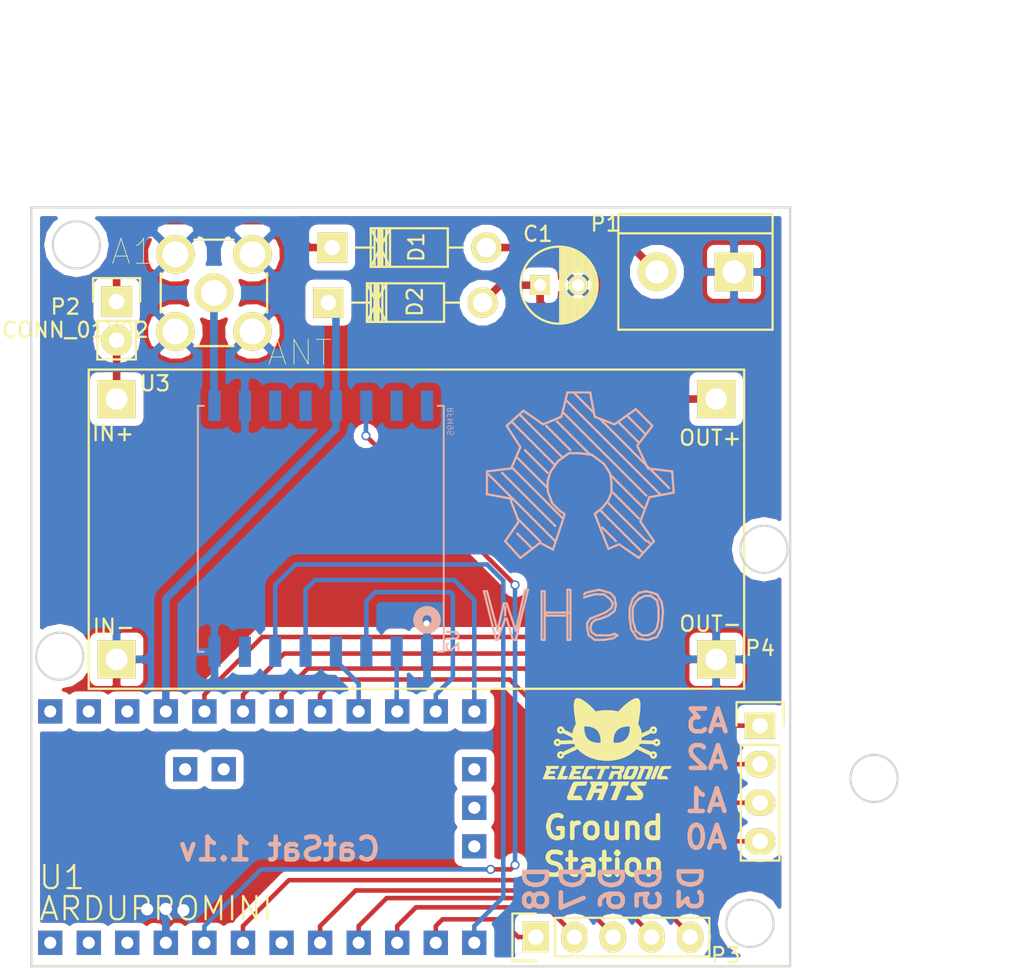
<source format=kicad_pcb>
(kicad_pcb (version 4) (host pcbnew 4.0.3-stable)

  (general
    (links 34)
    (no_connects 1)
    (area 109.049999 72.599999 166.278223 122.750001)
    (thickness 1.6)
    (drawings 19)
    (tracks 127)
    (zones 0)
    (modules 13)
    (nets 37)
  )

  (page USLetter)
  (title_block
    (title earth_station)
    (date 2016-08-03)
    (rev 0.2)
    (company "Electronic Cats")
    (comment 1 "Eduardo Contreras")
  )

  (layers
    (0 F.Cu signal)
    (31 B.Cu signal)
    (32 B.Adhes user)
    (33 F.Adhes user)
    (34 B.Paste user)
    (35 F.Paste user)
    (36 B.SilkS user)
    (37 F.SilkS user)
    (38 B.Mask user)
    (39 F.Mask user)
    (40 Dwgs.User user)
    (41 Cmts.User user)
    (42 Eco1.User user)
    (43 Eco2.User user)
    (44 Edge.Cuts user)
    (45 Margin user)
    (46 B.CrtYd user)
    (47 F.CrtYd user)
    (48 B.Fab user)
    (49 F.Fab user)
  )

  (setup
    (last_trace_width 0.3)
    (trace_clearance 0.2)
    (zone_clearance 0.508)
    (zone_45_only no)
    (trace_min 0.2)
    (segment_width 0.2)
    (edge_width 0.15)
    (via_size 0.6)
    (via_drill 0.4)
    (via_min_size 0.4)
    (via_min_drill 0.3)
    (uvia_size 0.3)
    (uvia_drill 0.1)
    (uvias_allowed no)
    (uvia_min_size 0.2)
    (uvia_min_drill 0.1)
    (pcb_text_width 0.3)
    (pcb_text_size 1.5 1.5)
    (mod_edge_width 0.15)
    (mod_text_size 1 1)
    (mod_text_width 0.15)
    (pad_size 1.524 1.524)
    (pad_drill 0.762)
    (pad_to_mask_clearance 0.2)
    (aux_axis_origin 0 0)
    (visible_elements 7FFFFFFF)
    (pcbplotparams
      (layerselection 0x00030_80000001)
      (usegerberextensions false)
      (excludeedgelayer true)
      (linewidth 0.100000)
      (plotframeref false)
      (viasonmask false)
      (mode 1)
      (useauxorigin false)
      (hpglpennumber 1)
      (hpglpenspeed 20)
      (hpglpendiameter 15)
      (hpglpenoverlay 2)
      (psnegative false)
      (psa4output false)
      (plotreference true)
      (plotvalue true)
      (plotinvisibletext false)
      (padsonsilk false)
      (subtractmaskfromsilk false)
      (outputformat 1)
      (mirror false)
      (drillshape 1)
      (scaleselection 1)
      (outputdirectory ""))
  )

  (net 0 "")
  (net 1 "Net-(A1-Pad1)")
  (net 2 GND)
  (net 3 VCC)
  (net 4 "Net-(U1-Pad7)")
  (net 5 "Net-(U1-Pad8)")
  (net 6 "Net-(U1-Pad9)")
  (net 7 /INT0)
  (net 8 "Net-(U1-Pad13)")
  (net 9 /RST)
  (net 10 "Net-(U1-Pad19)")
  (net 11 "Net-(U1-Pad20)")
  (net 12 "Net-(U1-Pad21)")
  (net 13 /SCK)
  (net 14 /MISO)
  (net 15 /MOSI)
  (net 16 /NSS)
  (net 17 "Net-(U1-Pad32)")
  (net 18 "Net-(U1-Pad31)")
  (net 19 "Net-(U2-Pad9)")
  (net 20 "Net-(U2-Pad10)")
  (net 21 "Net-(U2-Pad13)")
  (net 22 "Net-(U2-Pad14)")
  (net 23 "Net-(U2-Pad7)")
  (net 24 "(+3.3)")
  (net 25 "Net-(D1-Pad2)")
  (net 26 "Net-(D1-Pad1)")
  (net 27 "Net-(P2-Pad2)")
  (net 28 "Net-(P3-Pad1)")
  (net 29 "Net-(P3-Pad2)")
  (net 30 "Net-(P3-Pad3)")
  (net 31 "Net-(P3-Pad4)")
  (net 32 "Net-(P3-Pad5)")
  (net 33 "Net-(P4-Pad1)")
  (net 34 "Net-(P4-Pad2)")
  (net 35 "Net-(P4-Pad3)")
  (net 36 "Net-(P4-Pad4)")

  (net_class Default "This is the default net class."
    (clearance 0.2)
    (trace_width 0.3)
    (via_dia 0.6)
    (via_drill 0.4)
    (uvia_dia 0.3)
    (uvia_drill 0.1)
    (add_net /INT0)
    (add_net /MISO)
    (add_net /MOSI)
    (add_net /NSS)
    (add_net /RST)
    (add_net /SCK)
    (add_net GND)
    (add_net "Net-(P2-Pad2)")
    (add_net "Net-(P3-Pad1)")
    (add_net "Net-(P3-Pad2)")
    (add_net "Net-(P3-Pad3)")
    (add_net "Net-(P3-Pad4)")
    (add_net "Net-(P3-Pad5)")
    (add_net "Net-(P4-Pad1)")
    (add_net "Net-(P4-Pad2)")
    (add_net "Net-(P4-Pad3)")
    (add_net "Net-(P4-Pad4)")
    (add_net "Net-(U1-Pad13)")
    (add_net "Net-(U1-Pad19)")
    (add_net "Net-(U1-Pad20)")
    (add_net "Net-(U1-Pad21)")
    (add_net "Net-(U1-Pad31)")
    (add_net "Net-(U1-Pad32)")
    (add_net "Net-(U1-Pad7)")
    (add_net "Net-(U1-Pad8)")
    (add_net "Net-(U1-Pad9)")
    (add_net "Net-(U2-Pad10)")
    (add_net "Net-(U2-Pad13)")
    (add_net "Net-(U2-Pad14)")
    (add_net "Net-(U2-Pad7)")
    (add_net "Net-(U2-Pad9)")
  )

  (net_class ANT ""
    (clearance 0.1)
    (trace_width 0.5)
    (via_dia 0.6)
    (via_drill 0.4)
    (uvia_dia 0.3)
    (uvia_drill 0.1)
    (add_net "Net-(A1-Pad1)")
  )

  (net_class Vcc ""
    (clearance 0.4)
    (trace_width 0.5)
    (via_dia 0.6)
    (via_drill 0.4)
    (uvia_dia 0.3)
    (uvia_drill 0.1)
    (add_net "(+3.3)")
    (add_net "Net-(D1-Pad1)")
    (add_net "Net-(D1-Pad2)")
    (add_net VCC)
  )

  (module CatSat:arduinoMiniPro2 (layer F.Cu) (tedit 57A117CD) (tstamp 57A63975)
    (at 116.725 116.045 90)
    (descr ABK-PRO-MINI)
    (path /57A10FE7)
    (fp_text reference U1 (at -0.78 -5.575 180) (layer F.SilkS)
      (effects (font (thickness 0.15)))
    )
    (fp_text value ARDUPROMINI (at -2.83 0.625 360) (layer F.SilkS)
      (effects (font (thickness 0.15)))
    )
    (pad 7 thru_hole rect (at -5.08 -6.35 270) (size 1.6 1.6) (drill 0.8) (layers *.Cu *.Mask)
      (net 4 "Net-(U1-Pad7)"))
    (pad 8 thru_hole rect (at -5.08 -3.81 270) (size 1.6 1.6) (drill 0.8) (layers *.Cu *.Mask)
      (net 5 "Net-(U1-Pad8)"))
    (pad 9 thru_hole rect (at -5.08 -1.27 270) (size 1.6 1.6) (drill 0.8) (layers *.Cu *.Mask)
      (net 6 "Net-(U1-Pad9)"))
    (pad 10 thru_hole rect (at -5.08 1.27 270) (size 1.6 1.6) (drill 0.8) (layers *.Cu *.Mask)
      (net 2 GND))
    (pad 11 thru_hole rect (at -5.08 3.81 270) (size 1.6 1.6) (drill 0.8) (layers *.Cu *.Mask)
      (net 7 /INT0))
    (pad 12 thru_hole rect (at -5.08 6.35 270) (size 1.6 1.6) (drill 0.8) (layers *.Cu *.Mask)
      (net 32 "Net-(P3-Pad5)"))
    (pad 13 thru_hole rect (at -5.08 8.89 270) (size 1.6 1.6) (drill 0.8) (layers *.Cu *.Mask)
      (net 8 "Net-(U1-Pad13)"))
    (pad 14 thru_hole rect (at -5.08 11.43 270) (size 1.6 1.6) (drill 0.8) (layers *.Cu *.Mask)
      (net 31 "Net-(P3-Pad4)"))
    (pad 15 thru_hole rect (at -5.08 13.97 270) (size 1.6 1.6) (drill 0.8) (layers *.Cu *.Mask)
      (net 30 "Net-(P3-Pad3)"))
    (pad 16 thru_hole rect (at -5.08 16.51 270) (size 1.6 1.6) (drill 0.8) (layers *.Cu *.Mask)
      (net 29 "Net-(P3-Pad2)"))
    (pad 17 thru_hole rect (at -5.08 19.05 270) (size 1.6 1.6) (drill 0.8) (layers *.Cu *.Mask)
      (net 28 "Net-(P3-Pad1)"))
    (pad 18 thru_hole rect (at -5.08 21.59 270) (size 1.6 1.6) (drill 0.8) (layers *.Cu *.Mask)
      (net 9 /RST))
    (pad 19 thru_hole rect (at 10.16 -6.35 270) (size 1.6 1.6) (drill 0.8) (layers *.Cu *.Mask)
      (net 10 "Net-(U1-Pad19)"))
    (pad 20 thru_hole rect (at 10.16 -3.81 270) (size 1.6 1.6) (drill 0.8) (layers *.Cu *.Mask)
      (net 11 "Net-(U1-Pad20)"))
    (pad 21 thru_hole rect (at 10.16 -1.27 270) (size 1.6 1.6) (drill 0.8) (layers *.Cu *.Mask)
      (net 12 "Net-(U1-Pad21)"))
    (pad 22 thru_hole rect (at 10.16 1.27 270) (size 1.6 1.6) (drill 0.8) (layers *.Cu *.Mask)
      (net 3 VCC))
    (pad 23 thru_hole rect (at 10.16 3.81 270) (size 1.6 1.6) (drill 0.8) (layers *.Cu *.Mask)
      (net 33 "Net-(P4-Pad1)"))
    (pad 24 thru_hole rect (at 10.16 6.35 270) (size 1.6 1.6) (drill 0.8) (layers *.Cu *.Mask)
      (net 34 "Net-(P4-Pad2)"))
    (pad 25 thru_hole rect (at 10.16 8.89 270) (size 1.6 1.6) (drill 0.8) (layers *.Cu *.Mask)
      (net 35 "Net-(P4-Pad3)"))
    (pad 26 thru_hole rect (at 10.16 11.43 270) (size 1.6 1.6) (drill 0.8) (layers *.Cu *.Mask)
      (net 36 "Net-(P4-Pad4)"))
    (pad 27 thru_hole rect (at 10.16 13.97 270) (size 1.6 1.6) (drill 0.8) (layers *.Cu *.Mask)
      (net 13 /SCK))
    (pad 28 thru_hole rect (at 10.16 16.51 270) (size 1.6 1.6) (drill 0.8) (layers *.Cu *.Mask)
      (net 14 /MISO))
    (pad 29 thru_hole rect (at 10.16 19.05 270) (size 1.6 1.6) (drill 0.8) (layers *.Cu *.Mask)
      (net 15 /MOSI))
    (pad 30 thru_hole rect (at 10.16 21.59 270) (size 1.6 1.6) (drill 0.8) (layers *.Cu *.Mask)
      (net 16 /NSS))
    (pad A7 thru_hole rect (at 6.35 21.59) (size 1.6 1.6) (drill 0.8) (layers *.Cu *.Mask))
    (pad A6 thru_hole rect (at 3.81 21.59) (size 1.6 1.6) (drill 0.8) (layers *.Cu *.Mask))
    (pad GND4 thru_hole rect (at 1.27 21.59) (size 1.6 1.6) (drill 0.8) (layers *.Cu *.Mask))
    (pad 32 thru_hole rect (at 6.35 2.54) (size 1.6 1.6) (drill 0.8) (layers *.Cu *.Mask)
      (net 17 "Net-(U1-Pad32)"))
    (pad 31 thru_hole rect (at 6.35 5.08) (size 1.6 1.6) (drill 0.8) (layers *.Cu *.Mask)
      (net 18 "Net-(U1-Pad31)"))
  )

  (module smd:AMPHENOL_901-144 (layer F.Cu) (tedit 0) (tstamp 57A6392C)
    (at 121.16 78.31)
    (path /57A1151D)
    (solder_mask_margin 0.1)
    (fp_text reference A1 (at -5.34 -2.71) (layer F.SilkS)
      (effects (font (size 1.64 1.64) (thickness 0.05)))
    )
    (fp_text value ANT (at 5.665 3.94) (layer F.SilkS)
      (effects (font (size 1.64 1.64) (thickness 0.05)))
    )
    (fp_line (start -1.2954 3.5052) (end 1.2954 3.5052) (layer F.SilkS) (width 0.1524))
    (fp_line (start 3.5052 1.2954) (end 3.5052 -1.2954) (layer F.SilkS) (width 0.1524))
    (fp_line (start 1.2954 -3.5052) (end -1.2954 -3.5052) (layer F.SilkS) (width 0.1524))
    (fp_line (start -3.5052 -1.2954) (end -3.5052 1.2954) (layer F.SilkS) (width 0.1524))
    (fp_line (start -3.5052 3.5052) (end 3.5052 3.5052) (layer Dwgs.User) (width 0.1524))
    (fp_line (start 3.5052 3.5052) (end 3.5052 -3.5052) (layer Dwgs.User) (width 0.1524))
    (fp_line (start 3.5052 -3.5052) (end -3.5052 -3.5052) (layer Dwgs.User) (width 0.1524))
    (fp_line (start -3.5052 -3.5052) (end -3.5052 3.5052) (layer Dwgs.User) (width 0.1524))
    (pad 1 thru_hole circle (at 0 0) (size 2.5527 2.5527) (drill 1.7018) (layers *.Cu *.Mask F.SilkS)
      (net 1 "Net-(A1-Pad1)") (solder_mask_margin 0.2))
    (pad 2 thru_hole circle (at -2.54 -2.54) (size 2.5527 2.5527) (drill 1.7018) (layers *.Cu *.Mask F.SilkS)
      (net 2 GND) (solder_mask_margin 0.2))
    (pad 3 thru_hole circle (at -2.54 2.54) (size 2.5527 2.5527) (drill 1.7018) (layers *.Cu *.Mask F.SilkS)
      (net 2 GND) (solder_mask_margin 0.2))
    (pad 4 thru_hole circle (at 2.54 2.54) (size 2.5527 2.5527) (drill 1.7018) (layers *.Cu *.Mask F.SilkS)
      (net 2 GND) (solder_mask_margin 0.2))
    (pad 5 thru_hole circle (at 2.54 -2.54) (size 2.5527 2.5527) (drill 1.7018) (layers *.Cu *.Mask F.SilkS)
      (net 2 GND) (solder_mask_margin 0.2))
  )

  (module Capacitors_ThroughHole:C_Radial_D5_L6_P2.5 (layer F.Cu) (tedit 0) (tstamp 57A63954)
    (at 142.65 77.8)
    (descr "Radial Electrolytic Capacitor Diameter 5mm x Length 6mm, Pitch 2.5mm")
    (tags "Electrolytic Capacitor")
    (path /57A13804)
    (fp_text reference C1 (at -0.15 -3.375) (layer F.SilkS)
      (effects (font (size 1 1) (thickness 0.15)))
    )
    (fp_text value 10uF (at 1.25 3.8) (layer F.Fab)
      (effects (font (size 1 1) (thickness 0.15)))
    )
    (fp_line (start 1.325 -2.499) (end 1.325 2.499) (layer F.SilkS) (width 0.15))
    (fp_line (start 1.465 -2.491) (end 1.465 2.491) (layer F.SilkS) (width 0.15))
    (fp_line (start 1.605 -2.475) (end 1.605 -0.095) (layer F.SilkS) (width 0.15))
    (fp_line (start 1.605 0.095) (end 1.605 2.475) (layer F.SilkS) (width 0.15))
    (fp_line (start 1.745 -2.451) (end 1.745 -0.49) (layer F.SilkS) (width 0.15))
    (fp_line (start 1.745 0.49) (end 1.745 2.451) (layer F.SilkS) (width 0.15))
    (fp_line (start 1.885 -2.418) (end 1.885 -0.657) (layer F.SilkS) (width 0.15))
    (fp_line (start 1.885 0.657) (end 1.885 2.418) (layer F.SilkS) (width 0.15))
    (fp_line (start 2.025 -2.377) (end 2.025 -0.764) (layer F.SilkS) (width 0.15))
    (fp_line (start 2.025 0.764) (end 2.025 2.377) (layer F.SilkS) (width 0.15))
    (fp_line (start 2.165 -2.327) (end 2.165 -0.835) (layer F.SilkS) (width 0.15))
    (fp_line (start 2.165 0.835) (end 2.165 2.327) (layer F.SilkS) (width 0.15))
    (fp_line (start 2.305 -2.266) (end 2.305 -0.879) (layer F.SilkS) (width 0.15))
    (fp_line (start 2.305 0.879) (end 2.305 2.266) (layer F.SilkS) (width 0.15))
    (fp_line (start 2.445 -2.196) (end 2.445 -0.898) (layer F.SilkS) (width 0.15))
    (fp_line (start 2.445 0.898) (end 2.445 2.196) (layer F.SilkS) (width 0.15))
    (fp_line (start 2.585 -2.114) (end 2.585 -0.896) (layer F.SilkS) (width 0.15))
    (fp_line (start 2.585 0.896) (end 2.585 2.114) (layer F.SilkS) (width 0.15))
    (fp_line (start 2.725 -2.019) (end 2.725 -0.871) (layer F.SilkS) (width 0.15))
    (fp_line (start 2.725 0.871) (end 2.725 2.019) (layer F.SilkS) (width 0.15))
    (fp_line (start 2.865 -1.908) (end 2.865 -0.823) (layer F.SilkS) (width 0.15))
    (fp_line (start 2.865 0.823) (end 2.865 1.908) (layer F.SilkS) (width 0.15))
    (fp_line (start 3.005 -1.78) (end 3.005 -0.745) (layer F.SilkS) (width 0.15))
    (fp_line (start 3.005 0.745) (end 3.005 1.78) (layer F.SilkS) (width 0.15))
    (fp_line (start 3.145 -1.631) (end 3.145 -0.628) (layer F.SilkS) (width 0.15))
    (fp_line (start 3.145 0.628) (end 3.145 1.631) (layer F.SilkS) (width 0.15))
    (fp_line (start 3.285 -1.452) (end 3.285 -0.44) (layer F.SilkS) (width 0.15))
    (fp_line (start 3.285 0.44) (end 3.285 1.452) (layer F.SilkS) (width 0.15))
    (fp_line (start 3.425 -1.233) (end 3.425 1.233) (layer F.SilkS) (width 0.15))
    (fp_line (start 3.565 -0.944) (end 3.565 0.944) (layer F.SilkS) (width 0.15))
    (fp_line (start 3.705 -0.472) (end 3.705 0.472) (layer F.SilkS) (width 0.15))
    (fp_circle (center 2.5 0) (end 2.5 -0.9) (layer F.SilkS) (width 0.15))
    (fp_circle (center 1.25 0) (end 1.25 -2.5375) (layer F.SilkS) (width 0.15))
    (fp_circle (center 1.25 0) (end 1.25 -2.8) (layer F.CrtYd) (width 0.05))
    (pad 1 thru_hole rect (at 0 0) (size 1.3 1.3) (drill 0.8) (layers *.Cu *.Mask F.SilkS)
      (net 24 "(+3.3)"))
    (pad 2 thru_hole circle (at 2.5 0) (size 1.3 1.3) (drill 0.8) (layers *.Cu *.Mask F.SilkS)
      (net 2 GND))
    (model Capacitors_ThroughHole.3dshapes/C_Radial_D5_L6_P2.5.wrl
      (at (xyz 0.0492126 0 0))
      (scale (xyz 1 1 1))
      (rotate (xyz 0 0 90))
    )
  )

  (module CatSat:RFM (layer B.Cu) (tedit 57A11721) (tstamp 57A63994)
    (at 128.2 93.85 90)
    (path /57A1106A)
    (fp_text reference U2 (at -6.52 9.16 270) (layer B.SilkS)
      (effects (font (size 0.77216 0.77216) (thickness 0.138988)) (justify left bottom mirror))
    )
    (fp_text value RFM95 (at 8.04 8.79 270) (layer B.SilkS)
      (effects (font (size 0.38608 0.38608) (thickness 0.038608)) (justify left bottom mirror))
    )
    (fp_line (start -8 8) (end 8 8) (layer Dwgs.User) (width 0.127))
    (fp_line (start 8 8) (end 8 -8) (layer Dwgs.User) (width 0.127))
    (fp_line (start 8 -8) (end -8 -8) (layer Dwgs.User) (width 0.127))
    (fp_line (start -8 -8) (end -8 8) (layer Dwgs.User) (width 0.127))
    (fp_line (start -8.1 7.7) (end -8.1 8.1) (layer B.SilkS) (width 0.127))
    (fp_line (start -8.1 8.1) (end 8.1 8.1) (layer B.SilkS) (width 0.127))
    (fp_line (start 8.1 8.1) (end 8.1 7.7) (layer B.SilkS) (width 0.127))
    (fp_line (start -8.1 -7.7) (end -8.1 -8.1) (layer B.SilkS) (width 0.127))
    (fp_line (start -8.1 -8.1) (end 8.1 -8.1) (layer B.SilkS) (width 0.127))
    (fp_line (start 8.1 -8.1) (end 8.1 -7.7) (layer B.SilkS) (width 0.127))
    (fp_circle (center -6 7) (end -5.7 7) (layer B.SilkS) (width 0.6096))
    (pad 16 smd rect (at 8.1 -7 270) (size 2 0.8) (layers B.Cu B.Paste B.Mask)
      (net 1 "Net-(A1-Pad1)"))
    (pad 15 smd rect (at 8.1 -5 270) (size 2 0.8) (layers B.Cu B.Paste B.Mask)
      (net 2 GND))
    (pad 14 smd rect (at 8.1 -3 270) (size 2 0.8) (layers B.Cu B.Paste B.Mask)
      (net 22 "Net-(U2-Pad14)"))
    (pad 13 smd rect (at 8.1 -1 270) (size 2 0.8) (layers B.Cu B.Paste B.Mask)
      (net 21 "Net-(U2-Pad13)"))
    (pad 12 smd rect (at 8.1 1 270) (size 2 0.8) (layers B.Cu B.Paste B.Mask)
      (net 3 VCC))
    (pad 11 smd rect (at 8.1 3 270) (size 2 0.8) (layers B.Cu B.Paste B.Mask)
      (net 7 /INT0))
    (pad 10 smd rect (at 8.1 5 270) (size 2 0.8) (layers B.Cu B.Paste B.Mask)
      (net 20 "Net-(U2-Pad10)"))
    (pad 9 smd rect (at 8.1 7 270) (size 2 0.8) (layers B.Cu B.Paste B.Mask)
      (net 19 "Net-(U2-Pad9)"))
    (pad 1 smd rect (at -8.1 7 90) (size 2 0.8) (layers B.Cu B.Paste B.Mask)
      (net 2 GND))
    (pad 2 smd rect (at -8.1 5 90) (size 2 0.8) (layers B.Cu B.Paste B.Mask)
      (net 14 /MISO))
    (pad 3 smd rect (at -8.1 3 90) (size 2 0.8) (layers B.Cu B.Paste B.Mask)
      (net 15 /MOSI))
    (pad 4 smd rect (at -8.1 1 90) (size 2 0.8) (layers B.Cu B.Paste B.Mask)
      (net 13 /SCK))
    (pad 5 smd rect (at -8.1 -1 90) (size 2 0.8) (layers B.Cu B.Paste B.Mask)
      (net 16 /NSS))
    (pad 6 smd rect (at -8.1 -3 90) (size 2 0.8) (layers B.Cu B.Paste B.Mask)
      (net 9 /RST))
    (pad 7 smd rect (at -8.1 -5 90) (size 2 0.8) (layers B.Cu B.Paste B.Mask)
      (net 23 "Net-(U2-Pad7)"))
    (pad 8 smd rect (at -8.1 -7 270) (size 2 0.8) (layers B.Cu B.Paste B.Mask)
      (net 2 GND))
  )

  (module Diodes_ThroughHole:Diode_DO-41_SOD81_Horizontal_RM10 (layer F.Cu) (tedit 58058025) (tstamp 57A63A27)
    (at 128.7 78.95254)
    (descr "Diode, DO-41, SOD81, Horizontal, RM 10mm,")
    (tags "Diode, DO-41, SOD81, Horizontal, RM 10mm, 1N4007, SB140,")
    (path /57A65CF7)
    (fp_text reference D2 (at 5.7 -0.05 90) (layer F.SilkS)
      (effects (font (size 1 1) (thickness 0.15)))
    )
    (fp_text value D (at 3.15 2.175) (layer F.Fab)
      (effects (font (size 1 1) (thickness 0.15)))
    )
    (fp_line (start 7.62 -0.00254) (end 8.636 -0.00254) (layer F.SilkS) (width 0.15))
    (fp_line (start 2.794 -0.00254) (end 1.524 -0.00254) (layer F.SilkS) (width 0.15))
    (fp_line (start 3.048 -1.27254) (end 3.048 1.26746) (layer F.SilkS) (width 0.15))
    (fp_line (start 3.302 -1.27254) (end 3.302 1.26746) (layer F.SilkS) (width 0.15))
    (fp_line (start 3.556 -1.27254) (end 3.556 1.26746) (layer F.SilkS) (width 0.15))
    (fp_line (start 2.794 -1.27254) (end 2.794 1.26746) (layer F.SilkS) (width 0.15))
    (fp_line (start 3.81 -1.27254) (end 2.54 1.26746) (layer F.SilkS) (width 0.15))
    (fp_line (start 2.54 -1.27254) (end 3.81 1.26746) (layer F.SilkS) (width 0.15))
    (fp_line (start 3.81 -1.27254) (end 3.81 1.26746) (layer F.SilkS) (width 0.15))
    (fp_line (start 3.175 -1.27254) (end 3.175 1.26746) (layer F.SilkS) (width 0.15))
    (fp_line (start 2.54 1.26746) (end 2.54 -1.27254) (layer F.SilkS) (width 0.15))
    (fp_line (start 2.54 -1.27254) (end 7.62 -1.27254) (layer F.SilkS) (width 0.15))
    (fp_line (start 7.62 -1.27254) (end 7.62 1.26746) (layer F.SilkS) (width 0.15))
    (fp_line (start 7.62 1.26746) (end 2.54 1.26746) (layer F.SilkS) (width 0.15))
    (pad 2 thru_hole circle (at 10.16 -0.00254 180) (size 1.99898 1.99898) (drill 1.27) (layers *.Cu *.Mask F.SilkS)
      (net 24 "(+3.3)"))
    (pad 1 thru_hole rect (at 0 -0.00254 180) (size 1.99898 1.99898) (drill 1.00076) (layers *.Cu *.Mask F.SilkS)
      (net 3 VCC))
  )

  (module Connect:bornier2 (layer F.Cu) (tedit 0) (tstamp 57A63A32)
    (at 152.885 76.925 180)
    (descr "Bornier d'alimentation 2 pins")
    (tags DEV)
    (path /57A635FB)
    (fp_text reference P1 (at 5.935 3.175 180) (layer F.SilkS)
      (effects (font (size 1 1) (thickness 0.15)))
    )
    (fp_text value CONN_01X02 (at 0.135 -3.025 180) (layer F.Fab)
      (effects (font (size 1 1) (thickness 0.15)))
    )
    (fp_line (start 5.08 2.54) (end -5.08 2.54) (layer F.SilkS) (width 0.15))
    (fp_line (start 5.08 3.81) (end 5.08 -3.81) (layer F.SilkS) (width 0.15))
    (fp_line (start 5.08 -3.81) (end -5.08 -3.81) (layer F.SilkS) (width 0.15))
    (fp_line (start -5.08 -3.81) (end -5.08 3.81) (layer F.SilkS) (width 0.15))
    (fp_line (start -5.08 3.81) (end 5.08 3.81) (layer F.SilkS) (width 0.15))
    (pad 1 thru_hole rect (at -2.54 0 180) (size 2.54 2.54) (drill 1.524) (layers *.Cu *.Mask F.SilkS)
      (net 2 GND))
    (pad 2 thru_hole circle (at 2.54 0 180) (size 2.54 2.54) (drill 1.524) (layers *.Cu *.Mask F.SilkS)
      (net 25 "Net-(D1-Pad2)"))
    (model Connect.3dshapes/bornier2.wrl
      (at (xyz 0 0 0))
      (scale (xyz 1 1 1))
      (rotate (xyz 0 0 0))
    )
  )

  (module CatSat:LM2596DC-DC (layer F.Cu) (tedit 57A637D4) (tstamp 57A63A42)
    (at 112.9115 83.3615)
    (path /57A67475)
    (fp_text reference U3 (at 4.365 0.9135) (layer F.SilkS)
      (effects (font (size 1 1) (thickness 0.15)))
    )
    (fp_text value LM2596_DC-DC (at 9.44 2.2385) (layer F.Fab)
      (effects (font (size 1 1) (thickness 0.15)))
    )
    (fp_text user OUT- (at 40.96 16.75) (layer F.SilkS)
      (effects (font (size 1 1) (thickness 0.15)))
    )
    (fp_text user OUT+ (at 40.95 4.5) (layer F.SilkS)
      (effects (font (size 1 1) (thickness 0.15)))
    )
    (fp_text user IN- (at 1.65 16.95) (layer F.SilkS)
      (effects (font (size 1 1) (thickness 0.15)))
    )
    (fp_text user IN+ (at 1.6 4.2) (layer F.SilkS)
      (effects (font (size 1 1) (thickness 0.15)))
    )
    (fp_line (start 43.18 21.03) (end 0 21.03) (layer F.SilkS) (width 0.15))
    (fp_line (start 43.18 0) (end 43.18 21.03) (layer F.SilkS) (width 0.15))
    (fp_line (start 0 21.025) (end 0 0) (layer F.SilkS) (width 0.15))
    (fp_line (start 0 0) (end 43.175 0) (layer F.SilkS) (width 0.15))
    (pad 2 thru_hole rect (at 1.84 19.0885) (size 2.5 2.5) (drill 1.42) (layers *.Cu *.Mask F.SilkS)
      (net 2 GND))
    (pad 4 thru_hole rect (at 41.3385 19.0885) (size 2.5 2.5) (drill 1.42) (layers *.Cu *.Mask F.SilkS)
      (net 2 GND))
    (pad 1 thru_hole rect (at 1.8415 1.9435) (size 2.5 2.5) (drill 1.42) (layers *.Cu *.Mask F.SilkS)
      (net 27 "Net-(P2-Pad2)"))
    (pad 3 thru_hole rect (at 41.3385 1.9435) (size 2.5 2.5) (drill 1.42) (layers *.Cu *.Mask F.SilkS)
      (net 24 "(+3.3)"))
  )

  (module Diodes_ThroughHole:Diode_DO-41_SOD81_Horizontal_RM10 (layer F.Cu) (tedit 552FFCCE) (tstamp 57A63C24)
    (at 128.95 75.325)
    (descr "Diode, DO-41, SOD81, Horizontal, RM 10mm,")
    (tags "Diode, DO-41, SOD81, Horizontal, RM 10mm, 1N4007, SB140,")
    (path /57A68239)
    (fp_text reference D1 (at 5.55 -0.025 90) (layer F.SilkS)
      (effects (font (size 1 1) (thickness 0.15)))
    )
    (fp_text value 1N400x (at 2.81 -1.97754) (layer F.Fab)
      (effects (font (size 1 1) (thickness 0.15)))
    )
    (fp_line (start 7.62 -0.00254) (end 8.636 -0.00254) (layer F.SilkS) (width 0.15))
    (fp_line (start 2.794 -0.00254) (end 1.524 -0.00254) (layer F.SilkS) (width 0.15))
    (fp_line (start 3.048 -1.27254) (end 3.048 1.26746) (layer F.SilkS) (width 0.15))
    (fp_line (start 3.302 -1.27254) (end 3.302 1.26746) (layer F.SilkS) (width 0.15))
    (fp_line (start 3.556 -1.27254) (end 3.556 1.26746) (layer F.SilkS) (width 0.15))
    (fp_line (start 2.794 -1.27254) (end 2.794 1.26746) (layer F.SilkS) (width 0.15))
    (fp_line (start 3.81 -1.27254) (end 2.54 1.26746) (layer F.SilkS) (width 0.15))
    (fp_line (start 2.54 -1.27254) (end 3.81 1.26746) (layer F.SilkS) (width 0.15))
    (fp_line (start 3.81 -1.27254) (end 3.81 1.26746) (layer F.SilkS) (width 0.15))
    (fp_line (start 3.175 -1.27254) (end 3.175 1.26746) (layer F.SilkS) (width 0.15))
    (fp_line (start 2.54 1.26746) (end 2.54 -1.27254) (layer F.SilkS) (width 0.15))
    (fp_line (start 2.54 -1.27254) (end 7.62 -1.27254) (layer F.SilkS) (width 0.15))
    (fp_line (start 7.62 -1.27254) (end 7.62 1.26746) (layer F.SilkS) (width 0.15))
    (fp_line (start 7.62 1.26746) (end 2.54 1.26746) (layer F.SilkS) (width 0.15))
    (pad 2 thru_hole circle (at 10.16 -0.00254 180) (size 1.99898 1.99898) (drill 1.27) (layers *.Cu *.Mask F.SilkS)
      (net 25 "Net-(D1-Pad2)"))
    (pad 1 thru_hole rect (at 0 -0.00254 180) (size 1.99898 1.99898) (drill 1.00076) (layers *.Cu *.Mask F.SilkS)
      (net 26 "Net-(D1-Pad1)"))
  )

  (module Symbols:Symbol_OSHW-Logo_SilkScreen_BIG (layer B.Cu) (tedit 57BBB5C7) (tstamp 57A65BE0)
    (at 145.15 71.67 180)
    (descr "Symbol, OSHW-Logo, Silk Screen, BIG")
    (tags "Symbol, OSHW-Logo, Silk Screen, BIG")
    (fp_text reference REF** (at -0.29972 -11.50112 180) (layer F.Fab)
      (effects (font (size 1 1) (thickness 0.15)))
    )
    (fp_text value Symbol_OSHW-Logo_SilkScreen_BIG (at 8 -8.55 180) (layer B.Fab)
      (effects (font (size 1 1) (thickness 0.15)) (justify mirror))
    )
    (fp_line (start 0.50038 -14.00048) (end -5.40004 -19.9009) (layer B.SilkS) (width 0.15))
    (fp_line (start -5.10032 -18.60042) (end -4.59994 -18.10004) (layer B.SilkS) (width 0.15))
    (fp_line (start -0.50038 -17.00022) (end -0.8001 -17.29994) (layer B.SilkS) (width 0.15))
    (fp_line (start -2.49936 -19.99996) (end -2.30124 -19.7993) (layer B.SilkS) (width 0.15))
    (fp_line (start -3.50012 -15.00124) (end -3.29946 -14.80058) (layer B.SilkS) (width 0.15))
    (fp_line (start -4.0005 -15.49908) (end -4.39928 -15.9004) (layer B.SilkS) (width 0.15))
    (fp_line (start -2.99974 -15.49908) (end -2.70002 -15.19936) (layer B.SilkS) (width 0.15))
    (fp_line (start -1.99898 -15.49908) (end -1.50114 -15.00124) (layer B.SilkS) (width 0.15))
    (fp_line (start 0 -13.5001) (end 0.20066 -13.29944) (layer B.SilkS) (width 0.15))
    (fp_line (start 0.50038 -14.00048) (end 0.8001 -13.70076) (layer B.SilkS) (width 0.15))
    (fp_line (start 0.50038 -15.00124) (end 1.00076 -14.50086) (layer B.SilkS) (width 0.15))
    (fp_line (start 1.99898 -15.49908) (end 2.10058 -15.40002) (layer B.SilkS) (width 0.15))
    (fp_line (start 1.00076 -15.49908) (end 1.39954 -15.1003) (layer B.SilkS) (width 0.15))
    (fp_line (start 3.50012 -15.00124) (end 3.79984 -14.69898) (layer B.SilkS) (width 0.15))
    (fp_line (start 4.0005 -15.49908) (end 4.30022 -15.19936) (layer B.SilkS) (width 0.15))
    (fp_line (start -4.0005 -20.50034) (end -4.30022 -20.80006) (layer B.SilkS) (width 0.15))
    (fp_line (start -2.49936 -18.9992) (end -2.19964 -18.69948) (layer B.SilkS) (width 0.15))
    (fp_line (start -4.59994 -22.9997) (end -4.8006 -23.20036) (layer B.SilkS) (width 0.15))
    (fp_line (start -2.49936 -21.00072) (end -1.99898 -20.50034) (layer B.SilkS) (width 0.15))
    (fp_line (start -4.0005 -23.50008) (end -4.20116 -23.70074) (layer B.SilkS) (width 0.15))
    (fp_line (start -1.99898 -21.5011) (end -1.50114 -21.00072) (layer B.SilkS) (width 0.15))
    (fp_line (start -1.99898 -22.49932) (end -1.6002 -22.10054) (layer B.SilkS) (width 0.15))
    (fp_line (start 3.50012 -18.00098) (end 4.0005 -17.5006) (layer B.SilkS) (width 0.15))
    (fp_line (start 4.0005 -18.49882) (end 4.30022 -18.1991) (layer B.SilkS) (width 0.15))
    (fp_line (start 3.50012 -21.99894) (end 3.8989 -21.60016) (layer B.SilkS) (width 0.15))
    (fp_line (start 5.4991 -18.9992) (end 5.90042 -18.60042) (layer B.SilkS) (width 0.15))
    (fp_line (start 4.0005 -22.49932) (end 2.99974 -23.50008) (layer B.SilkS) (width 0.15))
    (fp_line (start 3.50012 -21.99894) (end 2.49936 -22.9997) (layer B.SilkS) (width 0.15))
    (fp_line (start 5.4991 -18.9992) (end 1.50114 -22.9997) (layer B.SilkS) (width 0.15))
    (fp_line (start 5.00126 -18.49882) (end 1.50114 -21.99894) (layer B.SilkS) (width 0.15))
    (fp_line (start 4.0005 -18.49882) (end 1.00076 -21.5011) (layer B.SilkS) (width 0.15))
    (fp_line (start -1.99898 -22.49932) (end -2.49936 -22.9997) (layer B.SilkS) (width 0.15))
    (fp_line (start -1.99898 -21.5011) (end -4.0005 -23.50008) (layer B.SilkS) (width 0.15))
    (fp_line (start -2.49936 -21.00072) (end -4.50088 -22.9997) (layer B.SilkS) (width 0.15))
    (fp_line (start -2.49936 -19.99996) (end -4.0005 -21.5011) (layer B.SilkS) (width 0.15))
    (fp_line (start -2.49936 -18.9992) (end -4.0005 -20.50034) (layer B.SilkS) (width 0.15))
    (fp_line (start 0 -13.5001) (end -1.00076 -14.50086) (layer B.SilkS) (width 0.15))
    (fp_line (start -3.50012 -15.00124) (end -4.0005 -15.49908) (layer B.SilkS) (width 0.15))
    (fp_line (start -2.99974 -15.49908) (end -4.0005 -16.49984) (layer B.SilkS) (width 0.15))
    (fp_line (start -5.00126 -18.49882) (end -5.99948 -19.49958) (layer B.SilkS) (width 0.15))
    (fp_line (start -1.99898 -15.49908) (end -4.50088 -18.00098) (layer B.SilkS) (width 0.15))
    (fp_line (start 0.50038 -15.00124) (end -4.50088 -19.99996) (layer B.SilkS) (width 0.15))
    (fp_line (start 3.50012 -18.00098) (end 1.99898 -19.49958) (layer B.SilkS) (width 0.15))
    (fp_line (start 3.50012 -17.00022) (end 1.99898 -18.49882) (layer B.SilkS) (width 0.15))
    (fp_line (start 1.00076 -15.49908) (end -0.50038 -17.00022) (layer B.SilkS) (width 0.15))
    (fp_line (start 4.0005 -15.49908) (end 1.50114 -18.00098) (layer B.SilkS) (width 0.15))
    (fp_line (start 3.50012 -15.00124) (end 1.00076 -17.5006) (layer B.SilkS) (width 0.15))
    (fp_line (start 1.99898 -15.49908) (end 0.50038 -17.00022) (layer B.SilkS) (width 0.15))
    (fp_line (start 4.8006 -27.29992) (end 4.8006 -27.89936) (layer B.SilkS) (width 0.15))
    (fp_line (start 3.29946 -26.2001) (end 4.09956 -29.49956) (layer B.SilkS) (width 0.15))
    (fp_line (start 4.09956 -29.49956) (end 4.30022 -29.49956) (layer B.SilkS) (width 0.15))
    (fp_line (start 4.30022 -29.49956) (end 4.699 -28.10002) (layer B.SilkS) (width 0.15))
    (fp_line (start 4.699 -28.10002) (end 4.8006 -28.10002) (layer B.SilkS) (width 0.15))
    (fp_line (start 4.8006 -28.10002) (end 5.30098 -29.49956) (layer B.SilkS) (width 0.15))
    (fp_line (start 5.30098 -29.49956) (end 5.40004 -29.49956) (layer B.SilkS) (width 0.15))
    (fp_line (start 5.40004 -29.49956) (end 6.20014 -26.29916) (layer B.SilkS) (width 0.15))
    (fp_line (start 6.20014 -26.29916) (end 5.99948 -26.29916) (layer B.SilkS) (width 0.15))
    (fp_line (start 5.99948 -26.29916) (end 5.30098 -28.90012) (layer B.SilkS) (width 0.15))
    (fp_line (start 5.30098 -28.90012) (end 4.89966 -27.09926) (layer B.SilkS) (width 0.15))
    (fp_line (start 4.89966 -27.09926) (end 4.699 -27.09926) (layer B.SilkS) (width 0.15))
    (fp_line (start 4.699 -27.09926) (end 4.09956 -28.90012) (layer B.SilkS) (width 0.15))
    (fp_line (start 4.09956 -28.90012) (end 3.50012 -26.2001) (layer B.SilkS) (width 0.15))
    (fp_line (start 3.50012 -26.2001) (end 3.29946 -26.2001) (layer B.SilkS) (width 0.15))
    (fp_line (start 0.59944 -27.70124) (end 2.10058 -27.70124) (layer B.SilkS) (width 0.15))
    (fp_line (start 2.10058 -27.70124) (end 2.10058 -27.89936) (layer B.SilkS) (width 0.15))
    (fp_line (start 2.10058 -27.89936) (end 0.70104 -27.89936) (layer B.SilkS) (width 0.15))
    (fp_line (start 2.19964 -26.29916) (end 2.19964 -29.49956) (layer B.SilkS) (width 0.15))
    (fp_line (start 2.19964 -29.49956) (end 2.4003 -29.49956) (layer B.SilkS) (width 0.15))
    (fp_line (start 2.4003 -29.49956) (end 2.4003 -26.29916) (layer B.SilkS) (width 0.15))
    (fp_line (start 2.4003 -26.29916) (end 2.19964 -26.29916) (layer B.SilkS) (width 0.15))
    (fp_line (start 0.70104 -26.2001) (end 0.59944 -26.2001) (layer B.SilkS) (width 0.15))
    (fp_line (start 0.50038 -26.2001) (end 0.50038 -29.49956) (layer B.SilkS) (width 0.15))
    (fp_line (start 0.50038 -29.49956) (end 0.70104 -29.49956) (layer B.SilkS) (width 0.15))
    (fp_line (start 0.70104 -29.49956) (end 0.70104 -26.2001) (layer B.SilkS) (width 0.15))
    (fp_line (start -0.39878 -26.49982) (end -0.50038 -26.40076) (layer B.SilkS) (width 0.15))
    (fp_line (start -0.50038 -26.40076) (end -0.89916 -26.29916) (layer B.SilkS) (width 0.15))
    (fp_line (start -0.89916 -26.29916) (end -1.39954 -26.2001) (layer B.SilkS) (width 0.15))
    (fp_line (start -1.39954 -26.2001) (end -2.10058 -26.40076) (layer B.SilkS) (width 0.15))
    (fp_line (start -2.10058 -26.40076) (end -2.4003 -26.70048) (layer B.SilkS) (width 0.15))
    (fp_line (start -2.4003 -26.70048) (end -2.49936 -27.20086) (layer B.SilkS) (width 0.15))
    (fp_line (start -2.49936 -27.20086) (end -2.4003 -27.59964) (layer B.SilkS) (width 0.15))
    (fp_line (start -2.4003 -27.59964) (end -1.99898 -27.89936) (layer B.SilkS) (width 0.15))
    (fp_line (start -1.99898 -27.89936) (end -1.50114 -28.10002) (layer B.SilkS) (width 0.15))
    (fp_line (start -1.50114 -28.10002) (end -1.09982 -28.19908) (layer B.SilkS) (width 0.15))
    (fp_line (start -1.09982 -28.19908) (end -0.89916 -28.39974) (layer B.SilkS) (width 0.15))
    (fp_line (start -0.89916 -28.39974) (end -0.8001 -28.69946) (layer B.SilkS) (width 0.15))
    (fp_line (start -0.8001 -28.69946) (end -0.89916 -28.99918) (layer B.SilkS) (width 0.15))
    (fp_line (start -0.89916 -28.99918) (end -1.19888 -29.19984) (layer B.SilkS) (width 0.15))
    (fp_line (start -1.19888 -29.19984) (end -1.6002 -29.19984) (layer B.SilkS) (width 0.15))
    (fp_line (start -1.6002 -29.19984) (end -2.10058 -29.19984) (layer B.SilkS) (width 0.15))
    (fp_line (start -2.10058 -29.19984) (end -2.4003 -29.10078) (layer B.SilkS) (width 0.15))
    (fp_line (start -2.4003 -29.10078) (end -2.60096 -29.19984) (layer B.SilkS) (width 0.15))
    (fp_line (start -2.60096 -29.19984) (end -2.30124 -29.4005) (layer B.SilkS) (width 0.15))
    (fp_line (start -2.30124 -29.4005) (end -1.69926 -29.49956) (layer B.SilkS) (width 0.15))
    (fp_line (start -1.69926 -29.49956) (end -1.09982 -29.49956) (layer B.SilkS) (width 0.15))
    (fp_line (start -1.09982 -29.49956) (end -0.70104 -29.19984) (layer B.SilkS) (width 0.15))
    (fp_line (start -0.70104 -29.19984) (end -0.59944 -28.69946) (layer B.SilkS) (width 0.15))
    (fp_line (start -0.59944 -28.69946) (end -0.59944 -28.39974) (layer B.SilkS) (width 0.15))
    (fp_line (start -0.59944 -28.39974) (end -0.8001 -28.10002) (layer B.SilkS) (width 0.15))
    (fp_line (start -0.8001 -28.10002) (end -1.30048 -27.89936) (layer B.SilkS) (width 0.15))
    (fp_line (start -1.30048 -27.89936) (end -1.80086 -27.70124) (layer B.SilkS) (width 0.15))
    (fp_line (start -1.80086 -27.70124) (end -2.19964 -27.39898) (layer B.SilkS) (width 0.15))
    (fp_line (start -2.19964 -27.39898) (end -2.30124 -27.09926) (layer B.SilkS) (width 0.15))
    (fp_line (start -2.30124 -27.09926) (end -2.10058 -26.79954) (layer B.SilkS) (width 0.15))
    (fp_line (start -2.10058 -26.79954) (end -1.69926 -26.49982) (layer B.SilkS) (width 0.15))
    (fp_line (start -1.69926 -26.49982) (end -1.09982 -26.49982) (layer B.SilkS) (width 0.15))
    (fp_line (start -1.09982 -26.49982) (end -0.70104 -26.59888) (layer B.SilkS) (width 0.15))
    (fp_line (start -0.70104 -26.59888) (end -0.39878 -26.70048) (layer B.SilkS) (width 0.15))
    (fp_line (start -4.50088 -26.59888) (end -4.8006 -26.59888) (layer B.SilkS) (width 0.15))
    (fp_line (start -4.8006 -26.59888) (end -5.19938 -26.90114) (layer B.SilkS) (width 0.15))
    (fp_line (start -5.19938 -26.90114) (end -5.30098 -27.39898) (layer B.SilkS) (width 0.15))
    (fp_line (start -5.30098 -27.39898) (end -5.30098 -28.19908) (layer B.SilkS) (width 0.15))
    (fp_line (start -5.30098 -28.19908) (end -5.19938 -28.69946) (layer B.SilkS) (width 0.15))
    (fp_line (start -5.19938 -28.69946) (end -5.00126 -28.99918) (layer B.SilkS) (width 0.15))
    (fp_line (start -5.00126 -28.99918) (end -4.59994 -29.19984) (layer B.SilkS) (width 0.15))
    (fp_line (start -4.59994 -29.19984) (end -4.20116 -29.19984) (layer B.SilkS) (width 0.15))
    (fp_line (start -4.20116 -29.19984) (end -3.79984 -28.90012) (layer B.SilkS) (width 0.15))
    (fp_line (start -3.79984 -28.90012) (end -3.59918 -28.19908) (layer B.SilkS) (width 0.15))
    (fp_line (start -3.59918 -28.19908) (end -3.59918 -27.39898) (layer B.SilkS) (width 0.15))
    (fp_line (start -3.59918 -27.39898) (end -3.79984 -27.0002) (layer B.SilkS) (width 0.15))
    (fp_line (start -3.79984 -27.0002) (end -4.0005 -26.79954) (layer B.SilkS) (width 0.15))
    (fp_line (start -4.0005 -26.79954) (end -4.39928 -26.59888) (layer B.SilkS) (width 0.15))
    (fp_line (start -4.50088 -26.29916) (end -4.89966 -26.40076) (layer B.SilkS) (width 0.15))
    (fp_line (start -4.89966 -26.40076) (end -5.19938 -26.49982) (layer B.SilkS) (width 0.15))
    (fp_line (start -5.19938 -26.49982) (end -5.4991 -27.0002) (layer B.SilkS) (width 0.15))
    (fp_line (start -5.4991 -27.0002) (end -5.6007 -27.59964) (layer B.SilkS) (width 0.15))
    (fp_line (start -5.6007 -27.59964) (end -5.4991 -28.69946) (layer B.SilkS) (width 0.15))
    (fp_line (start -5.4991 -28.69946) (end -5.19938 -29.2989) (layer B.SilkS) (width 0.15))
    (fp_line (start -5.19938 -29.2989) (end -4.59994 -29.49956) (layer B.SilkS) (width 0.15))
    (fp_line (start -4.59994 -29.49956) (end -3.8989 -29.4005) (layer B.SilkS) (width 0.15))
    (fp_line (start -3.8989 -29.4005) (end -3.50012 -28.80106) (layer B.SilkS) (width 0.15))
    (fp_line (start -3.50012 -28.80106) (end -3.40106 -28.10002) (layer B.SilkS) (width 0.15))
    (fp_line (start -3.40106 -28.10002) (end -3.40106 -27.39898) (layer B.SilkS) (width 0.15))
    (fp_line (start -3.40106 -27.39898) (end -3.59918 -26.79954) (layer B.SilkS) (width 0.15))
    (fp_line (start -3.59918 -26.79954) (end -4.0005 -26.40076) (layer B.SilkS) (width 0.15))
    (fp_line (start -4.0005 -26.40076) (end -4.50088 -26.29916) (layer B.SilkS) (width 0.15))
    (fp_line (start -1.09982 -21.20138) (end -1.6002 -20.80006) (layer B.SilkS) (width 0.15))
    (fp_line (start -1.6002 -20.80006) (end -1.99898 -20.29968) (layer B.SilkS) (width 0.15))
    (fp_line (start -1.99898 -20.29968) (end -2.19964 -19.7993) (layer B.SilkS) (width 0.15))
    (fp_line (start -2.19964 -19.7993) (end -2.19964 -19.1008) (layer B.SilkS) (width 0.15))
    (fp_line (start -2.19964 -19.1008) (end -2.09804 -18.50136) (layer B.SilkS) (width 0.15))
    (fp_line (start -2.09804 -18.50136) (end -1.69926 -17.89938) (layer B.SilkS) (width 0.15))
    (fp_line (start -1.69926 -17.89938) (end -0.89916 -17.29994) (layer B.SilkS) (width 0.15))
    (fp_line (start -0.89916 -17.29994) (end -0.09906 -17.20088) (layer B.SilkS) (width 0.15))
    (fp_line (start -0.09906 -17.20088) (end 0.60198 -17.20088) (layer B.SilkS) (width 0.15))
    (fp_line (start 0.60198 -17.20088) (end 1.30048 -17.70126) (layer B.SilkS) (width 0.15))
    (fp_line (start 1.30048 -17.70126) (end 1.80086 -18.39976) (layer B.SilkS) (width 0.15))
    (fp_line (start 1.80086 -18.39976) (end 2.00152 -18.9992) (layer B.SilkS) (width 0.15))
    (fp_line (start 2.00152 -18.9992) (end 2.00152 -19.70024) (layer B.SilkS) (width 0.15))
    (fp_line (start 2.00152 -19.70024) (end 1.7018 -20.50034) (layer B.SilkS) (width 0.15))
    (fp_line (start 1.7018 -20.50034) (end 1.20142 -21.00072) (layer B.SilkS) (width 0.15))
    (fp_line (start 1.20142 -21.00072) (end 0.9017 -21.20138) (layer B.SilkS) (width 0.15))
    (fp_line (start 0.9017 -21.30044) (end 1.651 -23.55088) (layer B.SilkS) (width 0.15))
    (fp_line (start 1.651 -23.55088) (end 2.5019 -23.1013) (layer B.SilkS) (width 0.15))
    (fp_line (start 2.5019 -23.1013) (end 3.79984 -24.09952) (layer B.SilkS) (width 0.15))
    (fp_line (start 3.79984 -24.09952) (end 4.8006 -22.9997) (layer B.SilkS) (width 0.15))
    (fp_line (start 4.8006 -22.9997) (end 3.90144 -21.69922) (layer B.SilkS) (width 0.15))
    (fp_line (start 3.90144 -21.69922) (end 4.40182 -20.40128) (layer B.SilkS) (width 0.15))
    (fp_line (start 4.40182 -20.40128) (end 4.40182 -20.20062) (layer B.SilkS) (width 0.15))
    (fp_line (start 4.40182 -20.20062) (end 6.00202 -19.9009) (layer B.SilkS) (width 0.15))
    (fp_line (start 6.00202 -19.9009) (end 6.00202 -18.39976) (layer B.SilkS) (width 0.15))
    (fp_line (start 6.00202 -18.39976) (end 4.40182 -18.20164) (layer B.SilkS) (width 0.15))
    (fp_line (start 4.40182 -18.20164) (end 3.79984 -16.79956) (layer B.SilkS) (width 0.15))
    (fp_line (start 3.79984 -16.79956) (end 4.70154 -15.40002) (layer B.SilkS) (width 0.15))
    (fp_line (start 4.70154 -15.40002) (end 3.60172 -14.39926) (layer B.SilkS) (width 0.15))
    (fp_line (start 3.60172 -14.39926) (end 2.30124 -15.30096) (layer B.SilkS) (width 0.15))
    (fp_line (start 2.30124 -15.30096) (end 1.09982 -14.80058) (layer B.SilkS) (width 0.15))
    (fp_line (start 1.09982 -14.80058) (end 0.70104 -13.20038) (layer B.SilkS) (width 0.15))
    (fp_line (start 0.70104 -13.20038) (end -0.8001 -13.20038) (layer B.SilkS) (width 0.15))
    (fp_line (start -0.8001 -13.20038) (end -1.09982 -14.80058) (layer B.SilkS) (width 0.15))
    (fp_line (start -1.09982 -14.80058) (end -2.4003 -15.30096) (layer B.SilkS) (width 0.15))
    (fp_line (start -2.4003 -15.30096) (end -3.79984 -14.3002) (layer B.SilkS) (width 0.15))
    (fp_line (start -3.79984 -14.3002) (end -4.89966 -15.40002) (layer B.SilkS) (width 0.15))
    (fp_line (start -4.89966 -15.40002) (end -3.8989 -16.7005) (layer B.SilkS) (width 0.15))
    (fp_line (start -3.8989 -16.7005) (end -4.59994 -18.20164) (layer B.SilkS) (width 0.15))
    (fp_line (start -4.59994 -18.20164) (end -6.20014 -18.39976) (layer B.SilkS) (width 0.15))
    (fp_line (start -6.20014 -18.39976) (end -6.2992 -19.7993) (layer B.SilkS) (width 0.15))
    (fp_line (start -6.2992 -19.7993) (end -4.699 -20.10156) (layer B.SilkS) (width 0.15))
    (fp_line (start -4.699 -20.10156) (end -4.09956 -21.69922) (layer B.SilkS) (width 0.15))
    (fp_line (start -4.09956 -21.69922) (end -4.99872 -22.9997) (layer B.SilkS) (width 0.15))
    (fp_line (start -4.99872 -22.9997) (end -3.99796 -24.09952) (layer B.SilkS) (width 0.15))
    (fp_line (start -3.99796 -24.09952) (end -2.70002 -23.20036) (layer B.SilkS) (width 0.15))
    (fp_line (start -2.70002 -23.20036) (end -1.99898 -23.50008) (layer B.SilkS) (width 0.15))
    (fp_line (start -1.99898 -23.50008) (end -1.09982 -21.20138) (layer B.SilkS) (width 0.15))
  )

  (module theinventorhouse:electronic_cats_logo_8x6 (layer F.Cu) (tedit 0) (tstamp 57BBDB58)
    (at 147.06 108.37)
    (fp_text reference G*** (at 0 0) (layer F.SilkS) hide
      (effects (font (thickness 0.3)))
    )
    (fp_text value LOGO (at 0.75 0) (layer F.SilkS) hide
      (effects (font (thickness 0.3)))
    )
    (fp_poly (pts (xy -1.511952 2.134469) (xy -1.457322 2.134584) (xy -1.408721 2.134798) (xy -1.367028 2.135106)
      (xy -1.333123 2.135503) (xy -1.307886 2.135985) (xy -1.292197 2.136546) (xy -1.286933 2.137166)
      (xy -1.288907 2.144025) (xy -1.294337 2.159457) (xy -1.302488 2.181556) (xy -1.312625 2.208412)
      (xy -1.324012 2.238118) (xy -1.335914 2.268766) (xy -1.347595 2.298447) (xy -1.358321 2.325254)
      (xy -1.367355 2.347279) (xy -1.373007 2.360481) (xy -1.38977 2.398273) (xy -1.650207 2.399992)
      (xy -1.711234 2.400408) (xy -1.762016 2.400814) (xy -1.8036 2.401261) (xy -1.837031 2.4018)
      (xy -1.863353 2.402483) (xy -1.883612 2.40336) (xy -1.898852 2.404484) (xy -1.910119 2.405905)
      (xy -1.918458 2.407675) (xy -1.924914 2.409846) (xy -1.930531 2.412467) (xy -1.933222 2.413894)
      (xy -1.956584 2.429106) (xy -1.976812 2.448526) (xy -1.995034 2.473783) (xy -2.012374 2.50651)
      (xy -2.029956 2.548336) (xy -2.034811 2.561185) (xy -2.042642 2.581822) (xy -2.05406 2.611251)
      (xy -2.068405 2.647803) (xy -2.085019 2.689812) (xy -2.10324 2.735608) (xy -2.122411 2.783525)
      (xy -2.141384 2.830688) (xy -2.159759 2.876395) (xy -2.17689 2.91931) (xy -2.192288 2.958193)
      (xy -2.205469 2.991804) (xy -2.215947 3.018901) (xy -2.223235 3.038245) (xy -2.226848 3.048595)
      (xy -2.227072 3.049411) (xy -2.23078 3.064933) (xy -1.728641 3.064933) (xy -1.673661 3.182055)
      (xy -1.657155 3.217406) (xy -1.641663 3.250935) (xy -1.628047 3.280746) (xy -1.617171 3.304946)
      (xy -1.609898 3.32164) (xy -1.608112 3.325988) (xy -1.597543 3.3528) (xy -2.064538 3.35255)
      (xy -2.148085 3.352497) (xy -2.221092 3.352423) (xy -2.284306 3.352311) (xy -2.338477 3.352143)
      (xy -2.384352 3.351902) (xy -2.422681 3.351572) (xy -2.454211 3.351135) (xy -2.479691 3.350574)
      (xy -2.499869 3.349872) (xy -2.515493 3.349012) (xy -2.527313 3.347977) (xy -2.536076 3.346749)
      (xy -2.542531 3.345313) (xy -2.547426 3.34365) (xy -2.55151 3.341743) (xy -2.552122 3.341423)
      (xy -2.581872 3.319531) (xy -2.60532 3.289458) (xy -2.621536 3.252954) (xy -2.629586 3.211767)
      (xy -2.630311 3.194633) (xy -2.628535 3.169238) (xy -2.623056 3.138459) (xy -2.613648 3.101603)
      (xy -2.600085 3.057977) (xy -2.58214 3.006886) (xy -2.559587 2.947637) (xy -2.532201 2.879535)
      (xy -2.510929 2.828358) (xy -2.494754 2.789239) (xy -2.476975 2.745214) (xy -2.459384 2.700785)
      (xy -2.443774 2.660451) (xy -2.438575 2.646709) (xy -2.413265 2.580405) (xy -2.387347 2.514678)
      (xy -2.361711 2.451694) (xy -2.33725 2.393617) (xy -2.314854 2.342615) (xy -2.301271 2.313103)
      (xy -2.27273 2.260395) (xy -2.241285 2.217763) (xy -2.205995 2.184165) (xy -2.165919 2.15856)
      (xy -2.158286 2.154796) (xy -2.119489 2.136422) (xy -1.703211 2.134772) (xy -1.635776 2.134558)
      (xy -1.57173 2.134459) (xy -1.511952 2.134469)) (layer F.SilkS) (width 0.01))
    (fp_poly (pts (xy -0.758396 2.134512) (xy -0.668554 2.134699) (xy -0.594078 2.134912) (xy -0.50221 2.135213)
      (xy -0.420943 2.135513) (xy -0.349591 2.135826) (xy -0.287464 2.136166) (xy -0.233876 2.136545)
      (xy -0.188139 2.136978) (xy -0.149566 2.137477) (xy -0.117469 2.138056) (xy -0.09116 2.138729)
      (xy -0.069952 2.139509) (xy -0.053158 2.14041) (xy -0.040089 2.141445) (xy -0.030058 2.142628)
      (xy -0.022378 2.143971) (xy -0.016362 2.14549) (xy -0.013865 2.146284) (xy 0.022439 2.164287)
      (xy 0.052406 2.190922) (xy 0.075079 2.224894) (xy 0.089502 2.26491) (xy 0.093857 2.291918)
      (xy 0.094487 2.313724) (xy 0.092427 2.338488) (xy 0.087413 2.367055) (xy 0.079176 2.400274)
      (xy 0.067453 2.438988) (xy 0.051978 2.484046) (xy 0.032483 2.536293) (xy 0.008705 2.596575)
      (xy -0.019624 2.665738) (xy -0.035423 2.703546) (xy -0.048183 2.734323) (xy -0.064329 2.77391)
      (xy -0.083174 2.820588) (xy -0.10403 2.87264) (xy -0.126212 2.928347) (xy -0.149031 2.985991)
      (xy -0.171802 3.043853) (xy -0.188885 3.087511) (xy -0.291302 3.349977) (xy -0.473029 3.351467)
      (xy -0.528061 3.351747) (xy -0.573708 3.351616) (xy -0.609582 3.351083) (xy -0.635294 3.350157)
      (xy -0.650453 3.348847) (xy -0.654756 3.347387) (xy -0.652752 3.34111) (xy -0.647025 3.325444)
      (xy -0.638001 3.301501) (xy -0.626105 3.270391) (xy -0.611763 3.233223) (xy -0.595402 3.191109)
      (xy -0.577446 3.145159) (xy -0.566513 3.117297) (xy -0.547726 3.069431) (xy -0.530179 3.024594)
      (xy -0.514314 2.983926) (xy -0.500573 2.948565) (xy -0.489397 2.919652) (xy -0.48123 2.898324)
      (xy -0.476513 2.885722) (xy -0.475543 2.8829) (xy -0.47539 2.880223) (xy -0.477298 2.878077)
      (xy -0.482369 2.876404) (xy -0.491702 2.875146) (xy -0.506399 2.874243) (xy -0.527559 2.873638)
      (xy -0.556284 2.873272) (xy -0.593673 2.873088) (xy -0.640827 2.873025) (xy -0.661801 2.873022)
      (xy -0.850785 2.873022) (xy -0.882147 2.947811) (xy -0.893122 2.974256) (xy -0.907257 3.008736)
      (xy -0.923555 3.048791) (xy -0.941017 3.091961) (xy -0.958644 3.135785) (xy -0.970726 3.165987)
      (xy -0.986366 3.204964) (xy -1.001209 3.241542) (xy -1.014579 3.274091) (xy -1.025802 3.300981)
      (xy -1.034204 3.320583) (xy -1.039019 3.331087) (xy -1.050096 3.3528) (xy -1.227782 3.3528)
      (xy -1.283252 3.35262) (xy -1.328714 3.352088) (xy -1.363898 3.351212) (xy -1.388536 3.350001)
      (xy -1.402359 3.348463) (xy -1.405467 3.34711) (xy -1.403423 3.341084) (xy -1.397541 3.325526)
      (xy -1.388197 3.30138) (xy -1.375767 3.269587) (xy -1.360626 3.231091) (xy -1.34315 3.186833)
      (xy -1.323714 3.137755) (xy -1.302694 3.084801) (xy -1.280466 3.028912) (xy -1.257405 2.97103)
      (xy -1.233886 2.912098) (xy -1.210286 2.853059) (xy -1.18698 2.794854) (xy -1.164343 2.738426)
      (xy -1.142751 2.684717) (xy -1.122581 2.634669) (xy -1.111751 2.607883) (xy -0.745026 2.607883)
      (xy -0.554547 2.606397) (xy -0.364067 2.604911) (xy -0.346131 2.568222) (xy -0.335166 2.543332)
      (xy -0.323986 2.514029) (xy -0.315429 2.488002) (xy -0.309109 2.464971) (xy -0.306297 2.449677)
      (xy -0.306699 2.439226) (xy -0.309718 2.431291) (xy -0.314536 2.422989) (xy -0.319973 2.416398)
      (xy -0.327319 2.411303) (xy -0.337864 2.40749) (xy -0.352898 2.404743) (xy -0.37371 2.402849)
      (xy -0.401592 2.401592) (xy -0.437831 2.400759) (xy -0.48372 2.400135) (xy -0.498007 2.399973)
      (xy -0.654525 2.398236) (xy -0.665891 2.416907) (xy -0.674267 2.432917) (xy -0.685776 2.458318)
      (xy -0.699878 2.491828) (xy -0.71603 2.532163) (xy -0.731603 2.57253) (xy -0.745026 2.607883)
      (xy -1.111751 2.607883) (xy -1.104206 2.589225) (xy -1.088003 2.549328) (xy -1.074348 2.515918)
      (xy -1.068503 2.501723) (xy -1.025872 2.398535) (xy -1.085847 2.272203) (xy -1.102384 2.237124)
      (xy -1.117174 2.205275) (xy -1.129559 2.178116) (xy -1.138878 2.157109) (xy -1.14447 2.143712)
      (xy -1.145822 2.139525) (xy -1.142579 2.138408) (xy -1.132569 2.137437) (xy -1.11537 2.136609)
      (xy -1.090564 2.13592) (xy -1.057729 2.135366) (xy -1.016444 2.134945) (xy -0.966289 2.134653)
      (xy -0.906843 2.134485) (xy -0.837685 2.13444) (xy -0.758396 2.134512)) (layer F.SilkS) (width 0.01))
    (fp_poly (pts (xy 1.005374 2.133101) (xy 1.072832 2.133233) (xy 1.137829 2.133459) (xy 1.199452 2.13378)
      (xy 1.256786 2.134198) (xy 1.308917 2.134713) (xy 1.35493 2.135326) (xy 1.393912 2.136038)
      (xy 1.424947 2.13685) (xy 1.447123 2.137762) (xy 1.459524 2.138777) (xy 1.461911 2.139498)
      (xy 1.459955 2.146219) (xy 1.454462 2.161933) (xy 1.445993 2.185116) (xy 1.435111 2.214244)
      (xy 1.422378 2.247792) (xy 1.413028 2.272143) (xy 1.364145 2.398888) (xy 1.010546 2.398888)
      (xy 0.995454 2.428522) (xy 0.988093 2.444315) (xy 0.977915 2.467989) (xy 0.966042 2.496847)
      (xy 0.953596 2.528188) (xy 0.947939 2.542822) (xy 0.933802 2.579324) (xy 0.918042 2.619348)
      (xy 0.902408 2.658488) (xy 0.88865 2.692339) (xy 0.886295 2.698044) (xy 0.878575 2.716927)
      (xy 0.867221 2.745035) (xy 0.852744 2.781092) (xy 0.835652 2.823824) (xy 0.816455 2.871953)
      (xy 0.795661 2.924203) (xy 0.773781 2.9793) (xy 0.751324 3.035967) (xy 0.742095 3.059288)
      (xy 0.627116 3.349977) (xy 0.254534 3.352951) (xy 0.26003 3.337353) (xy 0.262913 3.329863)
      (xy 0.269678 3.312678) (xy 0.280011 3.286583) (xy 0.293599 3.252364) (xy 0.310129 3.210807)
      (xy 0.32929 3.162698) (xy 0.350767 3.108822) (xy 0.374248 3.049965) (xy 0.399419 2.986912)
      (xy 0.425969 2.920449) (xy 0.44831 2.864555) (xy 0.475575 2.796237) (xy 0.50155 2.730915)
      (xy 0.52594 2.669347) (xy 0.548447 2.612294) (xy 0.568775 2.560515) (xy 0.586627 2.51477)
      (xy 0.601707 2.475819) (xy 0.613717 2.444422) (xy 0.622362 2.421338) (xy 0.627345 2.407327)
      (xy 0.628481 2.403122) (xy 0.622431 2.402149) (xy 0.606372 2.401255) (xy 0.581587 2.400466)
      (xy 0.549357 2.399809) (xy 0.510961 2.399309) (xy 0.467682 2.398994) (xy 0.42262 2.398888)
      (xy 0.219372 2.398888) (xy 0.223231 2.386188) (xy 0.22599 2.378292) (xy 0.232035 2.361676)
      (xy 0.240676 2.33819) (xy 0.251227 2.309682) (xy 0.263 2.278001) (xy 0.275307 2.244993)
      (xy 0.287461 2.212509) (xy 0.298773 2.182394) (xy 0.308556 2.156499) (xy 0.314593 2.140655)
      (xy 0.320502 2.139562) (xy 0.336749 2.13855) (xy 0.362421 2.13762) (xy 0.396604 2.136774)
      (xy 0.438383 2.136013) (xy 0.486844 2.135336) (xy 0.541073 2.134746) (xy 0.600155 2.134242)
      (xy 0.663176 2.133827) (xy 0.729223 2.1335) (xy 0.79738 2.133263) (xy 0.866734 2.133117)
      (xy 0.93637 2.133063) (xy 1.005374 2.133101)) (layer F.SilkS) (width 0.01))
    (fp_poly (pts (xy 2.448718 2.134699) (xy 2.498882 2.134872) (xy 2.542225 2.135141) (xy 2.577884 2.135501)
      (xy 2.604996 2.135947) (xy 2.622699 2.136477) (xy 2.630131 2.137084) (xy 2.630311 2.137201)
      (xy 2.62831 2.143399) (xy 2.622704 2.158536) (xy 2.614083 2.181072) (xy 2.60304 2.209467)
      (xy 2.590167 2.242181) (xy 2.583022 2.260198) (xy 2.56922 2.294975) (xy 2.556707 2.326623)
      (xy 2.546129 2.353502) (xy 2.538131 2.37397) (xy 2.533358 2.386386) (xy 2.532399 2.389011)
      (xy 2.530996 2.391373) (xy 2.527873 2.393327) (xy 2.522043 2.394912) (xy 2.512522 2.396166)
      (xy 2.498323 2.397127) (xy 2.478463 2.397835) (xy 2.451955 2.398327) (xy 2.417813 2.398642)
      (xy 2.375054 2.398818) (xy 2.322691 2.398895) (xy 2.279121 2.398909) (xy 2.219298 2.398936)
      (xy 2.169712 2.399033) (xy 2.129314 2.399244) (xy 2.097053 2.399611) (xy 2.071877 2.400177)
      (xy 2.052737 2.400985) (xy 2.038581 2.402077) (xy 2.028359 2.403497) (xy 2.021019 2.405286)
      (xy 2.015512 2.407489) (xy 2.011337 2.409809) (xy 1.998349 2.419648) (xy 1.991059 2.430579)
      (xy 1.989911 2.443428) (xy 1.995348 2.459019) (xy 2.007812 2.478176) (xy 2.027746 2.501723)
      (xy 2.055594 2.530485) (xy 2.091798 2.565286) (xy 2.098016 2.571115) (xy 2.1458 2.616648)
      (xy 2.190644 2.661052) (xy 2.231397 2.703113) (xy 2.266912 2.741615) (xy 2.296037 2.775346)
      (xy 2.317622 2.803089) (xy 2.317657 2.803137) (xy 2.341533 2.844299) (xy 2.360277 2.892812)
      (xy 2.372771 2.945471) (xy 2.376156 2.970642) (xy 2.378329 3.020326) (xy 2.375437 3.071146)
      (xy 2.367947 3.120341) (xy 2.356327 3.165147) (xy 2.341046 3.202802) (xy 2.334956 3.213721)
      (xy 2.310784 3.24584) (xy 2.279356 3.276773) (xy 2.244477 3.303086) (xy 2.221144 3.316387)
      (xy 2.208052 3.322798) (xy 2.196218 3.328409) (xy 2.184833 3.333274) (xy 2.173086 3.337445)
      (xy 2.160167 3.340976) (xy 2.145266 3.343921) (xy 2.127571 3.346332) (xy 2.106272 3.348262)
      (xy 2.08056 3.349766) (xy 2.049623 3.350895) (xy 2.012651 3.351704) (xy 1.968834 3.352246)
      (xy 1.917362 3.352573) (xy 1.857423 3.352739) (xy 1.788208 3.352797) (xy 1.708906 3.352801)
      (xy 1.666747 3.3528) (xy 1.594682 3.352739) (xy 1.526568 3.352563) (xy 1.463201 3.35228)
      (xy 1.405379 3.351899) (xy 1.353898 3.351428) (xy 1.309552 3.350878) (xy 1.27314 3.350255)
      (xy 1.245456 3.34957) (xy 1.227297 3.348831) (xy 1.21946 3.348046) (xy 1.2192 3.347872)
      (xy 1.221152 3.341476) (xy 1.226652 3.326001) (xy 1.235162 3.302889) (xy 1.246145 3.273587)
      (xy 1.259066 3.239537) (xy 1.272167 3.205349) (xy 1.325134 3.067755) (xy 1.652011 3.064933)
      (xy 1.721307 3.064315) (xy 1.780207 3.063731) (xy 1.829605 3.063145) (xy 1.870393 3.062526)
      (xy 1.903464 3.061838) (xy 1.929712 3.061047) (xy 1.950029 3.060121) (xy 1.965308 3.059024)
      (xy 1.976443 3.057723) (xy 1.984326 3.056184) (xy 1.98985 3.054374) (xy 1.993909 3.052258)
      (xy 1.994412 3.051934) (xy 2.009185 3.039945) (xy 2.01722 3.026989) (xy 2.018137 3.012156)
      (xy 2.011556 2.994535) (xy 1.997094 2.973217) (xy 1.974372 2.94729) (xy 1.943007 2.915846)
      (xy 1.933759 2.907004) (xy 1.911102 2.885292) (xy 1.882361 2.857429) (xy 1.849419 2.825258)
      (xy 1.81416 2.790624) (xy 1.778467 2.755373) (xy 1.746442 2.723559) (xy 1.708074 2.685015)
      (xy 1.67704 2.6531) (xy 1.652402 2.626766) (xy 1.633217 2.604965) (xy 1.618546 2.58665)
      (xy 1.607447 2.570771) (xy 1.603385 2.56417) (xy 1.580849 2.520884) (xy 1.566521 2.480088)
      (xy 1.559294 2.437894) (xy 1.557867 2.404308) (xy 1.5616 2.34441) (xy 1.573001 2.292628)
      (xy 1.592369 2.248523) (xy 1.620001 2.211657) (xy 1.656198 2.181593) (xy 1.701258 2.157893)
      (xy 1.734289 2.146046) (xy 1.740937 2.144331) (xy 1.749505 2.14283) (xy 1.76077 2.141522)
      (xy 1.775509 2.14039) (xy 1.7945 2.139416) (xy 1.818521 2.13858) (xy 1.84835 2.137865)
      (xy 1.884763 2.137252) (xy 1.928538 2.136722) (xy 1.980454 2.136256) (xy 2.041288 2.135838)
      (xy 2.111817 2.135447) (xy 2.192818 2.135065) (xy 2.1971 2.135046) (xy 2.265924 2.134795)
      (xy 2.331376 2.134656) (xy 2.392596 2.134626) (xy 2.448718 2.134699)) (layer F.SilkS) (width 0.01))
    (fp_poly (pts (xy -2.688812 1.118905) (xy -2.691443 1.126336) (xy -2.697869 1.143309) (xy -2.707718 1.168875)
      (xy -2.720621 1.202084) (xy -2.736206 1.241987) (xy -2.754101 1.287633) (xy -2.773937 1.338074)
      (xy -2.795343 1.392359) (xy -2.817946 1.449538) (xy -2.818375 1.450622) (xy -2.944605 1.769533)
      (xy -2.756413 1.771019) (xy -2.711602 1.77146) (xy -2.670609 1.77203) (xy -2.634741 1.772698)
      (xy -2.605308 1.773433) (xy -2.583619 1.774203) (xy -2.570982 1.774978) (xy -2.568222 1.775513)
      (xy -2.570255 1.781478) (xy -2.575884 1.796108) (xy -2.58441 1.817632) (xy -2.595132 1.844276)
      (xy -2.604463 1.867213) (xy -2.616799 1.897748) (xy -2.627813 1.925656) (xy -2.636692 1.948828)
      (xy -2.642624 1.965155) (xy -2.644586 1.971374) (xy -2.648468 1.986844) (xy -3.297116 1.986844)
      (xy -3.293368 1.974144) (xy -3.290731 1.967033) (xy -3.284217 1.950251) (xy -3.274148 1.924607)
      (xy -3.260844 1.890912) (xy -3.244628 1.849973) (xy -3.225819 1.8026) (xy -3.204739 1.749601)
      (xy -3.181709 1.691787) (xy -3.15705 1.629966) (xy -3.131083 1.564947) (xy -3.119228 1.535288)
      (xy -2.948836 1.109133) (xy -2.817158 1.107616) (xy -2.685479 1.106099) (xy -2.688812 1.118905)) (layer F.SilkS) (width 0.01))
    (fp_poly (pts (xy 1.770214 1.112167) (xy 1.836284 1.112556) (xy 1.891463 1.113207) (xy 1.935671 1.114119)
      (xy 1.968825 1.115289) (xy 1.990845 1.116716) (xy 2.000955 1.118185) (xy 2.032619 1.132226)
      (xy 2.057659 1.154316) (xy 2.074703 1.182695) (xy 2.082381 1.215602) (xy 2.082676 1.223141)
      (xy 2.082058 1.234537) (xy 2.079887 1.248287) (xy 2.075853 1.265286) (xy 2.069649 1.286426)
      (xy 2.060963 1.312601) (xy 2.049487 1.344705) (xy 2.034912 1.383631) (xy 2.016927 1.430272)
      (xy 1.995224 1.485521) (xy 1.969494 1.550273) (xy 1.968758 1.552117) (xy 1.939062 1.626051)
      (xy 1.912808 1.690185) (xy 1.889556 1.745316) (xy 1.868863 1.792244) (xy 1.850289 1.831768)
      (xy 1.833393 1.864686) (xy 1.817735 1.891797) (xy 1.802872 1.913902) (xy 1.788364 1.931797)
      (xy 1.77377 1.946282) (xy 1.758648 1.958157) (xy 1.742559 1.96822) (xy 1.737538 1.970972)
      (xy 1.713089 1.984022) (xy 1.425222 1.985023) (xy 1.35628 1.985147) (xy 1.294833 1.985019)
      (xy 1.241473 1.98465) (xy 1.19679 1.984048) (xy 1.161373 1.983221) (xy 1.135814 1.98218)
      (xy 1.120702 1.980932) (xy 1.1176 1.980345) (xy 1.090115 1.96685) (xy 1.068012 1.944716)
      (xy 1.052512 1.915798) (xy 1.044835 1.881951) (xy 1.044222 1.868827) (xy 1.044677 1.855671)
      (xy 1.046258 1.841584) (xy 1.049295 1.825593) (xy 1.054114 1.806723) (xy 1.061043 1.784)
      (xy 1.07041 1.756451) (xy 1.073303 1.748496) (xy 1.350111 1.748496) (xy 1.356193 1.759628)
      (xy 1.369584 1.766629) (xy 1.391287 1.770451) (xy 1.422301 1.772043) (xy 1.462161 1.772355)
      (xy 1.502139 1.771952) (xy 1.532605 1.770652) (xy 1.555313 1.768321) (xy 1.572013 1.764825)
      (xy 1.575803 1.763635) (xy 1.594982 1.754821) (xy 1.612042 1.743306) (xy 1.616199 1.739463)
      (xy 1.624171 1.727828) (xy 1.635577 1.706232) (xy 1.650116 1.675368) (xy 1.667486 1.635928)
      (xy 1.687388 1.588605) (xy 1.709519 1.534091) (xy 1.733579 1.473079) (xy 1.74628 1.440242)
      (xy 1.75942 1.405888) (xy 1.768877 1.380385) (xy 1.775072 1.362069) (xy 1.778426 1.349275)
      (xy 1.77936 1.340337) (xy 1.778295 1.333591) (xy 1.775652 1.327372) (xy 1.775101 1.326296)
      (xy 1.765237 1.31364) (xy 1.753508 1.306412) (xy 1.753409 1.306387) (xy 1.743562 1.305398)
      (xy 1.724602 1.304743) (xy 1.698703 1.304452) (xy 1.668035 1.304554) (xy 1.643839 1.304894)
      (xy 1.608107 1.305672) (xy 1.581809 1.306628) (xy 1.563092 1.307983) (xy 1.5501 1.309961)
      (xy 1.54098 1.312783) (xy 1.533877 1.316673) (xy 1.531449 1.318384) (xy 1.513225 1.336036)
      (xy 1.49529 1.360594) (xy 1.48038 1.387945) (xy 1.473545 1.405466) (xy 1.468856 1.418737)
      (xy 1.460678 1.440276) (xy 1.449856 1.467925) (xy 1.437234 1.499528) (xy 1.423954 1.532198)
      (xy 1.409572 1.567629) (xy 1.395405 1.603168) (xy 1.382526 1.63608) (xy 1.372005 1.663633)
      (xy 1.365711 1.680814) (xy 1.355872 1.710039) (xy 1.350338 1.732283) (xy 1.350111 1.748496)
      (xy 1.073303 1.748496) (xy 1.082542 1.723101) (xy 1.097767 1.682975) (xy 1.116413 1.635102)
      (xy 1.138806 1.578505) (xy 1.158299 1.529644) (xy 1.18743 1.457153) (xy 1.213014 1.394435)
      (xy 1.235483 1.340698) (xy 1.255271 1.295152) (xy 1.272814 1.257006) (xy 1.288543 1.225468)
      (xy 1.302893 1.199749) (xy 1.316298 1.179056) (xy 1.329191 1.1626) (xy 1.342007 1.149589)
      (xy 1.355178 1.139232) (xy 1.369139 1.130738) (xy 1.380067 1.125266) (xy 1.408289 1.112065)
      (xy 1.693333 1.112042) (xy 1.770214 1.112167)) (layer F.SilkS) (width 0.01))
    (fp_poly (pts (xy 2.692241 1.111989) (xy 2.752109 1.112108) (xy 2.803079 1.112364) (xy 2.845947 1.112808)
      (xy 2.88151 1.113491) (xy 2.910565 1.114464) (xy 2.933909 1.115778) (xy 2.952339 1.117486)
      (xy 2.966651 1.119637) (xy 2.977643 1.122284) (xy 2.986111 1.125477) (xy 2.992852 1.129268)
      (xy 2.998663 1.133708) (xy 3.00434 1.138849) (xy 3.00755 1.141858) (xy 3.025542 1.162828)
      (xy 3.036933 1.186781) (xy 3.041734 1.214878) (xy 3.039958 1.248281) (xy 3.031617 1.288151)
      (xy 3.016724 1.335649) (xy 3.009826 1.354666) (xy 3.002076 1.374996) (xy 2.99062 1.404442)
      (xy 2.975994 1.44166) (xy 2.95873 1.485304) (xy 2.939363 1.534027) (xy 2.918426 1.586485)
      (xy 2.896455 1.641331) (xy 2.873981 1.69722) (xy 2.869346 1.708722) (xy 2.757311 1.986577)
      (xy 2.626078 1.98671) (xy 2.578766 1.986538) (xy 2.542364 1.985901) (xy 2.516501 1.984784)
      (xy 2.500807 1.983169) (xy 2.494911 1.98104) (xy 2.494844 1.980751) (xy 2.496877 1.974541)
      (xy 2.502731 1.95878) (xy 2.512044 1.934401) (xy 2.524452 1.902336) (xy 2.53959 1.863519)
      (xy 2.557095 1.818883) (xy 2.576604 1.76936) (xy 2.597752 1.715884) (xy 2.619022 1.662288)
      (xy 2.641445 1.605649) (xy 2.662567 1.551843) (xy 2.68202 1.501834) (xy 2.69944 1.456587)
      (xy 2.714458 1.417065) (xy 2.726708 1.384233) (xy 2.735825 1.359055) (xy 2.74144 1.342494)
      (xy 2.7432 1.335679) (xy 2.742304 1.325865) (xy 2.738771 1.318285) (xy 2.73133 1.312656)
      (xy 2.718712 1.308696) (xy 2.699648 1.306121) (xy 2.672868 1.304647) (xy 2.637102 1.303992)
      (xy 2.600632 1.303866) (xy 2.483154 1.303866) (xy 2.471311 1.330677) (xy 2.467087 1.340721)
      (xy 2.45908 1.360233) (xy 2.447701 1.388198) (xy 2.433358 1.423603) (xy 2.416461 1.465434)
      (xy 2.39742 1.512676) (xy 2.376645 1.564316) (xy 2.354546 1.61934) (xy 2.333926 1.670755)
      (xy 2.208384 1.984022) (xy 2.07722 1.985538) (xy 1.946056 1.987055) (xy 1.949974 1.971427)
      (xy 1.952726 1.963533) (xy 1.959325 1.946108) (xy 1.969399 1.920095) (xy 1.982576 1.886436)
      (xy 1.998486 1.846072) (xy 2.016757 1.799944) (xy 2.037017 1.748995) (xy 2.058896 1.694165)
      (xy 2.082022 1.636397) (xy 2.085751 1.627098) (xy 2.217612 1.298396) (xy 2.17921 1.21773)
      (xy 2.16573 1.189156) (xy 2.15379 1.163365) (xy 2.144338 1.142441) (xy 2.138322 1.128465)
      (xy 2.136824 1.124509) (xy 2.132839 1.111955) (xy 2.622678 1.111955) (xy 2.692241 1.111989)) (layer F.SilkS) (width 0.01))
    (fp_poly (pts (xy -3.536952 1.106362) (xy -3.470462 1.10651) (xy -3.408181 1.106748) (xy -3.35096 1.107067)
      (xy -3.299648 1.107459) (xy -3.255096 1.107917) (xy -3.218154 1.108433) (xy -3.189672 1.108998)
      (xy -3.1705 1.109605) (xy -3.161488 1.110245) (xy -3.160889 1.110461) (xy -3.162823 1.116843)
      (xy -3.168184 1.131958) (xy -3.176316 1.154016) (xy -3.186558 1.181228) (xy -3.196167 1.206381)
      (xy -3.231445 1.29815) (xy -3.467454 1.298186) (xy -3.703464 1.298222) (xy -3.720054 1.334811)
      (xy -3.731339 1.360716) (xy -3.743174 1.389438) (xy -3.750491 1.408188) (xy -3.764339 1.444977)
      (xy -3.581147 1.444977) (xy -3.528388 1.445072) (xy -3.486011 1.44538) (xy -3.453111 1.445934)
      (xy -3.428782 1.446771) (xy -3.412118 1.447924) (xy -3.402214 1.449427) (xy -3.398164 1.451315)
      (xy -3.397956 1.451952) (xy -3.399902 1.459389) (xy -3.405275 1.475364) (xy -3.413373 1.49791)
      (xy -3.423498 1.525058) (xy -3.430072 1.542263) (xy -3.462187 1.6256) (xy -3.837169 1.6256)
      (xy -3.8554 1.669344) (xy -3.865601 1.694477) (xy -3.875537 1.720046) (xy -3.883221 1.740929)
      (xy -3.883845 1.742722) (xy -3.894059 1.772355) (xy -3.678463 1.772495) (xy -3.462867 1.772636)
      (xy -3.417711 1.871677) (xy -3.403579 1.902729) (xy -3.391059 1.930345) (xy -3.380906 1.952848)
      (xy -3.373878 1.96856) (xy -3.370732 1.975806) (xy -3.370674 1.975959) (xy -3.375869 1.97693)
      (xy -3.391836 1.977819) (xy -3.418056 1.978618) (xy -3.454012 1.979322) (xy -3.499187 1.979924)
      (xy -3.553064 1.980417) (xy -3.615124 1.980795) (xy -3.684852 1.981053) (xy -3.761728 1.981184)
      (xy -3.801063 1.9812) (xy -4.233333 1.9812) (xy -4.233333 1.965006) (xy -4.231266 1.956935)
      (xy -4.225314 1.939384) (xy -4.215847 1.913325) (xy -4.20324 1.879731) (xy -4.187865 1.839577)
      (xy -4.170093 1.793836) (xy -4.150298 1.743482) (xy -4.128852 1.689488) (xy -4.10863 1.639039)
      (xy -4.085911 1.582555) (xy -4.064338 1.528825) (xy -4.044301 1.478827) (xy -4.02619 1.433541)
      (xy -4.010396 1.393945) (xy -3.99731 1.361017) (xy -3.987321 1.335736) (xy -3.98082 1.319081)
      (xy -3.978291 1.312326) (xy -3.97665 1.305029) (xy -3.97697 1.296584) (xy -3.97983 1.285259)
      (xy -3.985811 1.269325) (xy -3.995494 1.24705) (xy -4.00946 1.216704) (xy -4.012684 1.209802)
      (xy -4.026036 1.180739) (xy -4.037499 1.154804) (xy -4.046267 1.133899) (xy -4.051536 1.119927)
      (xy -4.052711 1.115264) (xy -4.051926 1.113621) (xy -4.049092 1.112189) (xy -4.043489 1.110956)
      (xy -4.034398 1.109905) (xy -4.021101 1.109024) (xy -4.002877 1.108297) (xy -3.979009 1.10771)
      (xy -3.948777 1.107249) (xy -3.911462 1.106899) (xy -3.866345 1.106646) (xy -3.812707 1.106475)
      (xy -3.749829 1.106371) (xy -3.676991 1.106322) (xy -3.6068 1.106311) (xy -3.536952 1.106362)) (layer F.SilkS) (width 0.01))
    (fp_poly (pts (xy -1.835961 1.106382) (xy -1.75279 1.106597) (xy -1.680869 1.106955) (xy -1.620178 1.107456)
      (xy -1.570699 1.108102) (xy -1.532412 1.108892) (xy -1.505298 1.109826) (xy -1.489338 1.110904)
      (xy -1.484489 1.112042) (xy -1.486432 1.118971) (xy -1.491817 1.134567) (xy -1.499973 1.156985)
      (xy -1.510231 1.184377) (xy -1.519235 1.207937) (xy -1.553981 1.298101) (xy -1.791553 1.299572)
      (xy -2.029126 1.301044) (xy -2.058437 1.373011) (xy -2.087747 1.444977) (xy -1.720145 1.444977)
      (xy -1.723277 1.4605) (xy -1.726438 1.471312) (xy -1.732933 1.490196) (xy -1.7419 1.514747)
      (xy -1.752475 1.542557) (xy -1.755688 1.550811) (xy -1.784968 1.6256) (xy -1.969882 1.6256)
      (xy -2.023657 1.625703) (xy -2.067055 1.626037) (xy -2.100982 1.626635) (xy -2.126349 1.627529)
      (xy -2.144064 1.628755) (xy -2.155036 1.630346) (xy -2.160173 1.632334) (xy -2.160485 1.632655)
      (xy -2.164671 1.640429) (xy -2.171897 1.656431) (xy -2.18116 1.678348) (xy -2.191454 1.703869)
      (xy -2.191751 1.704622) (xy -2.217327 1.769533) (xy -2.001597 1.771009) (xy -1.785867 1.772486)
      (xy -1.7396 1.873227) (xy -1.725372 1.904383) (xy -1.712917 1.931994) (xy -1.702953 1.954438)
      (xy -1.6962 1.970094) (xy -1.693375 1.977342) (xy -1.693333 1.977584) (xy -1.698835 1.978157)
      (xy -1.714764 1.978702) (xy -1.740261 1.979212) (xy -1.774465 1.97968) (xy -1.816516 1.980098)
      (xy -1.865553 1.98046) (xy -1.920715 1.980758) (xy -1.981142 1.980985) (xy -2.045973 1.981134)
      (xy -2.114348 1.981198) (xy -2.128568 1.9812) (xy -2.563802 1.9812) (xy -2.559909 1.965677)
      (xy -2.557155 1.957776) (xy -2.550558 1.940355) (xy -2.540494 1.914365) (xy -2.527338 1.880758)
      (xy -2.511464 1.840484) (xy -2.493249 1.794496) (xy -2.473066 1.743744) (xy -2.451291 1.689181)
      (xy -2.428299 1.631756) (xy -2.426653 1.627652) (xy -2.403711 1.570327) (xy -2.382068 1.515995)
      (xy -2.362087 1.465581) (xy -2.344128 1.420008) (xy -2.328552 1.380199) (xy -2.315721 1.347079)
      (xy -2.305996 1.32157) (xy -2.299738 1.304596) (xy -2.297308 1.297081) (xy -2.297289 1.296894)
      (xy -2.299627 1.289206) (xy -2.306088 1.273285) (xy -2.315842 1.251044) (xy -2.328059 1.224395)
      (xy -2.3368 1.205882) (xy -2.350161 1.1774) (xy -2.36159 1.152086) (xy -2.370258 1.131856)
      (xy -2.375332 1.118627) (xy -2.376311 1.114718) (xy -2.375276 1.113168) (xy -2.371699 1.111817)
      (xy -2.364872 1.110652) (xy -2.35409 1.10966) (xy -2.338646 1.108828) (xy -2.317831 1.108142)
      (xy -2.290941 1.107589) (xy -2.257266 1.107155) (xy -2.216102 1.106827) (xy -2.166741 1.106593)
      (xy -2.108475 1.106438) (xy -2.040598 1.106349) (xy -1.962404 1.106313) (xy -1.9304 1.106311)
      (xy -1.835961 1.106382)) (layer F.SilkS) (width 0.01))
    (fp_poly (pts (xy -0.924832 1.112154) (xy -0.861767 1.112441) (xy -0.808697 1.112935) (xy -0.765859 1.113632)
      (xy -0.73349 1.114527) (xy -0.711826 1.115617) (xy -0.701104 1.116897) (xy -0.699911 1.117549)
      (xy -0.701895 1.124436) (xy -0.707383 1.139936) (xy -0.715683 1.162185) (xy -0.726104 1.189317)
      (xy -0.734474 1.210683) (xy -0.769036 1.298222) (xy -0.944729 1.298253) (xy -1.000347 1.298479)
      (xy -1.048056 1.299122) (xy -1.087123 1.300156) (xy -1.116814 1.301561) (xy -1.136395 1.303311)
      (xy -1.143 1.304522) (xy -1.167475 1.316567) (xy -1.190328 1.337611) (xy -1.209404 1.365378)
      (xy -1.217827 1.383512) (xy -1.222769 1.396069) (xy -1.231299 1.417616) (xy -1.242821 1.446657)
      (xy -1.256742 1.481695) (xy -1.272468 1.521235) (xy -1.289404 1.56378) (xy -1.300538 1.591733)
      (xy -1.371383 1.769533) (xy -1.010501 1.775177) (xy -0.990119 1.817511) (xy -0.975074 1.849171)
      (xy -0.960406 1.880777) (xy -0.946903 1.910556) (xy -0.935349 1.936734) (xy -0.926532 1.957538)
      (xy -0.921236 1.971196) (xy -0.920045 1.97559) (xy -0.925656 1.976913) (xy -0.942362 1.97806)
      (xy -0.969968 1.979027) (xy -1.008281 1.979812) (xy -1.057108 1.980412) (xy -1.116255 1.980822)
      (xy -1.185528 1.981041) (xy -1.246011 1.981076) (xy -1.315109 1.981033) (xy -1.373838 1.980943)
      (xy -1.423121 1.980777) (xy -1.463877 1.980507) (xy -1.497028 1.980104) (xy -1.523495 1.979539)
      (xy -1.544198 1.978784) (xy -1.560058 1.97781) (xy -1.571997 1.976589) (xy -1.580935 1.975092)
      (xy -1.587794 1.97329) (xy -1.593493 1.971156) (xy -1.595594 1.97023) (xy -1.621734 1.952793)
      (xy -1.639929 1.927682) (xy -1.650346 1.894605) (xy -1.652914 1.871228) (xy -1.652868 1.852525)
      (xy -1.650645 1.832019) (xy -1.645874 1.808497) (xy -1.638186 1.780747) (xy -1.627211 1.747555)
      (xy -1.612579 1.707709) (xy -1.593919 1.659995) (xy -1.571964 1.605885) (xy -1.555462 1.565431)
      (xy -1.536607 1.518766) (xy -1.517132 1.470206) (xy -1.498769 1.424065) (xy -1.48795 1.39665)
      (xy -1.465873 1.341233) (xy -1.446853 1.295348) (xy -1.430311 1.25784) (xy -1.415672 1.227552)
      (xy -1.402359 1.20333) (xy -1.389795 1.184017) (xy -1.377403 1.168457) (xy -1.370435 1.161062)
      (xy -1.360215 1.150743) (xy -1.351184 1.141987) (xy -1.342362 1.134666) (xy -1.332773 1.128651)
      (xy -1.321437 1.123813) (xy -1.307378 1.120025) (xy -1.289618 1.117157) (xy -1.267179 1.115082)
      (xy -1.239082 1.11367) (xy -1.20435 1.112793) (xy -1.162005 1.112323) (xy -1.11107 1.112132)
      (xy -1.050566 1.11209) (xy -0.997656 1.112079) (xy -0.924832 1.112154)) (layer F.SilkS) (width 0.01))
    (fp_poly (pts (xy 0.036601 1.107373) (xy 0.078006 1.107618) (xy 0.111551 1.108011) (xy 0.137921 1.108565)
      (xy 0.157802 1.109287) (xy 0.17188 1.110188) (xy 0.180839 1.111279) (xy 0.185366 1.112569)
      (xy 0.186267 1.113635) (xy 0.184298 1.121166) (xy 0.178852 1.137261) (xy 0.170623 1.159993)
      (xy 0.160302 1.187435) (xy 0.1524 1.207911) (xy 0.141115 1.236958) (xy 0.131424 1.262091)
      (xy 0.124006 1.281533) (xy 0.11954 1.293508) (xy 0.118533 1.296504) (xy 0.113155 1.296999)
      (xy 0.098085 1.297438) (xy 0.07492 1.297799) (xy 0.045257 1.298062) (xy 0.010694 1.298203)
      (xy -0.007845 1.298222) (xy -0.134224 1.298222) (xy -0.146853 1.325033) (xy -0.154124 1.341407)
      (xy -0.163995 1.364902) (xy -0.175046 1.392089) (xy -0.18368 1.413933) (xy -0.19098 1.432525)
      (xy -0.201897 1.460143) (xy -0.215853 1.495333) (xy -0.23227 1.536642) (xy -0.250571 1.582615)
      (xy -0.270177 1.631799) (xy -0.290509 1.682739) (xy -0.301508 1.710266) (xy -0.321156 1.759492)
      (xy -0.339675 1.806022) (xy -0.356606 1.848695) (xy -0.371492 1.88635) (xy -0.383873 1.917824)
      (xy -0.393291 1.941958) (xy -0.399288 1.957589) (xy -0.401206 1.962855) (xy -0.407276 1.9812)
      (xy -0.539482 1.9812) (xy -0.585002 1.980964) (xy -0.62155 1.980272) (xy -0.648556 1.979149)
      (xy -0.665452 1.977618) (xy -0.671668 1.975705) (xy -0.671689 1.975576) (xy -0.669643 1.969477)
      (xy -0.663744 1.953812) (xy -0.654351 1.929492) (xy -0.64182 1.897426) (xy -0.62651 1.858522)
      (xy -0.608779 1.813691) (xy -0.588985 1.76384) (xy -0.567485 1.709881) (xy -0.544639 1.652721)
      (xy -0.541133 1.643965) (xy -0.518038 1.58625) (xy -0.496159 1.531484) (xy -0.475865 1.480593)
      (xy -0.457522 1.434502) (xy -0.441498 1.394137) (xy -0.42816 1.360422) (xy -0.417876 1.334283)
      (xy -0.411012 1.316646) (xy -0.407935 1.308435) (xy -0.40783 1.3081) (xy -0.407636 1.305084)
      (xy -0.409768 1.302751) (xy -0.415478 1.301014) (xy -0.426015 1.299786) (xy -0.442629 1.29898)
      (xy -0.46657 1.298509) (xy -0.499088 1.298285) (xy -0.541433 1.298223) (xy -0.549675 1.298222)
      (xy -0.593875 1.298174) (xy -0.628059 1.297974) (xy -0.653498 1.297533) (xy -0.671465 1.296765)
      (xy -0.683232 1.295584) (xy -0.690071 1.2939) (xy -0.693255 1.291629) (xy -0.694054 1.288683)
      (xy -0.694052 1.288344) (xy -0.692028 1.279889) (xy -0.68658 1.262962) (xy -0.678409 1.239599)
      (xy -0.66822 1.211833) (xy -0.661388 1.1938) (xy -0.628939 1.109133) (xy -0.221336 1.107685)
      (xy -0.141633 1.107433) (xy -0.072533 1.10729) (xy -0.01335 1.107267) (xy 0.036601 1.107373)) (layer F.SilkS) (width 0.01))
    (fp_poly (pts (xy 0.49106 1.106829) (xy 0.553396 1.106984) (xy 0.625921 1.107247) (xy 0.665041 1.10741)
      (xy 1.064793 1.109133) (xy 1.097818 1.126066) (xy 1.127005 1.146012) (xy 1.146213 1.171063)
      (xy 1.155804 1.201797) (xy 1.157111 1.220784) (xy 1.154427 1.244325) (xy 1.146565 1.276854)
      (xy 1.133811 1.317478) (xy 1.116452 1.365306) (xy 1.094772 1.419445) (xy 1.089166 1.432786)
      (xy 1.07386 1.467074) (xy 1.060001 1.492555) (xy 1.04566 1.511196) (xy 1.028911 1.524961)
      (xy 1.007827 1.535818) (xy 0.980479 1.545732) (xy 0.977508 1.546689) (xy 0.957499 1.553087)
      (xy 0.9412 1.558296) (xy 0.93212 1.561194) (xy 0.932093 1.561203) (xy 0.930304 1.565884)
      (xy 0.936913 1.576546) (xy 0.946827 1.588003) (xy 0.963053 1.608982) (xy 0.971427 1.62944)
      (xy 0.972937 1.637319) (xy 0.973538 1.652714) (xy 0.972476 1.678023) (xy 0.96987 1.712009)
      (xy 0.965844 1.75344) (xy 0.960517 1.801079) (xy 0.954011 1.853693) (xy 0.946446 1.910047)
      (xy 0.945592 1.916151) (xy 0.942117 1.941066) (xy 0.939313 1.961469) (xy 0.9375 1.975009)
      (xy 0.936978 1.97936) (xy 0.931596 1.979883) (xy 0.916501 1.980348) (xy 0.893268 1.980734)
      (xy 0.863474 1.981016) (xy 0.828694 1.981174) (xy 0.807155 1.9812) (xy 0.761008 1.980954)
      (xy 0.72455 1.98023) (xy 0.698186 1.979045) (xy 0.682318 1.977417) (xy 0.677333 1.975486)
      (xy 0.678286 1.968585) (xy 0.680968 1.952113) (xy 0.685117 1.927609) (xy 0.690468 1.896613)
      (xy 0.69676 1.860665) (xy 0.702915 1.825876) (xy 0.710892 1.780733) (xy 0.716903 1.745259)
      (xy 0.72098 1.718011) (xy 0.723153 1.697547) (xy 0.723453 1.682424) (xy 0.721912 1.671202)
      (xy 0.718561 1.662436) (xy 0.713431 1.654686) (xy 0.706777 1.646766) (xy 0.702739 1.643346)
      (xy 0.696393 1.64081) (xy 0.686178 1.63903) (xy 0.670531 1.637878) (xy 0.647887 1.637223)
      (xy 0.616685 1.636938) (xy 0.586903 1.636888) (xy 0.475645 1.636888) (xy 0.458852 1.674988)
      (xy 0.452043 1.690979) (xy 0.441904 1.715503) (xy 0.429237 1.746591) (xy 0.41484 1.782269)
      (xy 0.399516 1.820568) (xy 0.388957 1.847144) (xy 0.335855 1.9812) (xy 0.073531 1.9812)
      (xy 0.086154 1.948031) (xy 0.090878 1.935841) (xy 0.099272 1.914416) (xy 0.110841 1.885013)
      (xy 0.125089 1.848889) (xy 0.141521 1.807299) (xy 0.159639 1.761502) (xy 0.178948 1.712754)
      (xy 0.191911 1.68006) (xy 0.285044 1.445258) (xy 0.530578 1.444994) (xy 0.590162 1.444899)
      (xy 0.639537 1.444726) (xy 0.67978 1.444433) (xy 0.71197 1.443978) (xy 0.737186 1.443317)
      (xy 0.756506 1.442409) (xy 0.77101 1.441211) (xy 0.781776 1.439682) (xy 0.789882 1.437777)
      (xy 0.796407 1.435456) (xy 0.798689 1.434459) (xy 0.81544 1.425785) (xy 0.826995 1.416075)
      (xy 0.835783 1.402288) (xy 0.84423 1.381386) (xy 0.846696 1.374335) (xy 0.852532 1.357364)
      (xy 0.856813 1.343122) (xy 0.858712 1.33137) (xy 0.8574 1.321869) (xy 0.852046 1.314381)
      (xy 0.841823 1.308665) (xy 0.825901 1.304483) (xy 0.803451 1.301596) (xy 0.773644 1.299765)
      (xy 0.735651 1.298751) (xy 0.688643 1.298314) (xy 0.631791 1.298217) (xy 0.582726 1.298222)
      (xy 0.346645 1.298222) (xy 0.305967 1.210152) (xy 0.292578 1.180707) (xy 0.281044 1.154464)
      (xy 0.272149 1.133279) (xy 0.266677 1.11901) (xy 0.265289 1.113885) (xy 0.266436 1.112296)
      (xy 0.270373 1.110935) (xy 0.277838 1.109791) (xy 0.289571 1.10885) (xy 0.306314 1.108102)
      (xy 0.328805 1.107535) (xy 0.357785 1.107136) (xy 0.393995 1.106893) (xy 0.438173 1.106795)
      (xy 0.49106 1.106829)) (layer F.SilkS) (width 0.01))
    (fp_poly (pts (xy 3.376945 1.106474) (xy 3.410055 1.106933) (xy 3.437527 1.10764) (xy 3.457795 1.108547)
      (xy 3.469294 1.109608) (xy 3.471333 1.110309) (xy 3.469284 1.116042) (xy 3.463344 1.131474)
      (xy 3.453821 1.155821) (xy 3.441026 1.188306) (xy 3.425267 1.228145) (xy 3.406855 1.27456)
      (xy 3.386099 1.326768) (xy 3.363308 1.38399) (xy 3.338792 1.445446) (xy 3.312861 1.510353)
      (xy 3.297902 1.547753) (xy 3.124471 1.9812) (xy 2.993102 1.9812) (xy 2.955948 1.981034)
      (xy 2.922869 1.98057) (xy 2.895431 1.979854) (xy 2.8752 1.978937) (xy 2.863744 1.977865)
      (xy 2.861733 1.977161) (xy 2.86378 1.97142) (xy 2.869715 1.95598) (xy 2.879229 1.931623)
      (xy 2.892013 1.899129) (xy 2.907756 1.859279) (xy 2.926151 1.812854) (xy 2.946887 1.760636)
      (xy 2.969656 1.703404) (xy 2.994148 1.641941) (xy 3.020054 1.577026) (xy 3.03496 1.539716)
      (xy 3.208187 1.106311) (xy 3.33976 1.106311) (xy 3.376945 1.106474)) (layer F.SilkS) (width 0.01))
    (fp_poly (pts (xy 3.940511 1.111955) (xy 4.233333 1.111955) (xy 4.233333 1.127869) (xy 4.23129 1.13875)
      (xy 4.225681 1.157672) (xy 4.217287 1.18226) (xy 4.20689 1.210138) (xy 4.203178 1.219591)
      (xy 4.173022 1.2954) (xy 3.984455 1.298222) (xy 3.925713 1.299263) (xy 3.877784 1.300476)
      (xy 3.840194 1.301884) (xy 3.812469 1.303509) (xy 3.794133 1.305375) (xy 3.784713 1.307503)
      (xy 3.784113 1.307803) (xy 3.765965 1.322191) (xy 3.747314 1.343384) (xy 3.731235 1.367479)
      (xy 3.72228 1.386255) (xy 3.717689 1.398196) (xy 3.709483 1.419123) (xy 3.698252 1.447542)
      (xy 3.684587 1.481965) (xy 3.669081 1.520899) (xy 3.652325 1.562854) (xy 3.64246 1.587502)
      (xy 3.625803 1.62925) (xy 3.610577 1.667727) (xy 3.597276 1.701663) (xy 3.586392 1.729787)
      (xy 3.578418 1.75083) (xy 3.573847 1.76352) (xy 3.572933 1.766713) (xy 3.578517 1.768449)
      (xy 3.595033 1.769881) (xy 3.622128 1.770998) (xy 3.659451 1.771789) (xy 3.706646 1.772242)
      (xy 3.751126 1.772355) (xy 3.929319 1.772355) (xy 3.966226 1.849966) (xy 3.980157 1.879563)
      (xy 3.993225 1.907875) (xy 4.004229 1.932259) (xy 4.011967 1.950073) (xy 4.013729 1.954388)
      (xy 4.024324 1.9812) (xy 3.69844 1.98069) (xy 3.638301 1.98051) (xy 3.58115 1.980171)
      (xy 3.528053 1.979691) (xy 3.480079 1.979089) (xy 3.438295 1.97838) (xy 3.40377 1.977584)
      (xy 3.37757 1.976717) (xy 3.360763 1.975796) (xy 3.354878 1.975057) (xy 3.336312 1.965105)
      (xy 3.317552 1.947607) (xy 3.301489 1.925877) (xy 3.291011 1.90323) (xy 3.290393 1.901086)
      (xy 3.286958 1.883464) (xy 3.286096 1.864098) (xy 3.288101 1.841891) (xy 3.293265 1.81575)
      (xy 3.301881 1.78458) (xy 3.31424 1.747285) (xy 3.330636 1.702771) (xy 3.35136 1.649944)
      (xy 3.36925 1.605844) (xy 3.386152 1.564306) (xy 3.404891 1.517775) (xy 3.4238 1.470419)
      (xy 3.441213 1.426404) (xy 3.451617 1.399822) (xy 3.473441 1.344494) (xy 3.492264 1.29868)
      (xy 3.508689 1.261196) (xy 3.523317 1.230856) (xy 3.536751 1.206476) (xy 3.549594 1.186872)
      (xy 3.562448 1.170858) (xy 3.574125 1.15891) (xy 3.584701 1.148884) (xy 3.593986 1.140393)
      (xy 3.602973 1.133312) (xy 3.612657 1.127512) (xy 3.624033 1.122865) (xy 3.638094 1.119245)
      (xy 3.655835 1.116525) (xy 3.678251 1.114576) (xy 3.706335 1.113271) (xy 3.741081 1.112483)
      (xy 3.783485 1.112084) (xy 3.834541 1.111947) (xy 3.895242 1.111945) (xy 3.940511 1.111955)) (layer F.SilkS) (width 0.01))
    (fp_poly (pts (xy 1.989366 -3.352204) (xy 2.019084 -3.349875) (xy 2.042335 -3.345004) (xy 2.061513 -3.336782)
      (xy 2.079009 -3.3244) (xy 2.097216 -3.307049) (xy 2.102479 -3.301498) (xy 2.125948 -3.271657)
      (xy 2.145863 -3.23562) (xy 2.16273 -3.192108) (xy 2.177053 -3.139842) (xy 2.188133 -3.084568)
      (xy 2.191237 -3.064337) (xy 2.193646 -3.042434) (xy 2.195434 -3.017185) (xy 2.196676 -2.986917)
      (xy 2.197446 -2.949955) (xy 2.197817 -2.904625) (xy 2.19788 -2.864556) (xy 2.197566 -2.805925)
      (xy 2.196572 -2.752405) (xy 2.194741 -2.701788) (xy 2.191915 -2.651866) (xy 2.18794 -2.600431)
      (xy 2.182659 -2.545276) (xy 2.175914 -2.484193) (xy 2.167551 -2.414974) (xy 2.164109 -2.3876)
      (xy 2.160689 -2.360867) (xy 2.15728 -2.334824) (xy 2.153731 -2.30845) (xy 2.149893 -2.280726)
      (xy 2.145613 -2.25063) (xy 2.140742 -2.217141) (xy 2.135129 -2.179239) (xy 2.128623 -2.135903)
      (xy 2.121073 -2.086113) (xy 2.11233 -2.028847) (xy 2.102241 -1.963085) (xy 2.090656 -1.887807)
      (xy 2.082867 -1.837267) (xy 2.053274 -1.645356) (xy 2.088713 -1.589184) (xy 2.120103 -1.535688)
      (xy 2.151663 -1.475113) (xy 2.1815 -1.411482) (xy 2.207718 -1.348813) (xy 2.226818 -1.296066)
      (xy 2.237211 -1.262413) (xy 2.247582 -1.225151) (xy 2.257396 -1.186605) (xy 2.266117 -1.149099)
      (xy 2.273209 -1.114958) (xy 2.278138 -1.086508) (xy 2.280367 -1.066072) (xy 2.280442 -1.063269)
      (xy 2.282074 -1.048737) (xy 2.285238 -1.039618) (xy 2.288749 -1.038992) (xy 2.297303 -1.041096)
      (xy 2.311542 -1.046206) (xy 2.332105 -1.0546) (xy 2.359633 -1.066558) (xy 2.394766 -1.082356)
      (xy 2.438146 -1.102273) (xy 2.490412 -1.126587) (xy 2.550187 -1.154626) (xy 2.764747 -1.25557)
      (xy 2.970375 -1.25557) (xy 2.976069 -1.230382) (xy 2.989483 -1.2087) (xy 3.008841 -1.192012)
      (xy 3.032365 -1.181809) (xy 3.058278 -1.179578) (xy 3.084802 -1.186808) (xy 3.087293 -1.188043)
      (xy 3.110127 -1.205274) (xy 3.124412 -1.227384) (xy 3.130402 -1.252184) (xy 3.128351 -1.277485)
      (xy 3.118514 -1.3011) (xy 3.101144 -1.320838) (xy 3.076495 -1.334513) (xy 3.070062 -1.336506)
      (xy 3.043413 -1.338248) (xy 3.017371 -1.33048) (xy 2.994729 -1.314768) (xy 2.978279 -1.292675)
      (xy 2.974181 -1.282776) (xy 2.970375 -1.25557) (xy 2.764747 -1.25557) (xy 2.810427 -1.277061)
      (xy 2.816989 -1.308808) (xy 2.832186 -1.356359) (xy 2.856271 -1.398705) (xy 2.887892 -1.434918)
      (xy 2.925702 -1.464072) (xy 2.96835 -1.485242) (xy 3.014486 -1.4975) (xy 3.062762 -1.49992)
      (xy 3.090537 -1.496576) (xy 3.14098 -1.481955) (xy 3.18558 -1.458351) (xy 3.22345 -1.426817)
      (xy 3.253706 -1.388407) (xy 3.275463 -1.344175) (xy 3.287834 -1.295174) (xy 3.290435 -1.258712)
      (xy 3.285118 -1.207336) (xy 3.269791 -1.159823) (xy 3.24539 -1.117275) (xy 3.21285 -1.080794)
      (xy 3.173107 -1.05148) (xy 3.127098 -1.030436) (xy 3.088128 -1.020584) (xy 3.039364 -1.017539)
      (xy 2.991136 -1.025424) (xy 2.943652 -1.043827) (xy 2.90986 -1.060556) (xy 2.602163 -0.91613)
      (xy 2.546845 -0.890077) (xy 2.494488 -0.865247) (xy 2.446003 -0.842084) (xy 2.402299 -0.821032)
      (xy 2.364289 -0.802532) (xy 2.332883 -0.787029) (xy 2.308991 -0.774965) (xy 2.293525 -0.766785)
      (xy 2.287411 -0.762952) (xy 2.282251 -0.751097) (xy 2.280301 -0.736933) (xy 2.279142 -0.724553)
      (xy 2.276041 -0.704132) (xy 2.271488 -0.678653) (xy 2.266744 -0.654756) (xy 2.261556 -0.629323)
      (xy 2.257475 -0.608366) (xy 2.254917 -0.594092) (xy 2.254288 -0.588715) (xy 2.259957 -0.588372)
      (xy 2.276013 -0.58774) (xy 2.30156 -0.586849) (xy 2.335702 -0.585727) (xy 2.377542 -0.584401)
      (xy 2.426182 -0.582899) (xy 2.480727 -0.58125) (xy 2.54028 -0.579481) (xy 2.603943 -0.577622)
      (xy 2.658518 -0.57605) (xy 2.735773 -0.573851) (xy 2.802521 -0.571988) (xy 2.859543 -0.570457)
      (xy 2.907615 -0.569256) (xy 2.947516 -0.568379) (xy 2.980025 -0.567826) (xy 3.005919 -0.567591)
      (xy 3.025976 -0.567671) (xy 3.040976 -0.568064) (xy 3.051695 -0.568766) (xy 3.058913 -0.569774)
      (xy 3.063407 -0.571084) (xy 3.065955 -0.572692) (xy 3.067175 -0.574295) (xy 3.08166 -0.594021)
      (xy 3.102925 -0.615582) (xy 3.127565 -0.635947) (xy 3.152172 -0.652086) (xy 3.158049 -0.655168)
      (xy 3.206984 -0.673509) (xy 3.256405 -0.681316) (xy 3.304988 -0.679023) (xy 3.351406 -0.667068)
      (xy 3.394337 -0.645888) (xy 3.432454 -0.615917) (xy 3.464433 -0.577593) (xy 3.481121 -0.548773)
      (xy 3.490266 -0.529836) (xy 3.496322 -0.514982) (xy 3.499924 -0.500971) (xy 3.501709 -0.484561)
      (xy 3.502315 -0.462511) (xy 3.502378 -0.44056) (xy 3.502186 -0.411784) (xy 3.501239 -0.391102)
      (xy 3.498976 -0.37532) (xy 3.494839 -0.361243) (xy 3.488269 -0.345678) (xy 3.484267 -0.337122)
      (xy 3.457676 -0.293342) (xy 3.42381 -0.2573) (xy 3.384056 -0.229493) (xy 3.339803 -0.21042)
      (xy 3.292439 -0.20058) (xy 3.243352 -0.200471) (xy 3.193928 -0.210592) (xy 3.164045 -0.222077)
      (xy 3.141265 -0.235574) (xy 3.115538 -0.255633) (xy 3.090118 -0.279379) (xy 3.068257 -0.30394)
      (xy 3.062071 -0.312167) (xy 3.050822 -0.328) (xy 2.672644 -0.338895) (xy 2.585267 -0.341402)
      (xy 2.508482 -0.343572) (xy 2.441601 -0.345406) (xy 2.383932 -0.346905) (xy 2.334785 -0.34807)
      (xy 2.29347 -0.348902) (xy 2.259295 -0.349401) (xy 2.231572 -0.349569) (xy 2.209608 -0.349408)
      (xy 2.192715 -0.348917) (xy 2.1802 -0.348098) (xy 2.171375 -0.346952) (xy 2.165548 -0.34548)
      (xy 2.162029 -0.343683) (xy 2.160127 -0.341562) (xy 2.159313 -0.339654) (xy 2.155361 -0.330988)
      (xy 2.146944 -0.314803) (xy 2.135263 -0.293342) (xy 2.121519 -0.26885) (xy 2.120247 -0.266618)
      (xy 2.084451 -0.203884) (xy 2.497034 -0.009588) (xy 2.909618 0.184708) (xy 2.94109 0.168715)
      (xy 2.988923 0.150321) (xy 3.038006 0.142366) (xy 3.086828 0.144492) (xy 3.133879 0.156339)
      (xy 3.177646 0.17755) (xy 3.216621 0.207765) (xy 3.245349 0.240953) (xy 3.264636 0.271377)
      (xy 3.277451 0.301116) (xy 3.284809 0.333648) (xy 3.287727 0.372453) (xy 3.287889 0.386644)
      (xy 3.287622 0.41336) (xy 3.28629 0.432644) (xy 3.283096 0.448347) (xy 3.277243 0.464322)
      (xy 3.267933 0.484423) (xy 3.267451 0.485422) (xy 3.240554 0.529417) (xy 3.207027 0.565416)
      (xy 3.168241 0.593153) (xy 3.125563 0.612362) (xy 3.080362 0.622778) (xy 3.034007 0.624133)
      (xy 2.987866 0.616163) (xy 2.943308 0.5986) (xy 2.901701 0.57118) (xy 2.888049 0.559166)
      (xy 2.857914 0.525398) (xy 2.835629 0.487581) (xy 2.819404 0.442618) (xy 2.818224 0.43828)
      (xy 2.808111 0.400269) (xy 2.780388 0.387206) (xy 2.972097 0.387206) (xy 2.977097 0.411977)
      (xy 2.990285 0.434597) (xy 3.011069 0.452328) (xy 3.036037 0.461415) (xy 3.063493 0.461528)
      (xy 3.089231 0.452785) (xy 3.093732 0.450031) (xy 3.114629 0.430398) (xy 3.126587 0.407025)
      (xy 3.130203 0.381965) (xy 3.126076 0.357268) (xy 3.114805 0.334988) (xy 3.096988 0.317175)
      (xy 3.073223 0.305881) (xy 3.050822 0.302918) (xy 3.023068 0.307658) (xy 3.000772 0.320509)
      (xy 2.984481 0.339419) (xy 2.97474 0.362336) (xy 2.972097 0.387206) (xy 2.780388 0.387206)
      (xy 1.940657 -0.008467) (xy 1.852273 0.079256) (xy 1.794149 0.135319) (xy 1.739063 0.184728)
      (xy 1.683732 0.230169) (xy 1.624873 0.274324) (xy 1.559204 0.319878) (xy 1.552222 0.324556)
      (xy 1.416925 0.408329) (xy 1.274403 0.483819) (xy 1.125332 0.550802) (xy 0.97039 0.609056)
      (xy 0.810253 0.65836) (xy 0.6456 0.698489) (xy 0.477106 0.729222) (xy 0.30545 0.750337)
      (xy 0.239889 0.755766) (xy 0.198028 0.758337) (xy 0.149875 0.760574) (xy 0.098203 0.76241)
      (xy 0.045782 0.763775) (xy -0.004615 0.764603) (xy -0.050218 0.764826) (xy -0.088253 0.764375)
      (xy -0.098778 0.764063) (xy -0.28051 0.752667) (xy -0.45801 0.731674) (xy -0.630909 0.701195)
      (xy -0.798838 0.661342) (xy -0.961428 0.612226) (xy -1.118308 0.55396) (xy -1.269109 0.486654)
      (xy -1.413463 0.410421) (xy -1.550999 0.325373) (xy -1.552222 0.324556) (xy -1.618743 0.278718)
      (xy -1.678128 0.234544) (xy -1.733661 0.18935) (xy -1.788625 0.140452) (xy -1.846303 0.085167)
      (xy -1.852273 0.079256) (xy -1.940657 -0.008467) (xy -2.808111 0.400269) (xy -2.818224 0.43828)
      (xy -2.834007 0.484008) (xy -2.855696 0.522322) (xy -2.885079 0.556319) (xy -2.888049 0.559166)
      (xy -2.928293 0.590109) (xy -2.97197 0.611101) (xy -3.017711 0.622407) (xy -3.064147 0.624295)
      (xy -3.109909 0.617031) (xy -3.153629 0.600879) (xy -3.193938 0.576107) (xy -3.229467 0.54298)
      (xy -3.258848 0.501764) (xy -3.267452 0.485422) (xy -3.276925 0.465062) (xy -3.282908 0.44899)
      (xy -3.286199 0.433354) (xy -3.287593 0.4143) (xy -3.287889 0.387976) (xy -3.287889 0.387748)
      (xy -3.131298 0.387748) (xy -3.125281 0.411168) (xy -3.112453 0.432004) (xy -3.094234 0.448666)
      (xy -3.072046 0.459568) (xy -3.04731 0.463121) (xy -3.021449 0.457737) (xy -3.014298 0.454462)
      (xy -2.993773 0.438343) (xy -2.97949 0.416138) (xy -2.972254 0.390814) (xy -2.97287 0.365333)
      (xy -2.982143 0.342662) (xy -2.983438 0.34085) (xy -3.006463 0.317543) (xy -3.031967 0.304694)
      (xy -3.058461 0.302318) (xy -3.084453 0.310431) (xy -3.108453 0.329048) (xy -3.117209 0.339504)
      (xy -3.129081 0.36333) (xy -3.131298 0.387748) (xy -3.287889 0.387748) (xy -3.287889 0.386644)
      (xy -3.286168 0.345121) (xy -3.28033 0.310974) (xy -3.269357 0.280725) (xy -3.252235 0.250896)
      (xy -3.24535 0.240953) (xy -3.211751 0.203225) (xy -3.17205 0.174191) (xy -3.127757 0.154209)
      (xy -3.080382 0.143638) (xy -3.031438 0.142837) (xy -2.982434 0.152164) (xy -2.94109 0.168715)
      (xy -2.909618 0.184708) (xy -2.497035 -0.009588) (xy -2.084451 -0.203884) (xy -2.120247 -0.266618)
      (xy -2.134116 -0.29127) (xy -2.146027 -0.313088) (xy -2.154781 -0.32983) (xy -2.159175 -0.33925)
      (xy -2.159313 -0.339654) (xy -2.160424 -0.342031) (xy -2.162606 -0.344084) (xy -2.166549 -0.345814)
      (xy -2.172943 -0.347218) (xy -2.18248 -0.348295) (xy -2.19585 -0.349046) (xy -2.213743 -0.349468)
      (xy -2.236849 -0.349562) (xy -2.265859 -0.349324) (xy -2.301464 -0.348756) (xy -2.344353 -0.347855)
      (xy -2.395218 -0.346621) (xy -2.454749 -0.345052) (xy -2.523636 -0.343148) (xy -2.60257 -0.340908)
      (xy -2.672645 -0.338895) (xy -3.050822 -0.328) (xy -3.062071 -0.312167) (xy -3.081926 -0.287997)
      (xy -3.106475 -0.26364) (xy -3.132464 -0.241969) (xy -3.156641 -0.225858) (xy -3.164046 -0.222077)
      (xy -3.212988 -0.205434) (xy -3.262446 -0.199327) (xy -3.311032 -0.203258) (xy -3.357358 -0.216727)
      (xy -3.400036 -0.239235) (xy -3.437677 -0.270285) (xy -3.468895 -0.309378) (xy -3.484267 -0.337122)
      (xy -3.492147 -0.354448) (xy -3.497336 -0.368813) (xy -3.500393 -0.383413) (xy -3.501877 -0.40144)
      (xy -3.502348 -0.426089) (xy -3.502378 -0.44056) (xy -3.502377 -0.440904) (xy -3.34611 -0.440904)
      (xy -3.345536 -0.429801) (xy -3.341837 -0.411823) (xy -3.333776 -0.397408) (xy -3.31971 -0.382622)
      (xy -3.304524 -0.369771) (xy -3.291658 -0.363395) (xy -3.276124 -0.361363) (xy -3.269763 -0.361282)
      (xy -3.244029 -0.364535) (xy -3.226598 -0.371957) (xy -3.20584 -0.391433) (xy -3.193315 -0.415434)
      (xy -3.188977 -0.441551) (xy -3.192778 -0.467378) (xy -3.20467 -0.490505) (xy -3.224605 -0.508524)
      (xy -3.229353 -0.511201) (xy -3.257048 -0.520011) (xy -3.28392 -0.518878) (xy -3.308117 -0.509102)
      (xy -3.327784 -0.491982) (xy -3.341066 -0.468816) (xy -3.34611 -0.440904) (xy -3.502377 -0.440904)
      (xy -3.502237 -0.468898) (xy -3.501389 -0.489189) (xy -3.499197 -0.504673) (xy -3.495025 -0.518591)
      (xy -3.488236 -0.534185) (xy -3.481122 -0.548773) (xy -3.453784 -0.592233) (xy -3.419457 -0.627619)
      (xy -3.379466 -0.654496) (xy -3.335136 -0.672427) (xy -3.287791 -0.680976) (xy -3.238756 -0.679706)
      (xy -3.189356 -0.668182) (xy -3.158049 -0.655168) (xy -3.133996 -0.640597) (xy -3.109041 -0.621024)
      (xy -3.086589 -0.59948) (xy -3.070045 -0.578997) (xy -3.067175 -0.574295) (xy -3.06567 -0.572435)
      (xy -3.062882 -0.57087) (xy -3.058033 -0.569605) (xy -3.050344 -0.568643) (xy -3.039039 -0.567986)
      (xy -3.023338 -0.56764) (xy -3.002463 -0.567605) (xy -2.975637 -0.567887) (xy -2.94208 -0.568489)
      (xy -2.901015 -0.569413) (xy -2.851664 -0.570664) (xy -2.793247 -0.572244) (xy -2.724988 -0.574156)
      (xy -2.658518 -0.57605) (xy -2.592156 -0.577964) (xy -2.529171 -0.579809) (xy -2.470458 -0.581558)
      (xy -2.416915 -0.583182) (xy -2.369439 -0.584655) (xy -2.328926 -0.585946) (xy -2.296274 -0.587029)
      (xy -2.272378 -0.587875) (xy -2.258135 -0.588456) (xy -2.254288 -0.588715) (xy -2.254957 -0.594337)
      (xy -2.257556 -0.608796) (xy -2.261668 -0.629885) (xy -2.266744 -0.654756) (xy -2.272157 -0.682207)
      (xy -2.276545 -0.707188) (xy -2.279418 -0.726716) (xy -2.280301 -0.736933) (xy -2.282578 -0.752293)
      (xy -2.287411 -0.762952) (xy -2.293672 -0.766867) (xy -2.309257 -0.775102) (xy -2.333255 -0.787214)
      (xy -2.364756 -0.80276) (xy -2.402848 -0.821297) (xy -2.446621 -0.842381) (xy -2.495164 -0.865569)
      (xy -2.547567 -0.890418) (xy -2.602164 -0.91613) (xy -2.909861 -1.060556) (xy -2.943653 -1.043827)
      (xy -2.992236 -1.025121) (xy -3.040466 -1.017488) (xy -3.088128 -1.020584) (xy -3.138312 -1.034536)
      (xy -3.182948 -1.057603) (xy -3.221098 -1.088682) (xy -3.251828 -1.126673) (xy -3.274202 -1.170474)
      (xy -3.287283 -1.218984) (xy -3.289996 -1.253185) (xy -3.130895 -1.253185) (xy -3.124836 -1.227381)
      (xy -3.118167 -1.214993) (xy -3.099314 -1.195808) (xy -3.074504 -1.183882) (xy -3.04709 -1.180082)
      (xy -3.020422 -1.185281) (xy -3.014352 -1.188043) (xy -2.990997 -1.205478) (xy -2.976457 -1.227597)
      (xy -2.970528 -1.252294) (xy -2.973005 -1.277464) (xy -2.983683 -1.301003) (xy -3.002358 -1.320806)
      (xy -3.028605 -1.334691) (xy -3.055451 -1.3388) (xy -3.080166 -1.333442) (xy -3.10141 -1.320408)
      (xy -3.117841 -1.301492) (xy -3.128116 -1.278487) (xy -3.130895 -1.253185) (xy -3.289996 -1.253185)
      (xy -3.290435 -1.258712) (xy -3.28515 -1.310521) (xy -3.269882 -1.358228) (xy -3.245518 -1.400791)
      (xy -3.212941 -1.437171) (xy -3.173036 -1.466324) (xy -3.126687 -1.48721) (xy -3.088188 -1.496829)
      (xy -3.038882 -1.499856) (xy -2.991176 -1.49252) (xy -2.946402 -1.475742) (xy -2.905889 -1.450445)
      (xy -2.870966 -1.417551) (xy -2.842965 -1.377981) (xy -2.823215 -1.332659) (xy -2.81699 -1.308808)
      (xy -2.810427 -1.277061) (xy -2.550377 -1.154715) (xy -2.499858 -1.131006) (xy -2.452495 -1.108893)
      (xy -2.409255 -1.08882) (xy -2.371105 -1.071228) (xy -2.339012 -1.056563) (xy -2.313944 -1.045268)
      (xy -2.296868 -1.037787) (xy -2.288751 -1.034562) (xy -2.288212 -1.034485) (xy -2.286519 -1.040541)
      (xy -2.283424 -1.055549) (xy -2.279351 -1.077324) (xy -2.274723 -1.103678) (xy -2.274203 -1.106734)
      (xy -2.250155 -1.21703) (xy -2.21574 -1.327141) (xy -2.171761 -1.434996) (xy -1.501205 -1.434996)
      (xy -1.500942 -1.403993) (xy -1.499994 -1.368309) (xy -1.49845 -1.330137) (xy -1.496401 -1.291664)
      (xy -1.493938 -1.25508) (xy -1.491149 -1.222576) (xy -1.488126 -1.19634) (xy -1.487764 -1.1938)
      (xy -1.467713 -1.084629) (xy -1.440784 -0.984365) (xy -1.406947 -0.892939) (xy -1.366172 -0.810284)
      (xy -1.31843 -0.736332) (xy -1.263691 -0.671015) (xy -1.253197 -0.660274) (xy -1.188315 -0.603292)
      (xy -1.114891 -0.553429) (xy -1.03326 -0.510837) (xy -0.943763 -0.475667) (xy -0.846737 -0.448071)
      (xy -0.742519 -0.4282) (xy -0.730956 -0.426538) (xy -0.698942 -0.422148) (xy -0.673089 -0.418907)
      (xy -0.650651 -0.416655) (xy -0.628881 -0.415227) (xy -0.605036 -0.414461) (xy -0.576367 -0.414195)
      (xy -0.540131 -0.414267) (xy -0.524933 -0.414343) (xy -0.426156 -0.414867) (xy -0.424547 -0.510823)
      (xy -0.424654 -0.516031) (xy 0.423333 -0.516031) (xy 0.42357 -0.484055) (xy 0.424226 -0.456032)
      (xy 0.425219 -0.433903) (xy 0.426468 -0.419609) (xy 0.427567 -0.41515) (xy 0.43481 -0.413532)
      (xy 0.451527 -0.412626) (xy 0.475929 -0.412368) (xy 0.506228 -0.412694) (xy 0.540636 -0.41354)
      (xy 0.577363 -0.414843) (xy 0.614621 -0.416539) (xy 0.650623 -0.418564) (xy 0.683579 -0.420855)
      (xy 0.7117 -0.423347) (xy 0.733199 -0.425977) (xy 0.733778 -0.426066) (xy 0.753821 -0.429931)
      (xy 3.188953 -0.429931) (xy 3.197092 -0.404895) (xy 3.212861 -0.383805) (xy 3.235108 -0.368689)
      (xy 3.262681 -0.361574) (xy 3.269763 -0.361282) (xy 3.287207 -0.362373) (xy 3.300385 -0.367124)
      (xy 3.314285 -0.377667) (xy 3.31971 -0.382622) (xy 3.338598 -0.406876) (xy 3.346774 -0.433793)
      (xy 3.344006 -0.462233) (xy 3.338732 -0.476068) (xy 3.32265 -0.498265) (xy 3.300755 -0.512761)
      (xy 3.275552 -0.519415) (xy 3.249548 -0.51809) (xy 3.22525 -0.508646) (xy 3.205164 -0.490945)
      (xy 3.200171 -0.483738) (xy 3.189595 -0.456888) (xy 3.188953 -0.429931) (xy 0.753821 -0.429931)
      (xy 0.841346 -0.446808) (xy 0.940097 -0.474472) (xy 1.030222 -0.509253) (xy 1.111914 -0.551348)
      (xy 1.185364 -0.60095) (xy 1.250764 -0.658256) (xy 1.308307 -0.723462) (xy 1.358184 -0.796763)
      (xy 1.400587 -0.878354) (xy 1.435709 -0.968431) (xy 1.463741 -1.067189) (xy 1.484875 -1.174824)
      (xy 1.487764 -1.1938) (xy 1.490808 -1.219166) (xy 1.493628 -1.251055) (xy 1.496134 -1.287277)
      (xy 1.498236 -1.325643) (xy 1.499843 -1.363963) (xy 1.500865 -1.400048) (xy 1.501212 -1.431707)
      (xy 1.500794 -1.456752) (xy 1.49952 -1.472992) (xy 1.499313 -1.474207) (xy 1.495536 -1.494341)
      (xy 1.446268 -1.498054) (xy 1.411073 -1.499289) (xy 1.367656 -1.498582) (xy 1.31888 -1.49613)
      (xy 1.267607 -1.492127) (xy 1.216701 -1.486768) (xy 1.169024 -1.48025) (xy 1.157111 -1.478322)
      (xy 1.059722 -1.457828) (xy 0.968006 -1.430193) (xy 0.88285 -1.395823) (xy 0.80514 -1.355124)
      (xy 0.735765 -1.308501) (xy 0.679178 -1.259865) (xy 0.622317 -1.196757) (xy 0.572212 -1.124996)
      (xy 0.529042 -1.045107) (xy 0.492988 -0.957615) (xy 0.46423 -0.863042) (xy 0.442949 -0.761915)
      (xy 0.429324 -0.654756) (xy 0.423537 -0.542091) (xy 0.423333 -0.516031) (xy -0.424654 -0.516031)
      (xy -0.426799 -0.620147) (xy -0.437111 -0.725559) (xy -0.455231 -0.826315) (xy -0.480905 -0.92167)
      (xy -0.513879 -1.010878) (xy -0.553902 -1.093196) (xy -0.600719 -1.167877) (xy -0.654079 -1.234179)
      (xy -0.679111 -1.260063) (xy -0.738777 -1.311019) (xy -0.807687 -1.356726) (xy -0.88487 -1.39674)
      (xy -0.969356 -1.430618) (xy -1.060174 -1.457918) (xy -1.156354 -1.478195) (xy -1.157111 -1.478322)
      (xy -1.20343 -1.485119) (xy -1.253748 -1.490809) (xy -1.305204 -1.495196) (xy -1.354933 -1.498086)
      (xy -1.400075 -1.499281) (xy -1.437765 -1.498588) (xy -1.446268 -1.498054) (xy -1.495536 -1.494341)
      (xy -1.499313 -1.474207) (xy -1.500692 -1.459131) (xy -1.501205 -1.434996) (xy -2.171761 -1.434996)
      (xy -2.171732 -1.435065) (xy -2.118904 -1.538798) (xy -2.085603 -1.594556) (xy -2.053513 -1.645356)
      (xy -2.074084 -1.783645) (xy -2.090547 -1.894644) (xy -2.105351 -1.995298) (xy -2.118584 -2.086414)
      (xy -2.13033 -2.168799) (xy -2.140676 -2.243262) (xy -2.149708 -2.310609) (xy -2.157513 -2.37165)
      (xy -2.164176 -2.42719) (xy -2.169785 -2.478038) (xy -2.174424 -2.525002) (xy -2.17818 -2.568888)
      (xy -2.18114 -2.610506) (xy -2.183389 -2.650661) (xy -2.185014 -2.690163) (xy -2.186101 -2.729818)
      (xy -2.186736 -2.770435) (xy -2.187006 -2.81282) (xy -2.187025 -2.841978) (xy -2.186851 -2.896442)
      (xy -2.186413 -2.941167) (xy -2.185647 -2.977701) (xy -2.184487 -3.007592) (xy -2.182866 -3.032388)
      (xy -2.180718 -3.053638) (xy -2.177979 -3.072889) (xy -2.176938 -3.079045) (xy -2.162949 -3.145836)
      (xy -2.146048 -3.202308) (xy -2.125895 -3.249136) (xy -2.10215 -3.286992) (xy -2.074471 -3.316551)
      (xy -2.046988 -3.336005) (xy -2.034943 -3.342659) (xy -2.024407 -3.34726) (xy -2.012945 -3.350189)
      (xy -1.998122 -3.351824) (xy -1.977501 -3.352548) (xy -1.948647 -3.352738) (xy -1.939699 -3.352748)
      (xy -1.907021 -3.35257) (xy -1.88253 -3.35172) (xy -1.863128 -3.349799) (xy -1.845717 -3.34641)
      (xy -1.827198 -3.341152) (xy -1.812699 -3.336409) (xy -1.740205 -3.308197) (xy -1.663118 -3.270677)
      (xy -1.581298 -3.223757) (xy -1.494606 -3.167346) (xy -1.402902 -3.101352) (xy -1.306048 -3.025682)
      (xy -1.203903 -2.940244) (xy -1.180116 -2.919613) (xy -1.144883 -2.888052) (xy -1.104144 -2.850202)
      (xy -1.059599 -2.807752) (xy -1.01295 -2.762387) (xy -0.965898 -2.715797) (xy -0.920145 -2.669668)
      (xy -0.877392 -2.625687) (xy -0.83934 -2.585542) (xy -0.807691 -2.550921) (xy -0.802688 -2.545273)
      (xy -0.745215 -2.479991) (xy -0.659063 -2.498591) (xy -0.570786 -2.516652) (xy -0.487641 -2.531418)
      (xy -0.407165 -2.543138) (xy -0.326894 -2.552059) (xy -0.244363 -2.558429) (xy -0.157107 -2.562495)
      (xy -0.062664 -2.564505) (xy 0 -2.564827) (xy 0.100083 -2.563957) (xy 0.191463 -2.561184)
      (xy 0.276605 -2.55626) (xy 0.357973 -2.548936) (xy 0.438032 -2.538965) (xy 0.519244 -2.5261)
      (xy 0.604076 -2.510092) (xy 0.659063 -2.498591) (xy 0.745215 -2.479991) (xy 0.802996 -2.545246)
      (xy 0.824438 -2.568891) (xy 0.851811 -2.59821) (xy 0.88299 -2.630974) (xy 0.915844 -2.664955)
      (xy 0.948248 -2.697922) (xy 0.959587 -2.709307) (xy 1.050884 -2.798132) (xy 1.142303 -2.882267)
      (xy 1.233158 -2.961214) (xy 1.322762 -3.034474) (xy 1.410431 -3.101547) (xy 1.495478 -3.161934)
      (xy 1.577218 -3.215136) (xy 1.654965 -3.260654) (xy 1.728032 -3.297989) (xy 1.795735 -3.326641)
      (xy 1.819177 -3.334906) (xy 1.842092 -3.342233) (xy 1.860905 -3.347238) (xy 1.878841 -3.350358)
      (xy 1.899124 -3.352032) (xy 1.924979 -3.352698) (xy 1.950789 -3.3528) (xy 1.989366 -3.352204)) (layer F.SilkS) (width 0.01))
  )

  (module Pin_Headers:Pin_Header_Straight_1x02 (layer F.Cu) (tedit 5805801B) (tstamp 58057F8D)
    (at 114.75 78.885)
    (descr "Through hole pin header")
    (tags "pin header")
    (path /580582E7)
    (fp_text reference P2 (at -3.375 0.34) (layer F.SilkS)
      (effects (font (size 1 1) (thickness 0.15)))
    )
    (fp_text value CONN_01X02 (at -2.725 1.865) (layer F.SilkS)
      (effects (font (size 1 1) (thickness 0.15)))
    )
    (fp_line (start 1.27 1.27) (end 1.27 3.81) (layer F.SilkS) (width 0.15))
    (fp_line (start 1.55 -1.55) (end 1.55 0) (layer F.SilkS) (width 0.15))
    (fp_line (start -1.75 -1.75) (end -1.75 4.3) (layer F.CrtYd) (width 0.05))
    (fp_line (start 1.75 -1.75) (end 1.75 4.3) (layer F.CrtYd) (width 0.05))
    (fp_line (start -1.75 -1.75) (end 1.75 -1.75) (layer F.CrtYd) (width 0.05))
    (fp_line (start -1.75 4.3) (end 1.75 4.3) (layer F.CrtYd) (width 0.05))
    (fp_line (start 1.27 1.27) (end -1.27 1.27) (layer F.SilkS) (width 0.15))
    (fp_line (start -1.55 0) (end -1.55 -1.55) (layer F.SilkS) (width 0.15))
    (fp_line (start -1.55 -1.55) (end 1.55 -1.55) (layer F.SilkS) (width 0.15))
    (fp_line (start -1.27 1.27) (end -1.27 3.81) (layer F.SilkS) (width 0.15))
    (fp_line (start -1.27 3.81) (end 1.27 3.81) (layer F.SilkS) (width 0.15))
    (pad 1 thru_hole rect (at 0 0) (size 2.032 2.032) (drill 1.016) (layers *.Cu *.Mask F.SilkS)
      (net 26 "Net-(D1-Pad1)"))
    (pad 2 thru_hole oval (at 0 2.54) (size 2.032 2.032) (drill 1.016) (layers *.Cu *.Mask F.SilkS)
      (net 27 "Net-(P2-Pad2)"))
    (model Pin_Headers.3dshapes/Pin_Header_Straight_1x02.wrl
      (at (xyz 0 -0.05 0))
      (scale (xyz 1 1 1))
      (rotate (xyz 0 0 90))
    )
  )

  (module Pin_Headers:Pin_Header_Straight_1x05 (layer F.Cu) (tedit 54EA0684) (tstamp 58059018)
    (at 142.37 120.75 90)
    (descr "Through hole pin header")
    (tags "pin header")
    (path /5805A2F2)
    (fp_text reference P3 (at -1.2 12.51 180) (layer F.SilkS)
      (effects (font (size 1 1) (thickness 0.15)))
    )
    (fp_text value CONN_01X05 (at -1.16 4.88 180) (layer F.Fab)
      (effects (font (size 1 1) (thickness 0.15)))
    )
    (fp_line (start -1.55 0) (end -1.55 -1.55) (layer F.SilkS) (width 0.15))
    (fp_line (start -1.55 -1.55) (end 1.55 -1.55) (layer F.SilkS) (width 0.15))
    (fp_line (start 1.55 -1.55) (end 1.55 0) (layer F.SilkS) (width 0.15))
    (fp_line (start -1.75 -1.75) (end -1.75 11.95) (layer F.CrtYd) (width 0.05))
    (fp_line (start 1.75 -1.75) (end 1.75 11.95) (layer F.CrtYd) (width 0.05))
    (fp_line (start -1.75 -1.75) (end 1.75 -1.75) (layer F.CrtYd) (width 0.05))
    (fp_line (start -1.75 11.95) (end 1.75 11.95) (layer F.CrtYd) (width 0.05))
    (fp_line (start 1.27 1.27) (end 1.27 11.43) (layer F.SilkS) (width 0.15))
    (fp_line (start 1.27 11.43) (end -1.27 11.43) (layer F.SilkS) (width 0.15))
    (fp_line (start -1.27 11.43) (end -1.27 1.27) (layer F.SilkS) (width 0.15))
    (fp_line (start 1.27 1.27) (end -1.27 1.27) (layer F.SilkS) (width 0.15))
    (pad 1 thru_hole rect (at 0 0 90) (size 2.032 1.7272) (drill 1.016) (layers *.Cu *.Mask F.SilkS)
      (net 28 "Net-(P3-Pad1)"))
    (pad 2 thru_hole oval (at 0 2.54 90) (size 2.032 1.7272) (drill 1.016) (layers *.Cu *.Mask F.SilkS)
      (net 29 "Net-(P3-Pad2)"))
    (pad 3 thru_hole oval (at 0 5.08 90) (size 2.032 1.7272) (drill 1.016) (layers *.Cu *.Mask F.SilkS)
      (net 30 "Net-(P3-Pad3)"))
    (pad 4 thru_hole oval (at 0 7.62 90) (size 2.032 1.7272) (drill 1.016) (layers *.Cu *.Mask F.SilkS)
      (net 31 "Net-(P3-Pad4)"))
    (pad 5 thru_hole oval (at 0 10.16 90) (size 2.032 1.7272) (drill 1.016) (layers *.Cu *.Mask F.SilkS)
      (net 32 "Net-(P3-Pad5)"))
    (model Pin_Headers.3dshapes/Pin_Header_Straight_1x05.wrl
      (at (xyz 0 -0.2 0))
      (scale (xyz 1 1 1))
      (rotate (xyz 0 0 90))
    )
  )

  (module Pin_Headers:Pin_Header_Straight_1x04 (layer F.Cu) (tedit 0) (tstamp 58059020)
    (at 157.14 106.82)
    (descr "Through hole pin header")
    (tags "pin header")
    (path /5805A3F8)
    (fp_text reference P4 (at 0 -5.1) (layer F.SilkS)
      (effects (font (size 1 1) (thickness 0.15)))
    )
    (fp_text value CONN_01X04 (at 0 -3.1) (layer F.Fab)
      (effects (font (size 1 1) (thickness 0.15)))
    )
    (fp_line (start -1.75 -1.75) (end -1.75 9.4) (layer F.CrtYd) (width 0.05))
    (fp_line (start 1.75 -1.75) (end 1.75 9.4) (layer F.CrtYd) (width 0.05))
    (fp_line (start -1.75 -1.75) (end 1.75 -1.75) (layer F.CrtYd) (width 0.05))
    (fp_line (start -1.75 9.4) (end 1.75 9.4) (layer F.CrtYd) (width 0.05))
    (fp_line (start -1.27 1.27) (end -1.27 8.89) (layer F.SilkS) (width 0.15))
    (fp_line (start 1.27 1.27) (end 1.27 8.89) (layer F.SilkS) (width 0.15))
    (fp_line (start 1.55 -1.55) (end 1.55 0) (layer F.SilkS) (width 0.15))
    (fp_line (start -1.27 8.89) (end 1.27 8.89) (layer F.SilkS) (width 0.15))
    (fp_line (start 1.27 1.27) (end -1.27 1.27) (layer F.SilkS) (width 0.15))
    (fp_line (start -1.55 0) (end -1.55 -1.55) (layer F.SilkS) (width 0.15))
    (fp_line (start -1.55 -1.55) (end 1.55 -1.55) (layer F.SilkS) (width 0.15))
    (pad 1 thru_hole rect (at 0 0) (size 2.032 1.7272) (drill 1.016) (layers *.Cu *.Mask F.SilkS)
      (net 33 "Net-(P4-Pad1)"))
    (pad 2 thru_hole oval (at 0 2.54) (size 2.032 1.7272) (drill 1.016) (layers *.Cu *.Mask F.SilkS)
      (net 34 "Net-(P4-Pad2)"))
    (pad 3 thru_hole oval (at 0 5.08) (size 2.032 1.7272) (drill 1.016) (layers *.Cu *.Mask F.SilkS)
      (net 35 "Net-(P4-Pad3)"))
    (pad 4 thru_hole oval (at 0 7.62) (size 2.032 1.7272) (drill 1.016) (layers *.Cu *.Mask F.SilkS)
      (net 36 "Net-(P4-Pad4)"))
    (model Pin_Headers.3dshapes/Pin_Header_Straight_1x04.wrl
      (at (xyz 0 -0.15 0))
      (scale (xyz 1 1 1))
      (rotate (xyz 0 0 90))
    )
  )

  (gr_text "A1\nA0\n" (at 153.58 112.97) (layer B.SilkS)
    (effects (font (size 1.5 1.5) (thickness 0.3)) (justify mirror))
  )
  (gr_text "A3\nA2\n" (at 153.65 107.72) (layer B.SilkS)
    (effects (font (size 1.5 1.5) (thickness 0.3)) (justify mirror))
  )
  (gr_text D3 (at 152.6 117.53 90) (layer B.SilkS)
    (effects (font (size 1.5 1.5) (thickness 0.3)) (justify mirror))
  )
  (gr_text "D8\nD7" (at 143.63 117.56 90) (layer B.SilkS)
    (effects (font (size 1.5 1.5) (thickness 0.3)) (justify mirror))
  )
  (gr_text "D6\nD5\n" (at 148.62 117.57 90) (layer B.SilkS)
    (effects (font (size 1.5 1.5) (thickness 0.3)) (justify mirror))
  )
  (dimension 50 (width 0.3) (layer Margin) (tstamp 57CA1721)
    (gr_text "50.000 mm" (at 133.972715 60.867559) (layer Margin) (tstamp 57CA1722)
      (effects (font (size 1.5 1.5) (thickness 0.3)))
    )
    (feature1 (pts (xy 158.972715 72.217559) (xy 158.972715 59.517559)))
    (feature2 (pts (xy 108.972715 72.217559) (xy 108.972715 59.517559)))
    (crossbar (pts (xy 108.972715 62.217559) (xy 158.972715 62.217559)))
    (arrow1a (pts (xy 158.972715 62.217559) (xy 157.846211 62.80398)))
    (arrow1b (pts (xy 158.972715 62.217559) (xy 157.846211 61.631138)))
    (arrow2a (pts (xy 108.972715 62.217559) (xy 110.099219 62.80398)))
    (arrow2b (pts (xy 108.972715 62.217559) (xy 110.099219 61.631138)))
  )
  (dimension 1.55 (width 0.3) (layer Margin)
    (gr_text "1.550 mm" (at 165.425 115.4) (layer Margin)
      (effects (font (size 1.5 1.5) (thickness 0.3)))
    )
    (feature1 (pts (xy 166.2 110.3) (xy 166.2 116.75)))
    (feature2 (pts (xy 164.65 110.3) (xy 164.65 116.75)))
    (crossbar (pts (xy 164.65 114.05) (xy 166.2 114.05)))
    (arrow1a (pts (xy 166.2 114.05) (xy 165.073496 114.636421)))
    (arrow1b (pts (xy 166.2 114.05) (xy 165.073496 113.463579)))
    (arrow2a (pts (xy 164.65 114.05) (xy 165.776504 114.636421)))
    (arrow2b (pts (xy 164.65 114.05) (xy 165.776504 113.463579)))
  )
  (dimension 50 (width 0.3) (layer Margin)
    (gr_text "50.000 mm" (at 171.85 97.5 270) (layer Margin)
      (effects (font (size 1.5 1.5) (thickness 0.3)))
    )
    (feature1 (pts (xy 160.5 122.5) (xy 173.2 122.5)))
    (feature2 (pts (xy 160.5 72.5) (xy 173.2 72.5)))
    (crossbar (pts (xy 170.5 72.5) (xy 170.5 122.5)))
    (arrow1a (pts (xy 170.5 122.5) (xy 169.913579 121.373496)))
    (arrow1b (pts (xy 170.5 122.5) (xy 171.086421 121.373496)))
    (arrow2a (pts (xy 170.5 72.5) (xy 169.913579 73.626504)))
    (arrow2b (pts (xy 170.5 72.5) (xy 171.086421 73.626504)))
  )
  (gr_circle (center 164.65 110.3) (end 164.75 111.85) (layer Edge.Cuts) (width 0.15) (tstamp 57CA1612))
  (gr_circle (center 157.4 95.2) (end 157.5 96.75) (layer Edge.Cuts) (width 0.15) (tstamp 57C1C97A))
  (gr_circle (center 111 102.246778) (end 111.1 103.796778) (layer Edge.Cuts) (width 0.15) (tstamp 57C1C95F))
  (gr_circle (center 156.475 119.85) (end 156.575 121.4) (layer Edge.Cuts) (width 0.15) (tstamp 57BE4C9B))
  (gr_circle (center 112.1 75.15) (end 112.2 76.7) (layer Edge.Cuts) (width 0.15))
  (gr_text "CatSat 1.1v\n" (at 125.48 114.95) (layer B.SilkS)
    (effects (font (size 1.5 1.5) (thickness 0.3)) (justify mirror))
  )
  (gr_text "Ground\nStation\n" (at 146.84 114.75) (layer F.SilkS)
    (effects (font (size 1.5 1.5) (thickness 0.3)))
  )
  (gr_line (start 109.125 122.675) (end 109.125 72.675) (layer Edge.Cuts) (width 0.15))
  (gr_line (start 159.125 122.675) (end 109.125 122.675) (layer Edge.Cuts) (width 0.15))
  (gr_line (start 159.125 72.675) (end 159.125 122.675) (layer Edge.Cuts) (width 0.15))
  (gr_line (start 109.125 72.675) (end 159.125 72.675) (layer Edge.Cuts) (width 0.15))

  (segment (start 121.16 78.31) (end 121.16 85.71) (width 0.5) (layer B.Cu) (net 1))
  (segment (start 121.16 85.71) (end 121.2 85.75) (width 0.5) (layer B.Cu) (net 1))
  (segment (start 121.2 78.35) (end 121.16 78.31) (width 0.5) (layer B.Cu) (net 1))
  (segment (start 118.12 120.03) (end 119.15 119) (width 0.3) (layer F.Cu) (net 2))
  (segment (start 119.15 119) (end 119.15 118.98) (width 0.3) (layer F.Cu) (net 2))
  (via (at 119.15 118.98) (size 1) (drill 0.8) (layers F.Cu B.Cu) (net 2))
  (segment (start 117.995 120.03) (end 117.995 118.895) (width 0.3) (layer F.Cu) (net 2))
  (segment (start 117.995 121.125) (end 117.995 120.03) (width 0.3) (layer F.Cu) (net 2))
  (segment (start 117.995 120.03) (end 118.12 120.03) (width 0.3) (layer F.Cu) (net 2))
  (segment (start 117.47 119.7) (end 116.76 118.99) (width 0.3) (layer F.Cu) (net 2))
  (segment (start 116.76 118.99) (end 116.76 118.92) (width 0.3) (layer F.Cu) (net 2))
  (via (at 116.76 118.92) (size 1) (drill 0.8) (layers F.Cu B.Cu) (net 2))
  (segment (start 117.67 119.7) (end 117.47 119.7) (width 0.3) (layer F.Cu) (net 2))
  (segment (start 117.995 121.125) (end 117.995 120.025) (width 0.3) (layer F.Cu) (net 2))
  (segment (start 117.995 120.025) (end 117.67 119.7) (width 0.3) (layer F.Cu) (net 2))
  (via (at 117.995 118.895) (size 1) (drill 0.8) (layers F.Cu B.Cu) (net 2))
  (segment (start 118.62 80.85) (end 118.89999 80.85) (width 0.3) (layer F.Cu) (net 2))
  (segment (start 118.62 80.85) (end 119.25 80.85) (width 0.3) (layer F.Cu) (net 2))
  (segment (start 135.2 101.95) (end 135.2 100.1) (width 0.3) (layer B.Cu) (net 2))
  (segment (start 135.2 100.1) (end 135.175 100.075) (width 0.3) (layer B.Cu) (net 2))
  (via (at 135.175 100.075) (size 0.6) (drill 0.4) (layers F.Cu B.Cu) (net 2))
  (segment (start 129.2 85.75) (end 129.2 87.25) (width 0.5) (layer B.Cu) (net 3))
  (segment (start 117.995 104.585) (end 117.995 105.885) (width 0.5) (layer B.Cu) (net 3))
  (segment (start 129.2 87.25) (end 117.995 98.455) (width 0.5) (layer B.Cu) (net 3))
  (segment (start 117.995 98.455) (end 117.995 104.585) (width 0.5) (layer B.Cu) (net 3))
  (segment (start 129.2 85.75) (end 129.2 79.45) (width 0.5) (layer B.Cu) (net 3))
  (segment (start 129.2 79.45) (end 128.7 78.95) (width 0.5) (layer B.Cu) (net 3))
  (segment (start 139.39 116.29) (end 140.71 116.29) (width 0.3) (layer F.Cu) (net 7))
  (segment (start 140.71 116.29) (end 141 116) (width 0.3) (layer F.Cu) (net 7))
  (segment (start 120.535 121.125) (end 120.535 120.025) (width 0.3) (layer B.Cu) (net 7))
  (segment (start 120.535 120.025) (end 124.27 116.29) (width 0.3) (layer B.Cu) (net 7))
  (segment (start 124.27 116.29) (end 139.39 116.29) (width 0.3) (layer B.Cu) (net 7))
  (via (at 139.39 116.29) (size 0.6) (drill 0.4) (layers F.Cu B.Cu) (net 7))
  (via (at 141 97.55) (size 0.6) (drill 0.4) (layers F.Cu B.Cu) (net 7))
  (via (at 141 116) (size 0.6) (drill 0.4) (layers F.Cu B.Cu) (net 7))
  (segment (start 131.175 87.725) (end 131.175 85.775) (width 0.3) (layer B.Cu) (net 7))
  (segment (start 131.175 85.775) (end 131.2 85.75) (width 0.3) (layer B.Cu) (net 7))
  (segment (start 141 116) (end 141 97.55) (width 0.3) (layer B.Cu) (net 7))
  (segment (start 141 97.55) (end 131.175 87.725) (width 0.3) (layer F.Cu) (net 7))
  (via (at 131.175 87.725) (size 0.6) (drill 0.4) (layers F.Cu B.Cu) (net 7))
  (segment (start 125.2 101.95) (end 125.2 97.55) (width 0.3) (layer B.Cu) (net 9))
  (segment (start 138.315 120.025) (end 138.315 121.125) (width 0.3) (layer B.Cu) (net 9))
  (segment (start 125.2 97.55) (end 126.55 96.2) (width 0.3) (layer B.Cu) (net 9))
  (segment (start 126.55 96.2) (end 139.15 96.2) (width 0.3) (layer B.Cu) (net 9))
  (segment (start 140.225 97.275) (end 140.225 118.115) (width 0.3) (layer B.Cu) (net 9))
  (segment (start 139.15 96.2) (end 140.225 97.275) (width 0.3) (layer B.Cu) (net 9))
  (segment (start 140.225 118.115) (end 138.315 120.025) (width 0.3) (layer B.Cu) (net 9))
  (segment (start 129.2 101.95) (end 129.2 102.55) (width 0.3) (layer B.Cu) (net 13))
  (segment (start 129.2 102.55) (end 130.695 104.045) (width 0.3) (layer B.Cu) (net 13))
  (segment (start 130.695 104.045) (end 130.695 105.885) (width 0.3) (layer B.Cu) (net 13))
  (segment (start 133.2 101.95) (end 133.2 105.85) (width 0.3) (layer B.Cu) (net 14))
  (segment (start 133.2 105.85) (end 133.235 105.885) (width 0.3) (layer B.Cu) (net 14))
  (segment (start 136.9 103.66) (end 136.9 99.55521) (width 0.3) (layer B.Cu) (net 15))
  (segment (start 136.9 99.55521) (end 136.9 99.35) (width 0.3) (layer B.Cu) (net 15))
  (segment (start 131.2 101.95) (end 131.2 98.6) (width 0.3) (layer B.Cu) (net 15))
  (segment (start 136.725 98.025) (end 136.9 98.2) (width 0.3) (layer B.Cu) (net 15))
  (segment (start 131.2 98.6) (end 131.775 98.025) (width 0.3) (layer B.Cu) (net 15))
  (segment (start 131.775 98.025) (end 136.725 98.025) (width 0.3) (layer B.Cu) (net 15))
  (segment (start 136.9 98.2) (end 136.9 99.55521) (width 0.3) (layer B.Cu) (net 15))
  (segment (start 135.775 105.885) (end 135.775 104.785) (width 0.3) (layer B.Cu) (net 15))
  (segment (start 135.775 104.785) (end 136.9 103.66) (width 0.3) (layer B.Cu) (net 15))
  (segment (start 138.315 105.885) (end 138.315 98.54) (width 0.3) (layer B.Cu) (net 16))
  (segment (start 138.315 98.54) (end 137 97.225) (width 0.3) (layer B.Cu) (net 16))
  (segment (start 137 97.225) (end 127.825 97.225) (width 0.3) (layer B.Cu) (net 16))
  (segment (start 127.825 97.225) (end 127.2 97.85) (width 0.3) (layer B.Cu) (net 16))
  (segment (start 127.2 97.85) (end 127.2 101.95) (width 0.3) (layer B.Cu) (net 16))
  (segment (start 142.65 77.8) (end 142.65 78.95) (width 0.5) (layer F.Cu) (net 24))
  (segment (start 142.65 78.95) (end 149.005 85.305) (width 0.5) (layer F.Cu) (net 24))
  (segment (start 152.5 85.305) (end 154.25 85.305) (width 0.5) (layer F.Cu) (net 24))
  (segment (start 149.005 85.305) (end 152.5 85.305) (width 0.5) (layer F.Cu) (net 24))
  (segment (start 142.65 77.8) (end 142.65 78.7) (width 0.5) (layer F.Cu) (net 24))
  (segment (start 142.65 77.8) (end 140.01 77.8) (width 0.5) (layer F.Cu) (net 24))
  (segment (start 140.01 77.8) (end 138.86 78.95) (width 0.5) (layer F.Cu) (net 24))
  (segment (start 148.74246 75.32246) (end 150.345 76.925) (width 0.5) (layer F.Cu) (net 25))
  (segment (start 139.11 75.32246) (end 148.74246 75.32246) (width 0.5) (layer F.Cu) (net 25))
  (segment (start 128.95 75.32246) (end 127.45051 75.32246) (width 0.5) (layer F.Cu) (net 26))
  (segment (start 127.45051 75.32246) (end 125.67805 73.55) (width 0.5) (layer F.Cu) (net 26))
  (segment (start 125.67805 73.55) (end 116.95 73.55) (width 0.5) (layer F.Cu) (net 26))
  (segment (start 116.95 73.55) (end 114.75 75.75) (width 0.5) (layer F.Cu) (net 26))
  (segment (start 114.75 75.75) (end 114.75 78.885) (width 0.5) (layer F.Cu) (net 26))
  (segment (start 114.75 81.425) (end 114.75 85.302) (width 0.5) (layer F.Cu) (net 27))
  (segment (start 114.75 85.302) (end 114.753 85.305) (width 0.3) (layer F.Cu) (net 27))
  (segment (start 136.22 119.58) (end 140.0364 119.58) (width 0.3) (layer F.Cu) (net 28))
  (segment (start 140.0364 119.58) (end 141.2064 120.75) (width 0.3) (layer F.Cu) (net 28))
  (segment (start 141.2064 120.75) (end 142.37 120.75) (width 0.3) (layer F.Cu) (net 28))
  (segment (start 135.775 121.125) (end 135.775 120.025) (width 0.3) (layer F.Cu) (net 28))
  (segment (start 135.775 120.025) (end 136.22 119.58) (width 0.3) (layer F.Cu) (net 28))
  (segment (start 143.1024 118.79) (end 134.47 118.79) (width 0.3) (layer F.Cu) (net 29))
  (segment (start 134.47 118.79) (end 133.235 120.025) (width 0.3) (layer F.Cu) (net 29))
  (segment (start 133.235 120.025) (end 133.235 121.125) (width 0.3) (layer F.Cu) (net 29))
  (segment (start 144.91 120.75) (end 144.91 120.5976) (width 0.3) (layer F.Cu) (net 29))
  (segment (start 144.91 120.5976) (end 143.1024 118.79) (width 0.3) (layer F.Cu) (net 29))
  (segment (start 132.54 118.18) (end 145.0324 118.18) (width 0.3) (layer F.Cu) (net 30))
  (segment (start 145.0324 118.18) (end 147.45 120.5976) (width 0.3) (layer F.Cu) (net 30))
  (segment (start 147.45 120.5976) (end 147.45 120.75) (width 0.3) (layer F.Cu) (net 30))
  (segment (start 130.695 121.125) (end 130.695 120.025) (width 0.3) (layer F.Cu) (net 30))
  (segment (start 130.695 120.025) (end 132.54 118.18) (width 0.3) (layer F.Cu) (net 30))
  (segment (start 149.99 120.75) (end 149.99 120.5976) (width 0.3) (layer F.Cu) (net 31))
  (segment (start 149.99 120.5976) (end 147.07239 117.67999) (width 0.3) (layer F.Cu) (net 31))
  (segment (start 147.07239 117.67999) (end 130.50001 117.67999) (width 0.3) (layer F.Cu) (net 31))
  (segment (start 128.155 120.025) (end 128.155 121.125) (width 0.3) (layer F.Cu) (net 31))
  (segment (start 130.50001 117.67999) (end 128.155 120.025) (width 0.3) (layer F.Cu) (net 31))
  (segment (start 126.1 117) (end 148.9324 117) (width 0.3) (layer F.Cu) (net 32))
  (segment (start 148.9324 117) (end 152.53 120.5976) (width 0.3) (layer F.Cu) (net 32))
  (segment (start 152.53 120.5976) (end 152.53 120.75) (width 0.3) (layer F.Cu) (net 32))
  (segment (start 123.075 121.125) (end 123.075 120.025) (width 0.3) (layer F.Cu) (net 32))
  (segment (start 123.075 120.025) (end 126.1 117) (width 0.3) (layer F.Cu) (net 32))
  (segment (start 144.26 100.98) (end 150.1 106.82) (width 0.3) (layer F.Cu) (net 33))
  (segment (start 150.1 106.82) (end 157.14 106.82) (width 0.3) (layer F.Cu) (net 33))
  (segment (start 124.34 100.98) (end 144.26 100.98) (width 0.3) (layer F.Cu) (net 33))
  (segment (start 120.535 105.885) (end 120.535 104.785) (width 0.3) (layer F.Cu) (net 33))
  (segment (start 120.535 104.785) (end 124.34 100.98) (width 0.3) (layer F.Cu) (net 33))
  (segment (start 142.38 102.07) (end 125.79 102.07) (width 0.3) (layer F.Cu) (net 34))
  (segment (start 125.79 102.07) (end 123.075 104.785) (width 0.3) (layer F.Cu) (net 34))
  (segment (start 123.075 104.785) (end 123.075 105.885) (width 0.3) (layer F.Cu) (net 34))
  (segment (start 149.67 109.36) (end 142.38 102.07) (width 0.3) (layer F.Cu) (net 34))
  (segment (start 157.14 109.36) (end 149.67 109.36) (width 0.3) (layer F.Cu) (net 34))
  (segment (start 141.66 103.06) (end 150.5 111.9) (width 0.3) (layer F.Cu) (net 35))
  (segment (start 150.5 111.9) (end 157.14 111.9) (width 0.3) (layer F.Cu) (net 35))
  (segment (start 127.34 103.06) (end 141.66 103.06) (width 0.3) (layer F.Cu) (net 35))
  (segment (start 125.615 105.885) (end 125.615 104.785) (width 0.3) (layer F.Cu) (net 35))
  (segment (start 125.615 104.785) (end 127.34 103.06) (width 0.3) (layer F.Cu) (net 35))
  (segment (start 157.14 114.44) (end 151.3 114.44) (width 0.3) (layer F.Cu) (net 36))
  (segment (start 151.3 114.44) (end 140.64 103.78) (width 0.3) (layer F.Cu) (net 36))
  (segment (start 140.64 103.78) (end 129.16 103.78) (width 0.3) (layer F.Cu) (net 36))
  (segment (start 129.16 103.78) (end 128.155 104.785) (width 0.3) (layer F.Cu) (net 36))
  (segment (start 128.155 104.785) (end 128.155 105.885) (width 0.3) (layer F.Cu) (net 36))

  (zone (net 2) (net_name GND) (layer F.Cu) (tstamp 0) (hatch edge 0.508)
    (connect_pads (clearance 0.508))
    (min_thickness 0.254)
    (fill yes (arc_segments 16) (thermal_gap 0.508) (thermal_bridge_width 0.508))
    (polygon
      (pts
        (xy 109.125 72.675) (xy 159.125 72.675) (xy 159.125 122.675) (xy 109.125 122.675)
      )
    )
    (filled_polygon
      (pts
        (xy 150.744921 114.995079) (xy 150.999594 115.165245) (xy 151.3 115.225001) (xy 151.300005 115.225) (xy 155.712056 115.225)
        (xy 155.895585 115.49967) (xy 156.381766 115.824526) (xy 156.955255 115.9386) (xy 157.324745 115.9386) (xy 157.898234 115.824526)
        (xy 158.384415 115.49967) (xy 158.415 115.453896) (xy 158.415 118.757998) (xy 158.07534 118.24966) (xy 157.341098 117.759056)
        (xy 156.475 117.586778) (xy 155.608902 117.759056) (xy 154.87466 118.24966) (xy 154.384056 118.983902) (xy 154.211778 119.85)
        (xy 154.384056 120.716098) (xy 154.87466 121.45034) (xy 155.608902 121.940944) (xy 155.729839 121.965) (xy 153.609324 121.965)
        (xy 153.914526 121.508234) (xy 154.0286 120.934745) (xy 154.0286 120.565255) (xy 153.914526 119.991766) (xy 153.58967 119.505585)
        (xy 153.103489 119.180729) (xy 152.53 119.066655) (xy 152.179026 119.136468) (xy 149.487479 116.444921) (xy 149.232807 116.274755)
        (xy 148.9324 116.215) (xy 141.923128 116.215) (xy 141.934838 116.186799) (xy 141.935162 115.814833) (xy 141.793117 115.471057)
        (xy 141.530327 115.207808) (xy 141.186799 115.065162) (xy 140.814833 115.064838) (xy 140.471057 115.206883) (xy 140.207808 115.469673)
        (xy 140.193139 115.505) (xy 139.927506 115.505) (xy 139.920327 115.497808) (xy 139.76244 115.432247) (xy 139.76244 113.975)
        (xy 139.718162 113.739683) (xy 139.57909 113.523559) (xy 139.554512 113.506766) (xy 139.566441 113.49909) (xy 139.711431 113.28689)
        (xy 139.76244 113.035) (xy 139.76244 111.435) (xy 139.718162 111.199683) (xy 139.57909 110.983559) (xy 139.554512 110.966766)
        (xy 139.566441 110.95909) (xy 139.711431 110.74689) (xy 139.76244 110.495) (xy 139.76244 108.895) (xy 139.718162 108.659683)
        (xy 139.57909 108.443559) (xy 139.36689 108.298569) (xy 139.115 108.24756) (xy 137.515 108.24756) (xy 137.279683 108.291838)
        (xy 137.063559 108.43091) (xy 136.918569 108.64311) (xy 136.86756 108.895) (xy 136.86756 110.495) (xy 136.911838 110.730317)
        (xy 137.05091 110.946441) (xy 137.075488 110.963234) (xy 137.063559 110.97091) (xy 136.918569 111.18311) (xy 136.86756 111.435)
        (xy 136.86756 113.035) (xy 136.911838 113.270317) (xy 137.05091 113.486441) (xy 137.075488 113.503234) (xy 137.063559 113.51091)
        (xy 136.918569 113.72311) (xy 136.86756 113.975) (xy 136.86756 115.575) (xy 136.911838 115.810317) (xy 137.05091 116.026441)
        (xy 137.26311 116.171431) (xy 137.47826 116.215) (xy 126.1 116.215) (xy 125.799593 116.274755) (xy 125.544921 116.444921)
        (xy 122.519921 119.469921) (xy 122.381181 119.67756) (xy 122.275 119.67756) (xy 122.039683 119.721838) (xy 121.823559 119.86091)
        (xy 121.806766 119.885488) (xy 121.79909 119.873559) (xy 121.58689 119.728569) (xy 121.335 119.67756) (xy 119.735 119.67756)
        (xy 119.499683 119.721838) (xy 119.283559 119.86091) (xy 119.261386 119.893361) (xy 119.154699 119.786673) (xy 118.92131 119.69)
        (xy 118.28075 119.69) (xy 118.122 119.84875) (xy 118.122 120.998) (xy 118.142 120.998) (xy 118.142 121.252)
        (xy 118.122 121.252) (xy 118.122 121.272) (xy 117.868 121.272) (xy 117.868 121.252) (xy 117.848 121.252)
        (xy 117.848 120.998) (xy 117.868 120.998) (xy 117.868 119.84875) (xy 117.70925 119.69) (xy 117.06869 119.69)
        (xy 116.835301 119.786673) (xy 116.730572 119.891403) (xy 116.71909 119.873559) (xy 116.50689 119.728569) (xy 116.255 119.67756)
        (xy 114.655 119.67756) (xy 114.419683 119.721838) (xy 114.203559 119.86091) (xy 114.186766 119.885488) (xy 114.17909 119.873559)
        (xy 113.96689 119.728569) (xy 113.715 119.67756) (xy 112.115 119.67756) (xy 111.879683 119.721838) (xy 111.663559 119.86091)
        (xy 111.646766 119.885488) (xy 111.63909 119.873559) (xy 111.42689 119.728569) (xy 111.175 119.67756) (xy 109.835 119.67756)
        (xy 109.835 108.895) (xy 117.81756 108.895) (xy 117.81756 110.495) (xy 117.861838 110.730317) (xy 118.00091 110.946441)
        (xy 118.21311 111.091431) (xy 118.465 111.14244) (xy 120.065 111.14244) (xy 120.300317 111.098162) (xy 120.516441 110.95909)
        (xy 120.533234 110.934512) (xy 120.54091 110.946441) (xy 120.75311 111.091431) (xy 121.005 111.14244) (xy 122.605 111.14244)
        (xy 122.840317 111.098162) (xy 123.056441 110.95909) (xy 123.201431 110.74689) (xy 123.25244 110.495) (xy 123.25244 108.895)
        (xy 123.208162 108.659683) (xy 123.06909 108.443559) (xy 122.85689 108.298569) (xy 122.605 108.24756) (xy 121.005 108.24756)
        (xy 120.769683 108.291838) (xy 120.553559 108.43091) (xy 120.536766 108.455488) (xy 120.52909 108.443559) (xy 120.31689 108.298569)
        (xy 120.065 108.24756) (xy 118.465 108.24756) (xy 118.229683 108.291838) (xy 118.013559 108.43091) (xy 117.868569 108.64311)
        (xy 117.81756 108.895) (xy 109.835 108.895) (xy 109.835 107.33244) (xy 111.175 107.33244) (xy 111.410317 107.288162)
        (xy 111.626441 107.14909) (xy 111.643234 107.124512) (xy 111.65091 107.136441) (xy 111.86311 107.281431) (xy 112.115 107.33244)
        (xy 113.715 107.33244) (xy 113.950317 107.288162) (xy 114.166441 107.14909) (xy 114.183234 107.124512) (xy 114.19091 107.136441)
        (xy 114.40311 107.281431) (xy 114.655 107.33244) (xy 116.255 107.33244) (xy 116.490317 107.288162) (xy 116.706441 107.14909)
        (xy 116.723234 107.124512) (xy 116.73091 107.136441) (xy 116.94311 107.281431) (xy 117.195 107.33244) (xy 118.795 107.33244)
        (xy 119.030317 107.288162) (xy 119.246441 107.14909) (xy 119.263234 107.124512) (xy 119.27091 107.136441) (xy 119.48311 107.281431)
        (xy 119.735 107.33244) (xy 121.335 107.33244) (xy 121.570317 107.288162) (xy 121.786441 107.14909) (xy 121.803234 107.124512)
        (xy 121.81091 107.136441) (xy 122.02311 107.281431) (xy 122.275 107.33244) (xy 123.875 107.33244) (xy 124.110317 107.288162)
        (xy 124.326441 107.14909) (xy 124.343234 107.124512) (xy 124.35091 107.136441) (xy 124.56311 107.281431) (xy 124.815 107.33244)
        (xy 126.415 107.33244) (xy 126.650317 107.288162) (xy 126.866441 107.14909) (xy 126.883234 107.124512) (xy 126.89091 107.136441)
        (xy 127.10311 107.281431) (xy 127.355 107.33244) (xy 128.955 107.33244) (xy 129.190317 107.288162) (xy 129.406441 107.14909)
        (xy 129.423234 107.124512) (xy 129.43091 107.136441) (xy 129.64311 107.281431) (xy 129.895 107.33244) (xy 131.495 107.33244)
        (xy 131.730317 107.288162) (xy 131.946441 107.14909) (xy 131.963234 107.124512) (xy 131.97091 107.136441) (xy 132.18311 107.281431)
        (xy 132.435 107.33244) (xy 134.035 107.33244) (xy 134.270317 107.288162) (xy 134.486441 107.14909) (xy 134.503234 107.124512)
        (xy 134.51091 107.136441) (xy 134.72311 107.281431) (xy 134.975 107.33244) (xy 136.575 107.33244) (xy 136.810317 107.288162)
        (xy 137.026441 107.14909) (xy 137.043234 107.124512) (xy 137.05091 107.136441) (xy 137.26311 107.281431) (xy 137.515 107.33244)
        (xy 139.115 107.33244) (xy 139.350317 107.288162) (xy 139.566441 107.14909) (xy 139.711431 106.93689) (xy 139.76244 106.685)
        (xy 139.76244 105.085) (xy 139.718162 104.849683) (xy 139.57909 104.633559) (xy 139.478751 104.565) (xy 140.314842 104.565)
      )
    )
    (filled_polygon
      (pts
        (xy 110.49966 73.54966) (xy 110.009056 74.283902) (xy 109.836778 75.15) (xy 110.009056 76.016098) (xy 110.49966 76.75034)
        (xy 111.233902 77.240944) (xy 112.1 77.413222) (xy 112.966098 77.240944) (xy 113.70034 76.75034) (xy 113.865 76.503908)
        (xy 113.865 77.22156) (xy 113.734 77.22156) (xy 113.498683 77.265838) (xy 113.282559 77.40491) (xy 113.137569 77.61711)
        (xy 113.08656 77.869) (xy 113.08656 79.901) (xy 113.130838 80.136317) (xy 113.26991 80.352441) (xy 113.418837 80.454198)
        (xy 113.19233 80.79319) (xy 113.066655 81.425) (xy 113.19233 82.05681) (xy 113.550222 82.592433) (xy 113.865 82.802761)
        (xy 113.865 83.40756) (xy 113.503 83.40756) (xy 113.267683 83.451838) (xy 113.051559 83.59091) (xy 112.906569 83.80311)
        (xy 112.85556 84.055) (xy 112.85556 86.555) (xy 112.899838 86.790317) (xy 113.03891 87.006441) (xy 113.25111 87.151431)
        (xy 113.503 87.20244) (xy 116.003 87.20244) (xy 116.238317 87.158162) (xy 116.454441 87.01909) (xy 116.599431 86.80689)
        (xy 116.65044 86.555) (xy 116.65044 84.055) (xy 116.606162 83.819683) (xy 116.46709 83.603559) (xy 116.25489 83.458569)
        (xy 116.003 83.40756) (xy 115.635 83.40756) (xy 115.635 82.802761) (xy 115.949778 82.592433) (xy 116.210412 82.202366)
        (xy 117.447239 82.202366) (xy 117.579707 82.497906) (xy 118.289521 82.77057) (xy 119.049647 82.750844) (xy 119.660293 82.497906)
        (xy 119.792761 82.202366) (xy 122.527239 82.202366) (xy 122.659707 82.497906) (xy 123.369521 82.77057) (xy 124.129647 82.750844)
        (xy 124.740293 82.497906) (xy 124.872761 82.202366) (xy 123.7 81.029605) (xy 122.527239 82.202366) (xy 119.792761 82.202366)
        (xy 118.62 81.029605) (xy 117.447239 82.202366) (xy 116.210412 82.202366) (xy 116.30767 82.05681) (xy 116.433345 81.425)
        (xy 116.30767 80.79319) (xy 116.12481 80.519521) (xy 116.69943 80.519521) (xy 116.719156 81.279647) (xy 116.972094 81.890293)
        (xy 117.267634 82.022761) (xy 118.440395 80.85) (xy 117.267634 79.677239) (xy 116.972094 79.809707) (xy 116.69943 80.519521)
        (xy 116.12481 80.519521) (xy 116.080501 80.453208) (xy 116.217441 80.36509) (xy 116.362431 80.15289) (xy 116.41344 79.901)
        (xy 116.41344 77.869) (xy 116.369162 77.633683) (xy 116.23009 77.417559) (xy 116.01789 77.272569) (xy 115.766 77.22156)
        (xy 115.635 77.22156) (xy 115.635 76.11658) (xy 116.941046 74.810534) (xy 116.69943 75.439521) (xy 116.719156 76.199647)
        (xy 116.972094 76.810293) (xy 117.267634 76.942761) (xy 118.440395 75.77) (xy 118.426253 75.755858) (xy 118.605858 75.576253)
        (xy 118.62 75.590395) (xy 118.634143 75.576253) (xy 118.813748 75.755858) (xy 118.799605 75.77) (xy 118.813748 75.784143)
        (xy 118.634143 75.963748) (xy 118.62 75.949605) (xy 117.447239 77.122366) (xy 117.579707 77.417906) (xy 118.289521 77.69057)
        (xy 119.049647 77.670844) (xy 119.419421 77.517679) (xy 119.248982 77.928141) (xy 119.248319 78.688523) (xy 119.422832 79.110877)
        (xy 118.950479 78.92943) (xy 118.190353 78.949156) (xy 117.579707 79.202094) (xy 117.447239 79.497634) (xy 118.62 80.670395)
        (xy 118.634143 80.656253) (xy 118.813748 80.835858) (xy 118.799605 80.85) (xy 119.972366 82.022761) (xy 120.267906 81.890293)
        (xy 120.54057 81.180479) (xy 120.520844 80.420353) (xy 120.367679 80.050579) (xy 120.778141 80.221018) (xy 121.538523 80.221681)
        (xy 121.960877 80.047168) (xy 121.77943 80.519521) (xy 121.799156 81.279647) (xy 122.052094 81.890293) (xy 122.347634 82.022761)
        (xy 123.520395 80.85) (xy 123.879605 80.85) (xy 125.052366 82.022761) (xy 125.347906 81.890293) (xy 125.62057 81.180479)
        (xy 125.600844 80.420353) (xy 125.347906 79.809707) (xy 125.052366 79.677239) (xy 123.879605 80.85) (xy 123.520395 80.85)
        (xy 123.506253 80.835858) (xy 123.685858 80.656253) (xy 123.7 80.670395) (xy 124.872761 79.497634) (xy 124.740293 79.202094)
        (xy 124.030479 78.92943) (xy 123.270353 78.949156) (xy 122.900579 79.102321) (xy 123.071018 78.691859) (xy 123.071664 77.95051)
        (xy 127.05307 77.95051) (xy 127.05307 79.94949) (xy 127.097348 80.184807) (xy 127.23642 80.400931) (xy 127.44862 80.545921)
        (xy 127.70051 80.59693) (xy 129.69949 80.59693) (xy 129.934807 80.552652) (xy 130.150931 80.41358) (xy 130.295921 80.20138)
        (xy 130.34693 79.94949) (xy 130.34693 79.273694) (xy 137.225226 79.273694) (xy 137.473538 79.874655) (xy 137.932927 80.334846)
        (xy 138.533453 80.584206) (xy 139.183694 80.584774) (xy 139.784655 80.336462) (xy 140.244846 79.877073) (xy 140.494206 79.276547)
        (xy 140.494723 78.685) (xy 141.396778 78.685) (xy 141.396838 78.685317) (xy 141.53591 78.901441) (xy 141.74811 79.046431)
        (xy 141.785695 79.054042) (xy 141.794364 79.097622) (xy 141.832367 79.288675) (xy 141.902814 79.394107) (xy 142.02421 79.57579)
        (xy 148.379208 85.930787) (xy 148.37921 85.93079) (xy 148.661835 86.119633) (xy 148.666325 86.122633) (xy 149.005 86.190001)
        (xy 149.005005 86.19) (xy 152.35256 86.19) (xy 152.35256 86.555) (xy 152.396838 86.790317) (xy 152.53591 87.006441)
        (xy 152.74811 87.151431) (xy 153 87.20244) (xy 155.5 87.20244) (xy 155.735317 87.158162) (xy 155.951441 87.01909)
        (xy 156.096431 86.80689) (xy 156.14744 86.555) (xy 156.14744 84.055) (xy 156.103162 83.819683) (xy 155.96409 83.603559)
        (xy 155.75189 83.458569) (xy 155.5 83.40756) (xy 153 83.40756) (xy 152.764683 83.451838) (xy 152.548559 83.59091)
        (xy 152.403569 83.80311) (xy 152.35256 84.055) (xy 152.35256 84.42) (xy 149.371579 84.42) (xy 143.797809 78.846229)
        (xy 143.896431 78.70189) (xy 143.897012 78.699016) (xy 144.43059 78.699016) (xy 144.486271 78.929611) (xy 144.969078 79.097622)
        (xy 145.479428 79.068083) (xy 145.813729 78.929611) (xy 145.86941 78.699016) (xy 145.15 77.979605) (xy 144.43059 78.699016)
        (xy 143.897012 78.699016) (xy 143.94744 78.45) (xy 143.94744 78.287615) (xy 144.020389 78.463729) (xy 144.250984 78.51941)
        (xy 144.970395 77.8) (xy 145.329605 77.8) (xy 146.049016 78.51941) (xy 146.279611 78.463729) (xy 146.447622 77.980922)
        (xy 146.418083 77.470572) (xy 146.279611 77.136271) (xy 146.049016 77.08059) (xy 145.329605 77.8) (xy 144.970395 77.8)
        (xy 144.250984 77.08059) (xy 144.020389 77.136271) (xy 143.94744 77.345902) (xy 143.94744 77.15) (xy 143.903162 76.914683)
        (xy 143.894347 76.900984) (xy 144.43059 76.900984) (xy 145.15 77.620395) (xy 145.86941 76.900984) (xy 145.813729 76.670389)
        (xy 145.330922 76.502378) (xy 144.820572 76.531917) (xy 144.486271 76.670389) (xy 144.43059 76.900984) (xy 143.894347 76.900984)
        (xy 143.76409 76.698559) (xy 143.55189 76.553569) (xy 143.3 76.50256) (xy 142 76.50256) (xy 141.764683 76.546838)
        (xy 141.548559 76.68591) (xy 141.403569 76.89811) (xy 141.400149 76.915) (xy 140.010005 76.915) (xy 140.01 76.914999)
        (xy 139.671326 76.982366) (xy 139.671324 76.982367) (xy 139.671325 76.982367) (xy 139.38421 77.17421) (xy 139.384208 77.174213)
        (xy 139.226173 77.332248) (xy 139.186547 77.315794) (xy 138.536306 77.315226) (xy 137.935345 77.563538) (xy 137.475154 78.022927)
        (xy 137.225794 78.623453) (xy 137.225226 79.273694) (xy 130.34693 79.273694) (xy 130.34693 77.95051) (xy 130.302652 77.715193)
        (xy 130.16358 77.499069) (xy 129.95138 77.354079) (xy 129.69949 77.30307) (xy 127.70051 77.30307) (xy 127.465193 77.347348)
        (xy 127.249069 77.48642) (xy 127.104079 77.69862) (xy 127.05307 77.95051) (xy 123.071664 77.95051) (xy 123.071681 77.931477)
        (xy 122.897168 77.509123) (xy 123.369521 77.69057) (xy 124.129647 77.670844) (xy 124.740293 77.417906) (xy 124.872761 77.122366)
        (xy 123.7 75.949605) (xy 123.685858 75.963748) (xy 123.506253 75.784143) (xy 123.520395 75.77) (xy 123.506253 75.755858)
        (xy 123.685858 75.576253) (xy 123.7 75.590395) (xy 123.714143 75.576253) (xy 123.893748 75.755858) (xy 123.879605 75.77)
        (xy 125.052366 76.942761) (xy 125.347906 76.810293) (xy 125.62057 76.100479) (xy 125.600844 75.340353) (xy 125.347906 74.729707)
        (xy 125.052368 74.59724) (xy 125.166051 74.483557) (xy 125.117494 74.435) (xy 125.31147 74.435) (xy 126.824718 75.948247)
        (xy 126.82472 75.94825) (xy 127.111835 76.140093) (xy 127.168026 76.15127) (xy 127.30307 76.178133) (xy 127.30307 76.32195)
        (xy 127.347348 76.557267) (xy 127.48642 76.773391) (xy 127.69862 76.918381) (xy 127.95051 76.96939) (xy 129.94949 76.96939)
        (xy 130.184807 76.925112) (xy 130.400931 76.78604) (xy 130.545921 76.57384) (xy 130.59693 76.32195) (xy 130.59693 75.646154)
        (xy 137.475226 75.646154) (xy 137.723538 76.247115) (xy 138.182927 76.707306) (xy 138.783453 76.956666) (xy 139.433694 76.957234)
        (xy 140.034655 76.708922) (xy 140.494846 76.249533) (xy 140.512316 76.20746) (xy 148.37588 76.20746) (xy 148.520284 76.351864)
        (xy 148.440332 76.54441) (xy 148.43967 77.302265) (xy 148.729078 78.002686) (xy 149.264495 78.539039) (xy 149.96441 78.829668)
        (xy 150.722265 78.83033) (xy 151.422686 78.540922) (xy 151.959039 78.005505) (xy 152.249668 77.30559) (xy 152.24975 77.21075)
        (xy 153.52 77.21075) (xy 153.52 78.32131) (xy 153.616673 78.554699) (xy 153.795302 78.733327) (xy 154.028691 78.83)
        (xy 155.13925 78.83) (xy 155.298 78.67125) (xy 155.298 77.052) (xy 155.552 77.052) (xy 155.552 78.67125)
        (xy 155.71075 78.83) (xy 156.821309 78.83) (xy 157.054698 78.733327) (xy 157.233327 78.554699) (xy 157.33 78.32131)
        (xy 157.33 77.21075) (xy 157.17125 77.052) (xy 155.552 77.052) (xy 155.298 77.052) (xy 153.67875 77.052)
        (xy 153.52 77.21075) (xy 152.24975 77.21075) (xy 152.25033 76.547735) (xy 151.960922 75.847314) (xy 151.642855 75.52869)
        (xy 153.52 75.52869) (xy 153.52 76.63925) (xy 153.67875 76.798) (xy 155.298 76.798) (xy 155.298 75.17875)
        (xy 155.552 75.17875) (xy 155.552 76.798) (xy 157.17125 76.798) (xy 157.33 76.63925) (xy 157.33 75.52869)
        (xy 157.233327 75.295301) (xy 157.054698 75.116673) (xy 156.821309 75.02) (xy 155.71075 75.02) (xy 155.552 75.17875)
        (xy 155.298 75.17875) (xy 155.13925 75.02) (xy 154.028691 75.02) (xy 153.795302 75.116673) (xy 153.616673 75.295301)
        (xy 153.52 75.52869) (xy 151.642855 75.52869) (xy 151.425505 75.310961) (xy 150.72559 75.020332) (xy 149.967735 75.01967)
        (xy 149.772089 75.100509) (xy 149.36825 74.69667) (xy 149.21944 74.597239) (xy 149.081135 74.504827) (xy 149.024944 74.49365)
        (xy 148.74246 74.437459) (xy 148.742455 74.43746) (xy 140.512847 74.43746) (xy 140.496462 74.397805) (xy 140.037073 73.937614)
        (xy 139.436547 73.688254) (xy 138.786306 73.687686) (xy 138.185345 73.935998) (xy 137.725154 74.395387) (xy 137.475794 74.995913)
        (xy 137.475226 75.646154) (xy 130.59693 75.646154) (xy 130.59693 74.32297) (xy 130.552652 74.087653) (xy 130.41358 73.871529)
        (xy 130.20138 73.726539) (xy 129.94949 73.67553) (xy 127.95051 73.67553) (xy 127.715193 73.719808) (xy 127.499069 73.85888)
        (xy 127.393303 74.013674) (xy 126.76463 73.385) (xy 158.415 73.385) (xy 158.415 93.208549) (xy 158.266098 93.109056)
        (xy 157.4 92.936778) (xy 156.533902 93.109056) (xy 155.79966 93.59966) (xy 155.309056 94.333902) (xy 155.136778 95.2)
        (xy 155.309056 96.066098) (xy 155.79966 96.80034) (xy 156.533902 97.290944) (xy 157.4 97.463222) (xy 158.266098 97.290944)
        (xy 158.415 97.191451) (xy 158.415 105.364827) (xy 158.40789 105.359969) (xy 158.156 105.30896) (xy 156.124 105.30896)
        (xy 155.888683 105.353238) (xy 155.672559 105.49231) (xy 155.527569 105.70451) (xy 155.47656 105.9564) (xy 155.47656 106.035)
        (xy 150.425158 106.035) (xy 147.125908 102.73575) (xy 152.365 102.73575) (xy 152.365 103.82631) (xy 152.461673 104.059699)
        (xy 152.640302 104.238327) (xy 152.873691 104.335) (xy 153.96425 104.335) (xy 154.123 104.17625) (xy 154.123 102.577)
        (xy 154.377 102.577) (xy 154.377 104.17625) (xy 154.53575 104.335) (xy 155.626309 104.335) (xy 155.859698 104.238327)
        (xy 156.038327 104.059699) (xy 156.135 103.82631) (xy 156.135 102.73575) (xy 155.97625 102.577) (xy 154.377 102.577)
        (xy 154.123 102.577) (xy 152.52375 102.577) (xy 152.365 102.73575) (xy 147.125908 102.73575) (xy 145.463848 101.07369)
        (xy 152.365 101.07369) (xy 152.365 102.16425) (xy 152.52375 102.323) (xy 154.123 102.323) (xy 154.123 100.72375)
        (xy 154.377 100.72375) (xy 154.377 102.323) (xy 155.97625 102.323) (xy 156.135 102.16425) (xy 156.135 101.07369)
        (xy 156.038327 100.840301) (xy 155.859698 100.661673) (xy 155.626309 100.565) (xy 154.53575 100.565) (xy 154.377 100.72375)
        (xy 154.123 100.72375) (xy 153.96425 100.565) (xy 152.873691 100.565) (xy 152.640302 100.661673) (xy 152.461673 100.840301)
        (xy 152.365 101.07369) (xy 145.463848 101.07369) (xy 144.815079 100.424921) (xy 144.560407 100.254755) (xy 144.26 100.195)
        (xy 124.340005 100.195) (xy 124.34 100.194999) (xy 124.039594 100.254755) (xy 123.784921 100.424921) (xy 119.979921 104.229921)
        (xy 119.841181 104.43756) (xy 119.735 104.43756) (xy 119.499683 104.481838) (xy 119.283559 104.62091) (xy 119.266766 104.645488)
        (xy 119.25909 104.633559) (xy 119.04689 104.488569) (xy 118.795 104.43756) (xy 117.195 104.43756) (xy 116.959683 104.481838)
        (xy 116.743559 104.62091) (xy 116.726766 104.645488) (xy 116.71909 104.633559) (xy 116.50689 104.488569) (xy 116.255 104.43756)
        (xy 114.655 104.43756) (xy 114.419683 104.481838) (xy 114.203559 104.62091) (xy 114.186766 104.645488) (xy 114.17909 104.633559)
        (xy 113.96689 104.488569) (xy 113.715 104.43756) (xy 112.115 104.43756) (xy 111.879683 104.481838) (xy 111.663559 104.62091)
        (xy 111.646766 104.645488) (xy 111.63909 104.633559) (xy 111.42689 104.488569) (xy 111.268743 104.456544) (xy 111.866098 104.337722)
        (xy 112.60034 103.847118) (xy 112.8665 103.448781) (xy 112.8665 103.82631) (xy 112.963173 104.059699) (xy 113.141802 104.238327)
        (xy 113.375191 104.335) (xy 114.46575 104.335) (xy 114.6245 104.17625) (xy 114.6245 102.577) (xy 114.8785 102.577)
        (xy 114.8785 104.17625) (xy 115.03725 104.335) (xy 116.127809 104.335) (xy 116.361198 104.238327) (xy 116.539827 104.059699)
        (xy 116.6365 103.82631) (xy 116.6365 102.73575) (xy 116.47775 102.577) (xy 114.8785 102.577) (xy 114.6245 102.577)
        (xy 114.6045 102.577) (xy 114.6045 102.323) (xy 114.6245 102.323) (xy 114.6245 100.72375) (xy 114.8785 100.72375)
        (xy 114.8785 102.323) (xy 116.47775 102.323) (xy 116.6365 102.16425) (xy 116.6365 101.07369) (xy 116.539827 100.840301)
        (xy 116.361198 100.661673) (xy 116.127809 100.565) (xy 115.03725 100.565) (xy 114.8785 100.72375) (xy 114.6245 100.72375)
        (xy 114.46575 100.565) (xy 113.375191 100.565) (xy 113.141802 100.661673) (xy 112.963173 100.840301) (xy 112.873894 101.05584)
        (xy 112.60034 100.646438) (xy 111.866098 100.155834) (xy 111 99.983556) (xy 110.133902 100.155834) (xy 109.835 100.355554)
        (xy 109.835 87.910167) (xy 130.239838 87.910167) (xy 130.381883 88.253943) (xy 130.644673 88.517192) (xy 130.988201 88.659838)
        (xy 130.99969 88.659848) (xy 140.064847 97.725005) (xy 140.064838 97.735167) (xy 140.206883 98.078943) (xy 140.469673 98.342192)
        (xy 140.813201 98.484838) (xy 141.185167 98.485162) (xy 141.528943 98.343117) (xy 141.792192 98.080327) (xy 141.934838 97.736799)
        (xy 141.935162 97.364833) (xy 141.793117 97.021057) (xy 141.530327 96.757808) (xy 141.186799 96.615162) (xy 141.17531 96.615152)
        (xy 132.110153 87.549995) (xy 132.110162 87.539833) (xy 131.968117 87.196057) (xy 131.705327 86.932808) (xy 131.361799 86.790162)
        (xy 130.989833 86.789838) (xy 130.646057 86.931883) (xy 130.382808 87.194673) (xy 130.240162 87.538201) (xy 130.239838 87.910167)
        (xy 109.835 87.910167) (xy 109.835 73.385) (xy 110.746092 73.385)
      )
    )
  )
  (zone (net 2) (net_name GND) (layer B.Cu) (tstamp 57C1D529) (hatch edge 0.508)
    (connect_pads (clearance 0.508))
    (min_thickness 0.254)
    (fill yes (arc_segments 16) (thermal_gap 0.8) (thermal_bridge_width 0.508))
    (polygon
      (pts
        (xy 109.15 72.7) (xy 159.1 72.7) (xy 159.1 122.65) (xy 109.15 122.65)
      )
    )
    (filled_polygon
      (pts
        (xy 110.49966 73.54966) (xy 110.009056 74.283902) (xy 109.836778 75.15) (xy 110.009056 76.016098) (xy 110.49966 76.75034)
        (xy 111.233902 77.240944) (xy 112.1 77.413222) (xy 112.966098 77.240944) (xy 113.70034 76.75034) (xy 114.190944 76.016098)
        (xy 114.319482 75.369891) (xy 116.409401 75.369891) (xy 116.424558 76.246307) (xy 116.730788 76.985612) (xy 117.108376 77.102019)
        (xy 118.440395 75.77) (xy 117.108376 74.437981) (xy 116.730788 74.554388) (xy 116.409401 75.369891) (xy 114.319482 75.369891)
        (xy 114.363222 75.15) (xy 114.190944 74.283902) (xy 114.173889 74.258376) (xy 117.287981 74.258376) (xy 118.62 75.590395)
        (xy 119.952019 74.258376) (xy 122.367981 74.258376) (xy 123.7 75.590395) (xy 124.967425 74.32297) (xy 127.30307 74.32297)
        (xy 127.30307 76.32195) (xy 127.347348 76.557267) (xy 127.48642 76.773391) (xy 127.69862 76.918381) (xy 127.95051 76.96939)
        (xy 129.94949 76.96939) (xy 130.184807 76.925112) (xy 130.400931 76.78604) (xy 130.545921 76.57384) (xy 130.59693 76.32195)
        (xy 130.59693 75.646154) (xy 137.475226 75.646154) (xy 137.723538 76.247115) (xy 138.182927 76.707306) (xy 138.783453 76.956666)
        (xy 139.433694 76.957234) (xy 140.034655 76.708922) (xy 140.494846 76.249533) (xy 140.744206 75.649007) (xy 140.744774 74.998766)
        (xy 140.496462 74.397805) (xy 140.037073 73.937614) (xy 139.436547 73.688254) (xy 138.786306 73.687686) (xy 138.185345 73.935998)
        (xy 137.725154 74.395387) (xy 137.475794 74.995913) (xy 137.475226 75.646154) (xy 130.59693 75.646154) (xy 130.59693 74.32297)
        (xy 130.552652 74.087653) (xy 130.41358 73.871529) (xy 130.20138 73.726539) (xy 129.94949 73.67553) (xy 127.95051 73.67553)
        (xy 127.715193 73.719808) (xy 127.499069 73.85888) (xy 127.354079 74.07108) (xy 127.30307 74.32297) (xy 124.967425 74.32297)
        (xy 125.032019 74.258376) (xy 124.915612 73.880788) (xy 124.100109 73.559401) (xy 123.223693 73.574558) (xy 122.484388 73.880788)
        (xy 122.367981 74.258376) (xy 119.952019 74.258376) (xy 119.835612 73.880788) (xy 119.020109 73.559401) (xy 118.143693 73.574558)
        (xy 117.404388 73.880788) (xy 117.287981 74.258376) (xy 114.173889 74.258376) (xy 113.70034 73.54966) (xy 113.453908 73.385)
        (xy 158.415 73.385) (xy 158.415 93.208549) (xy 158.266098 93.109056) (xy 157.4 92.936778) (xy 156.533902 93.109056)
        (xy 155.79966 93.59966) (xy 155.309056 94.333902) (xy 155.136778 95.2) (xy 155.309056 96.066098) (xy 155.79966 96.80034)
        (xy 156.533902 97.290944) (xy 157.4 97.463222) (xy 158.266098 97.290944) (xy 158.415 97.191451) (xy 158.415 105.364827)
        (xy 158.40789 105.359969) (xy 158.156 105.30896) (xy 156.124 105.30896) (xy 155.888683 105.353238) (xy 155.672559 105.49231)
        (xy 155.527569 105.70451) (xy 155.47656 105.9564) (xy 155.47656 107.6836) (xy 155.520838 107.918917) (xy 155.65991 108.135041)
        (xy 155.87211 108.280031) (xy 155.913439 108.2884) (xy 155.895585 108.30033) (xy 155.570729 108.786511) (xy 155.456655 109.36)
        (xy 155.570729 109.933489) (xy 155.895585 110.41967) (xy 156.210366 110.63) (xy 155.895585 110.84033) (xy 155.570729 111.326511)
        (xy 155.456655 111.9) (xy 155.570729 112.473489) (xy 155.895585 112.95967) (xy 156.210366 113.17) (xy 155.895585 113.38033)
        (xy 155.570729 113.866511) (xy 155.456655 114.44) (xy 155.570729 115.013489) (xy 155.895585 115.49967) (xy 156.381766 115.824526)
        (xy 156.955255 115.9386) (xy 157.324745 115.9386) (xy 157.898234 115.824526) (xy 158.384415 115.49967) (xy 158.415 115.453896)
        (xy 158.415 118.757998) (xy 158.07534 118.24966) (xy 157.341098 117.759056) (xy 156.475 117.586778) (xy 155.608902 117.759056)
        (xy 154.87466 118.24966) (xy 154.384056 118.983902) (xy 154.211778 119.85) (xy 154.384056 120.716098) (xy 154.87466 121.45034)
        (xy 155.608902 121.940944) (xy 155.729839 121.965) (xy 153.609324 121.965) (xy 153.914526 121.508234) (xy 154.0286 120.934745)
        (xy 154.0286 120.565255) (xy 153.914526 119.991766) (xy 153.58967 119.505585) (xy 153.103489 119.180729) (xy 152.53 119.066655)
        (xy 151.956511 119.180729) (xy 151.47033 119.505585) (xy 151.26 119.820366) (xy 151.04967 119.505585) (xy 150.563489 119.180729)
        (xy 149.99 119.066655) (xy 149.416511 119.180729) (xy 148.93033 119.505585) (xy 148.72 119.820366) (xy 148.50967 119.505585)
        (xy 148.023489 119.180729) (xy 147.45 119.066655) (xy 146.876511 119.180729) (xy 146.39033 119.505585) (xy 146.18 119.820366)
        (xy 145.96967 119.505585) (xy 145.483489 119.180729) (xy 144.91 119.066655) (xy 144.336511 119.180729) (xy 143.85033 119.505585)
        (xy 143.840757 119.519913) (xy 143.836762 119.498683) (xy 143.69769 119.282559) (xy 143.48549 119.137569) (xy 143.2336 119.08656)
        (xy 141.5064 119.08656) (xy 141.271083 119.130838) (xy 141.054959 119.26991) (xy 140.909969 119.48211) (xy 140.85896 119.734)
        (xy 140.85896 121.766) (xy 140.896404 121.965) (xy 139.75434 121.965) (xy 139.76244 121.925) (xy 139.76244 120.325)
        (xy 139.718162 120.089683) (xy 139.57909 119.873559) (xy 139.57761 119.872548) (xy 140.780079 118.670079) (xy 140.950245 118.415406)
        (xy 141.01 118.115) (xy 141.01 116.935009) (xy 141.185167 116.935162) (xy 141.528943 116.793117) (xy 141.792192 116.530327)
        (xy 141.934838 116.186799) (xy 141.935162 115.814833) (xy 141.793117 115.471057) (xy 141.785 115.462926) (xy 141.785 102.80875)
        (xy 152.073 102.80875) (xy 152.073 103.884392) (xy 152.214127 104.225103) (xy 152.474896 104.485873) (xy 152.815608 104.627)
        (xy 153.89125 104.627) (xy 154.123 104.39525) (xy 154.123 102.577) (xy 154.377 102.577) (xy 154.377 104.39525)
        (xy 154.60875 104.627) (xy 155.684392 104.627) (xy 156.025104 104.485873) (xy 156.285873 104.225103) (xy 156.427 103.884392)
        (xy 156.427 102.80875) (xy 156.19525 102.577) (xy 154.377 102.577) (xy 154.123 102.577) (xy 152.30475 102.577)
        (xy 152.073 102.80875) (xy 141.785 102.80875) (xy 141.785 101.015608) (xy 152.073 101.015608) (xy 152.073 102.09125)
        (xy 152.30475 102.323) (xy 154.123 102.323) (xy 154.123 100.50475) (xy 154.377 100.50475) (xy 154.377 102.323)
        (xy 156.19525 102.323) (xy 156.427 102.09125) (xy 156.427 101.015608) (xy 156.285873 100.674897) (xy 156.025104 100.414127)
        (xy 155.684392 100.273) (xy 154.60875 100.273) (xy 154.377 100.50475) (xy 154.123 100.50475) (xy 153.89125 100.273)
        (xy 152.815608 100.273) (xy 152.474896 100.414127) (xy 152.214127 100.674897) (xy 152.073 101.015608) (xy 141.785 101.015608)
        (xy 141.785 98.087506) (xy 141.792192 98.080327) (xy 141.934838 97.736799) (xy 141.935162 97.364833) (xy 141.793117 97.021057)
        (xy 141.530327 96.757808) (xy 141.186799 96.615162) (xy 140.814833 96.614838) (xy 140.715882 96.655724) (xy 139.705079 95.644921)
        (xy 139.450407 95.474755) (xy 139.15 95.415) (xy 126.55 95.415) (xy 126.249593 95.474755) (xy 125.994921 95.644921)
        (xy 124.644921 96.994921) (xy 124.474755 97.249593) (xy 124.474755 97.249594) (xy 124.415 97.55) (xy 124.415 100.443156)
        (xy 124.348559 100.48591) (xy 124.203569 100.69811) (xy 124.200919 100.711197) (xy 124.06409 100.498559) (xy 123.85189 100.353569)
        (xy 123.6 100.30256) (xy 122.8 100.30256) (xy 122.564683 100.346838) (xy 122.397975 100.454112) (xy 122.385873 100.424896)
        (xy 122.125103 100.164127) (xy 121.784392 100.023) (xy 121.55875 100.023) (xy 121.327 100.25475) (xy 121.327 101.823)
        (xy 121.347 101.823) (xy 121.347 102.077) (xy 121.327 102.077) (xy 121.327 103.64525) (xy 121.55875 103.877)
        (xy 121.784392 103.877) (xy 122.125103 103.735873) (xy 122.385873 103.475104) (xy 122.398633 103.444298) (xy 122.54811 103.546431)
        (xy 122.8 103.59744) (xy 123.6 103.59744) (xy 123.835317 103.553162) (xy 124.051441 103.41409) (xy 124.196431 103.20189)
        (xy 124.199081 103.188803) (xy 124.33591 103.401441) (xy 124.54811 103.546431) (xy 124.8 103.59744) (xy 125.6 103.59744)
        (xy 125.835317 103.553162) (xy 126.051441 103.41409) (xy 126.196431 103.20189) (xy 126.199081 103.188803) (xy 126.33591 103.401441)
        (xy 126.54811 103.546431) (xy 126.8 103.59744) (xy 127.6 103.59744) (xy 127.835317 103.553162) (xy 128.051441 103.41409)
        (xy 128.196431 103.20189) (xy 128.199081 103.188803) (xy 128.33591 103.401441) (xy 128.54811 103.546431) (xy 128.8 103.59744)
        (xy 129.137282 103.59744) (xy 129.91 104.370158) (xy 129.91 104.43756) (xy 129.895 104.43756) (xy 129.659683 104.481838)
        (xy 129.443559 104.62091) (xy 129.426766 104.645488) (xy 129.41909 104.633559) (xy 129.20689 104.488569) (xy 128.955 104.43756)
        (xy 127.355 104.43756) (xy 127.119683 104.481838) (xy 126.903559 104.62091) (xy 126.886766 104.645488) (xy 126.87909 104.633559)
        (xy 126.66689 104.488569) (xy 126.415 104.43756) (xy 124.815 104.43756) (xy 124.579683 104.481838) (xy 124.363559 104.62091)
        (xy 124.346766 104.645488) (xy 124.33909 104.633559) (xy 124.12689 104.488569) (xy 123.875 104.43756) (xy 122.275 104.43756)
        (xy 122.039683 104.481838) (xy 121.823559 104.62091) (xy 121.806766 104.645488) (xy 121.79909 104.633559) (xy 121.58689 104.488569)
        (xy 121.335 104.43756) (xy 119.735 104.43756) (xy 119.499683 104.481838) (xy 119.283559 104.62091) (xy 119.266766 104.645488)
        (xy 119.25909 104.633559) (xy 119.04689 104.488569) (xy 118.88 104.454773) (xy 118.88 102.30875) (xy 119.873 102.30875)
        (xy 119.873 103.134392) (xy 120.014127 103.475104) (xy 120.274897 103.735873) (xy 120.615608 103.877) (xy 120.84125 103.877)
        (xy 121.073 103.64525) (xy 121.073 102.077) (xy 120.10475 102.077) (xy 119.873 102.30875) (xy 118.88 102.30875)
        (xy 118.88 100.765608) (xy 119.873 100.765608) (xy 119.873 101.59125) (xy 120.10475 101.823) (xy 121.073 101.823)
        (xy 121.073 100.25475) (xy 120.84125 100.023) (xy 120.615608 100.023) (xy 120.274897 100.164127) (xy 120.014127 100.424896)
        (xy 119.873 100.765608) (xy 118.88 100.765608) (xy 118.88 98.82158) (xy 129.825787 87.875792) (xy 129.82579 87.87579)
        (xy 130.017633 87.588675) (xy 130.046162 87.44525) (xy 130.085001 87.25) (xy 130.085 87.249995) (xy 130.085 87.164975)
        (xy 130.196431 87.00189) (xy 130.199081 86.988803) (xy 130.33591 87.201441) (xy 130.370254 87.224907) (xy 130.240162 87.538201)
        (xy 130.239838 87.910167) (xy 130.381883 88.253943) (xy 130.644673 88.517192) (xy 130.988201 88.659838) (xy 131.360167 88.660162)
        (xy 131.703943 88.518117) (xy 131.967192 88.255327) (xy 132.109838 87.911799) (xy 132.110162 87.539833) (xy 131.991504 87.252658)
        (xy 132.051441 87.21409) (xy 132.196431 87.00189) (xy 132.199081 86.988803) (xy 132.33591 87.201441) (xy 132.54811 87.346431)
        (xy 132.8 87.39744) (xy 133.6 87.39744) (xy 133.835317 87.353162) (xy 134.051441 87.21409) (xy 134.196431 87.00189)
        (xy 134.199081 86.988803) (xy 134.33591 87.201441) (xy 134.54811 87.346431) (xy 134.8 87.39744) (xy 135.6 87.39744)
        (xy 135.835317 87.353162) (xy 136.051441 87.21409) (xy 136.196431 87.00189) (xy 136.24744 86.75) (xy 136.24744 84.75)
        (xy 136.203162 84.514683) (xy 136.06409 84.298559) (xy 135.85189 84.153569) (xy 135.6 84.10256) (xy 134.8 84.10256)
        (xy 134.564683 84.146838) (xy 134.348559 84.28591) (xy 134.203569 84.49811) (xy 134.200919 84.511197) (xy 134.06409 84.298559)
        (xy 133.85189 84.153569) (xy 133.6 84.10256) (xy 132.8 84.10256) (xy 132.564683 84.146838) (xy 132.348559 84.28591)
        (xy 132.203569 84.49811) (xy 132.200919 84.511197) (xy 132.06409 84.298559) (xy 131.85189 84.153569) (xy 131.6 84.10256)
        (xy 130.8 84.10256) (xy 130.564683 84.146838) (xy 130.348559 84.28591) (xy 130.203569 84.49811) (xy 130.200919 84.511197)
        (xy 130.085 84.331054) (xy 130.085 84.055) (xy 152.35256 84.055) (xy 152.35256 86.555) (xy 152.396838 86.790317)
        (xy 152.53591 87.006441) (xy 152.74811 87.151431) (xy 153 87.20244) (xy 155.5 87.20244) (xy 155.735317 87.158162)
        (xy 155.951441 87.01909) (xy 156.096431 86.80689) (xy 156.14744 86.555) (xy 156.14744 84.055) (xy 156.103162 83.819683)
        (xy 155.96409 83.603559) (xy 155.75189 83.458569) (xy 155.5 83.40756) (xy 153 83.40756) (xy 152.764683 83.451838)
        (xy 152.548559 83.59091) (xy 152.403569 83.80311) (xy 152.35256 84.055) (xy 130.085 84.055) (xy 130.085 80.456005)
        (xy 130.150931 80.41358) (xy 130.295921 80.20138) (xy 130.34693 79.94949) (xy 130.34693 79.273694) (xy 137.225226 79.273694)
        (xy 137.473538 79.874655) (xy 137.932927 80.334846) (xy 138.533453 80.584206) (xy 139.183694 80.584774) (xy 139.784655 80.336462)
        (xy 140.244846 79.877073) (xy 140.494206 79.276547) (xy 140.494774 78.626306) (xy 140.246462 78.025345) (xy 139.787073 77.565154)
        (xy 139.186547 77.315794) (xy 138.536306 77.315226) (xy 137.935345 77.563538) (xy 137.475154 78.022927) (xy 137.225794 78.623453)
        (xy 137.225226 79.273694) (xy 130.34693 79.273694) (xy 130.34693 77.95051) (xy 130.302652 77.715193) (xy 130.16358 77.499069)
        (xy 129.95138 77.354079) (xy 129.69949 77.30307) (xy 127.70051 77.30307) (xy 127.465193 77.347348) (xy 127.249069 77.48642)
        (xy 127.104079 77.69862) (xy 127.05307 77.95051) (xy 127.05307 79.94949) (xy 127.097348 80.184807) (xy 127.23642 80.400931)
        (xy 127.44862 80.545921) (xy 127.70051 80.59693) (xy 128.315 80.59693) (xy 128.315 84.335025) (xy 128.203569 84.49811)
        (xy 128.200919 84.511197) (xy 128.06409 84.298559) (xy 127.85189 84.153569) (xy 127.6 84.10256) (xy 126.8 84.10256)
        (xy 126.564683 84.146838) (xy 126.348559 84.28591) (xy 126.203569 84.49811) (xy 126.200919 84.511197) (xy 126.06409 84.298559)
        (xy 125.85189 84.153569) (xy 125.6 84.10256) (xy 124.8 84.10256) (xy 124.564683 84.146838) (xy 124.397975 84.254112)
        (xy 124.385873 84.224896) (xy 124.125103 83.964127) (xy 123.784392 83.823) (xy 123.55875 83.823) (xy 123.327 84.05475)
        (xy 123.327 85.623) (xy 123.347 85.623) (xy 123.347 85.877) (xy 123.327 85.877) (xy 123.327 87.44525)
        (xy 123.55875 87.677) (xy 123.784392 87.677) (xy 124.125103 87.535873) (xy 124.385873 87.275104) (xy 124.398633 87.244298)
        (xy 124.54811 87.346431) (xy 124.8 87.39744) (xy 125.6 87.39744) (xy 125.835317 87.353162) (xy 126.051441 87.21409)
        (xy 126.196431 87.00189) (xy 126.199081 86.988803) (xy 126.33591 87.201441) (xy 126.54811 87.346431) (xy 126.8 87.39744)
        (xy 127.6 87.39744) (xy 127.835317 87.353162) (xy 127.863203 87.335218) (xy 117.36921 97.82921) (xy 117.177367 98.116325)
        (xy 117.177367 98.116326) (xy 117.109999 98.455) (xy 117.11 98.455005) (xy 117.11 104.453554) (xy 116.959683 104.481838)
        (xy 116.743559 104.62091) (xy 116.726766 104.645488) (xy 116.71909 104.633559) (xy 116.511874 104.491974) (xy 116.526604 104.485873)
        (xy 116.787373 104.225103) (xy 116.9285 103.884392) (xy 116.9285 102.80875) (xy 116.69675 102.577) (xy 114.8785 102.577)
        (xy 114.8785 102.597) (xy 114.6245 102.597) (xy 114.6245 102.577) (xy 114.6045 102.577) (xy 114.6045 102.323)
        (xy 114.6245 102.323) (xy 114.6245 100.50475) (xy 114.8785 100.50475) (xy 114.8785 102.323) (xy 116.69675 102.323)
        (xy 116.9285 102.09125) (xy 116.9285 101.015608) (xy 116.787373 100.674897) (xy 116.526604 100.414127) (xy 116.185892 100.273)
        (xy 115.11025 100.273) (xy 114.8785 100.50475) (xy 114.6245 100.50475) (xy 114.39275 100.273) (xy 113.317108 100.273)
        (xy 112.976396 100.414127) (xy 112.715627 100.674897) (xy 112.678786 100.76384) (xy 112.60034 100.646438) (xy 111.866098 100.155834)
        (xy 111 99.983556) (xy 110.133902 100.155834) (xy 109.835 100.355554) (xy 109.835 84.055) (xy 112.85556 84.055)
        (xy 112.85556 86.555) (xy 112.899838 86.790317) (xy 113.03891 87.006441) (xy 113.25111 87.151431) (xy 113.503 87.20244)
        (xy 116.003 87.20244) (xy 116.238317 87.158162) (xy 116.454441 87.01909) (xy 116.599431 86.80689) (xy 116.65044 86.555)
        (xy 116.65044 84.055) (xy 116.606162 83.819683) (xy 116.46709 83.603559) (xy 116.25489 83.458569) (xy 116.003 83.40756)
        (xy 113.503 83.40756) (xy 113.267683 83.451838) (xy 113.051559 83.59091) (xy 112.906569 83.80311) (xy 112.85556 84.055)
        (xy 109.835 84.055) (xy 109.835 81.425) (xy 113.066655 81.425) (xy 113.19233 82.05681) (xy 113.550222 82.592433)
        (xy 114.085845 82.950325) (xy 114.717655 83.076) (xy 114.782345 83.076) (xy 115.414155 82.950325) (xy 115.949778 82.592433)
        (xy 116.103999 82.361624) (xy 117.287981 82.361624) (xy 117.404388 82.739212) (xy 118.219891 83.060599) (xy 119.096307 83.045442)
        (xy 119.835612 82.739212) (xy 119.952019 82.361624) (xy 118.62 81.029605) (xy 117.287981 82.361624) (xy 116.103999 82.361624)
        (xy 116.30767 82.05681) (xy 116.433345 81.425) (xy 116.30767 80.79319) (xy 116.080501 80.453208) (xy 116.085655 80.449891)
        (xy 116.409401 80.449891) (xy 116.424558 81.326307) (xy 116.730788 82.065612) (xy 117.108376 82.182019) (xy 118.440395 80.85)
        (xy 117.108376 79.517981) (xy 116.730788 79.634388) (xy 116.409401 80.449891) (xy 116.085655 80.449891) (xy 116.217441 80.36509)
        (xy 116.362431 80.15289) (xy 116.41344 79.901) (xy 116.41344 77.869) (xy 116.369162 77.633683) (xy 116.23009 77.417559)
        (xy 116.031143 77.281624) (xy 117.287981 77.281624) (xy 117.404388 77.659212) (xy 118.219891 77.980599) (xy 119.096307 77.965442)
        (xy 119.26199 77.896814) (xy 119.248982 77.928141) (xy 119.248319 78.688523) (xy 119.268464 78.737277) (xy 119.020109 78.639401)
        (xy 118.143693 78.654558) (xy 117.404388 78.960788) (xy 117.287981 79.338376) (xy 118.62 80.670395) (xy 118.634143 80.656253)
        (xy 118.813748 80.835858) (xy 118.799605 80.85) (xy 120.131624 82.182019) (xy 120.275 82.137817) (xy 120.275 84.393567)
        (xy 120.203569 84.49811) (xy 120.15256 84.75) (xy 120.15256 86.75) (xy 120.196838 86.985317) (xy 120.33591 87.201441)
        (xy 120.54811 87.346431) (xy 120.8 87.39744) (xy 121.6 87.39744) (xy 121.835317 87.353162) (xy 122.002025 87.245888)
        (xy 122.014127 87.275104) (xy 122.274897 87.535873) (xy 122.615608 87.677) (xy 122.84125 87.677) (xy 123.073 87.44525)
        (xy 123.073 85.877) (xy 123.053 85.877) (xy 123.053 85.623) (xy 123.073 85.623) (xy 123.073 84.05475)
        (xy 122.84125 83.823) (xy 122.615608 83.823) (xy 122.274897 83.964127) (xy 122.045 84.194023) (xy 122.045 82.361624)
        (xy 122.367981 82.361624) (xy 122.484388 82.739212) (xy 123.299891 83.060599) (xy 124.176307 83.045442) (xy 124.915612 82.739212)
        (xy 125.032019 82.361624) (xy 123.7 81.029605) (xy 122.367981 82.361624) (xy 122.045 82.361624) (xy 122.045 82.137817)
        (xy 122.188376 82.182019) (xy 123.520395 80.85) (xy 123.879605 80.85) (xy 125.211624 82.182019) (xy 125.589212 82.065612)
        (xy 125.910599 81.250109) (xy 125.895442 80.373693) (xy 125.589212 79.634388) (xy 125.211624 79.517981) (xy 123.879605 80.85)
        (xy 123.520395 80.85) (xy 123.506253 80.835858) (xy 123.685858 80.656253) (xy 123.7 80.670395) (xy 125.032019 79.338376)
        (xy 124.915612 78.960788) (xy 124.100109 78.639401) (xy 123.223693 78.654558) (xy 123.05801 78.723186) (xy 123.071018 78.691859)
        (xy 123.071681 77.931477) (xy 123.051536 77.882723) (xy 123.299891 77.980599) (xy 124.176307 77.965442) (xy 124.915612 77.659212)
        (xy 125.032019 77.281624) (xy 124.900395 77.15) (xy 141.35256 77.15) (xy 141.35256 78.45) (xy 141.396838 78.685317)
        (xy 141.53591 78.901441) (xy 141.74811 79.046431) (xy 142 79.09744) (xy 143.3 79.09744) (xy 143.535317 79.053162)
        (xy 143.751441 78.91409) (xy 143.789266 78.858731) (xy 144.270874 78.858731) (xy 144.310601 79.1714) (xy 144.899308 79.388233)
        (xy 145.526182 79.363271) (xy 145.989399 79.1714) (xy 146.029126 78.858731) (xy 145.15 77.979605) (xy 144.270874 78.858731)
        (xy 143.789266 78.858731) (xy 143.896431 78.70189) (xy 143.905813 78.655562) (xy 144.091269 78.679126) (xy 144.970395 77.8)
        (xy 145.329605 77.8) (xy 146.208731 78.679126) (xy 146.5214 78.639399) (xy 146.738233 78.050692) (xy 146.713271 77.423818)
        (xy 146.662923 77.302265) (xy 148.43967 77.302265) (xy 148.729078 78.002686) (xy 149.264495 78.539039) (xy 149.96441 78.829668)
        (xy 150.722265 78.83033) (xy 151.422686 78.540922) (xy 151.959039 78.005505) (xy 152.249668 77.30559) (xy 152.249687 77.28375)
        (xy 153.228 77.28375) (xy 153.228 78.379392) (xy 153.369127 78.720103) (xy 153.629896 78.980873) (xy 153.970608 79.122)
        (xy 155.06625 79.122) (xy 155.298 78.89025) (xy 155.298 77.052) (xy 155.552 77.052) (xy 155.552 78.89025)
        (xy 155.78375 79.122) (xy 156.879392 79.122) (xy 157.220104 78.980873) (xy 157.480873 78.720103) (xy 157.622 78.379392)
        (xy 157.622 77.28375) (xy 157.39025 77.052) (xy 155.552 77.052) (xy 155.298 77.052) (xy 153.45975 77.052)
        (xy 153.228 77.28375) (xy 152.249687 77.28375) (xy 152.25033 76.547735) (xy 151.960922 75.847314) (xy 151.584874 75.470608)
        (xy 153.228 75.470608) (xy 153.228 76.56625) (xy 153.45975 76.798) (xy 155.298 76.798) (xy 155.298 74.95975)
        (xy 155.552 74.95975) (xy 155.552 76.798) (xy 157.39025 76.798) (xy 157.622 76.56625) (xy 157.622 75.470608)
        (xy 157.480873 75.129897) (xy 157.220104 74.869127) (xy 156.879392 74.728) (xy 155.78375 74.728) (xy 155.552 74.95975)
        (xy 155.298 74.95975) (xy 155.06625 74.728) (xy 153.970608 74.728) (xy 153.629896 74.869127) (xy 153.369127 75.129897)
        (xy 153.228 75.470608) (xy 151.584874 75.470608) (xy 151.425505 75.310961) (xy 150.72559 75.020332) (xy 149.967735 75.01967)
        (xy 149.267314 75.309078) (xy 148.730961 75.844495) (xy 148.440332 76.54441) (xy 148.43967 77.302265) (xy 146.662923 77.302265)
        (xy 146.5214 76.960601) (xy 146.208731 76.920874) (xy 145.329605 77.8) (xy 144.970395 77.8) (xy 144.091269 76.920874)
        (xy 143.908692 76.944072) (xy 143.903162 76.914683) (xy 143.791574 76.741269) (xy 144.270874 76.741269) (xy 145.15 77.620395)
        (xy 146.029126 76.741269) (xy 145.989399 76.4286) (xy 145.400692 76.211767) (xy 144.773818 76.236729) (xy 144.310601 76.4286)
        (xy 144.270874 76.741269) (xy 143.791574 76.741269) (xy 143.76409 76.698559) (xy 143.55189 76.553569) (xy 143.3 76.50256)
        (xy 142 76.50256) (xy 141.764683 76.546838) (xy 141.548559 76.68591) (xy 141.403569 76.89811) (xy 141.35256 77.15)
        (xy 124.900395 77.15) (xy 123.7 75.949605) (xy 123.685858 75.963748) (xy 123.506253 75.784143) (xy 123.520395 75.77)
        (xy 123.879605 75.77) (xy 125.211624 77.102019) (xy 125.589212 76.985612) (xy 125.910599 76.170109) (xy 125.895442 75.293693)
        (xy 125.589212 74.554388) (xy 125.211624 74.437981) (xy 123.879605 75.77) (xy 123.520395 75.77) (xy 122.188376 74.437981)
        (xy 121.810788 74.554388) (xy 121.489401 75.369891) (xy 121.504558 76.246307) (xy 121.573186 76.41199) (xy 121.541859 76.398982)
        (xy 120.781477 76.398319) (xy 120.732723 76.418464) (xy 120.830599 76.170109) (xy 120.815442 75.293693) (xy 120.509212 74.554388)
        (xy 120.131624 74.437981) (xy 118.799605 75.77) (xy 118.813748 75.784143) (xy 118.634143 75.963748) (xy 118.62 75.949605)
        (xy 117.287981 77.281624) (xy 116.031143 77.281624) (xy 116.01789 77.272569) (xy 115.766 77.22156) (xy 113.734 77.22156)
        (xy 113.498683 77.265838) (xy 113.282559 77.40491) (xy 113.137569 77.61711) (xy 113.08656 77.869) (xy 113.08656 79.901)
        (xy 113.130838 80.136317) (xy 113.26991 80.352441) (xy 113.418837 80.454198) (xy 113.19233 80.79319) (xy 113.066655 81.425)
        (xy 109.835 81.425) (xy 109.835 73.385) (xy 110.746092 73.385)
      )
    )
    (filled_polygon
      (pts
        (xy 137.05091 107.136441) (xy 137.26311 107.281431) (xy 137.515 107.33244) (xy 139.115 107.33244) (xy 139.350317 107.288162)
        (xy 139.44 107.230453) (xy 139.44 108.348523) (xy 139.36689 108.298569) (xy 139.115 108.24756) (xy 137.515 108.24756)
        (xy 137.279683 108.291838) (xy 137.063559 108.43091) (xy 136.918569 108.64311) (xy 136.86756 108.895) (xy 136.86756 110.495)
        (xy 136.911838 110.730317) (xy 137.05091 110.946441) (xy 137.075488 110.963234) (xy 137.063559 110.97091) (xy 136.918569 111.18311)
        (xy 136.86756 111.435) (xy 136.86756 113.035) (xy 136.911838 113.270317) (xy 137.05091 113.486441) (xy 137.075488 113.503234)
        (xy 137.063559 113.51091) (xy 136.918569 113.72311) (xy 136.86756 113.975) (xy 136.86756 115.505) (xy 124.27 115.505)
        (xy 123.969594 115.564755) (xy 123.714921 115.734921) (xy 119.979921 119.469921) (xy 119.841181 119.67756) (xy 119.735 119.67756)
        (xy 119.502319 119.721342) (xy 119.320103 119.539127) (xy 118.979392 119.398) (xy 118.35375 119.398) (xy 118.122 119.62975)
        (xy 118.122 120.998) (xy 118.142 120.998) (xy 118.142 121.252) (xy 118.122 121.252) (xy 118.122 121.272)
        (xy 117.868 121.272) (xy 117.868 121.252) (xy 117.848 121.252) (xy 117.848 120.998) (xy 117.868 120.998)
        (xy 117.868 119.62975) (xy 117.63625 119.398) (xy 117.010608 119.398) (xy 116.669897 119.539127) (xy 116.484906 119.724117)
        (xy 116.255 119.67756) (xy 114.655 119.67756) (xy 114.419683 119.721838) (xy 114.203559 119.86091) (xy 114.186766 119.885488)
        (xy 114.17909 119.873559) (xy 113.96689 119.728569) (xy 113.715 119.67756) (xy 112.115 119.67756) (xy 111.879683 119.721838)
        (xy 111.663559 119.86091) (xy 111.646766 119.885488) (xy 111.63909 119.873559) (xy 111.42689 119.728569) (xy 111.175 119.67756)
        (xy 109.835 119.67756) (xy 109.835 108.895) (xy 117.81756 108.895) (xy 117.81756 110.495) (xy 117.861838 110.730317)
        (xy 118.00091 110.946441) (xy 118.21311 111.091431) (xy 118.465 111.14244) (xy 120.065 111.14244) (xy 120.300317 111.098162)
        (xy 120.516441 110.95909) (xy 120.533234 110.934512) (xy 120.54091 110.946441) (xy 120.75311 111.091431) (xy 121.005 111.14244)
        (xy 122.605 111.14244) (xy 122.840317 111.098162) (xy 123.056441 110.95909) (xy 123.201431 110.74689) (xy 123.25244 110.495)
        (xy 123.25244 108.895) (xy 123.208162 108.659683) (xy 123.06909 108.443559) (xy 122.85689 108.298569) (xy 122.605 108.24756)
        (xy 121.005 108.24756) (xy 120.769683 108.291838) (xy 120.553559 108.43091) (xy 120.536766 108.455488) (xy 120.52909 108.443559)
        (xy 120.31689 108.298569) (xy 120.065 108.24756) (xy 118.465 108.24756) (xy 118.229683 108.291838) (xy 118.013559 108.43091)
        (xy 117.868569 108.64311) (xy 117.81756 108.895) (xy 109.835 108.895) (xy 109.835 107.33244) (xy 111.175 107.33244)
        (xy 111.410317 107.288162) (xy 111.626441 107.14909) (xy 111.643234 107.124512) (xy 111.65091 107.136441) (xy 111.86311 107.281431)
        (xy 112.115 107.33244) (xy 113.715 107.33244) (xy 113.950317 107.288162) (xy 114.166441 107.14909) (xy 114.183234 107.124512)
        (xy 114.19091 107.136441) (xy 114.40311 107.281431) (xy 114.655 107.33244) (xy 116.255 107.33244) (xy 116.490317 107.288162)
        (xy 116.706441 107.14909) (xy 116.723234 107.124512) (xy 116.73091 107.136441) (xy 116.94311 107.281431) (xy 117.195 107.33244)
        (xy 118.795 107.33244) (xy 119.030317 107.288162) (xy 119.246441 107.14909) (xy 119.263234 107.124512) (xy 119.27091 107.136441)
        (xy 119.48311 107.281431) (xy 119.735 107.33244) (xy 121.335 107.33244) (xy 121.570317 107.288162) (xy 121.786441 107.14909)
        (xy 121.803234 107.124512) (xy 121.81091 107.136441) (xy 122.02311 107.281431) (xy 122.275 107.33244) (xy 123.875 107.33244)
        (xy 124.110317 107.288162) (xy 124.326441 107.14909) (xy 124.343234 107.124512) (xy 124.35091 107.136441) (xy 124.56311 107.281431)
        (xy 124.815 107.33244) (xy 126.415 107.33244) (xy 126.650317 107.288162) (xy 126.866441 107.14909) (xy 126.883234 107.124512)
        (xy 126.89091 107.136441) (xy 127.10311 107.281431) (xy 127.355 107.33244) (xy 128.955 107.33244) (xy 129.190317 107.288162)
        (xy 129.406441 107.14909) (xy 129.423234 107.124512) (xy 129.43091 107.136441) (xy 129.64311 107.281431) (xy 129.895 107.33244)
        (xy 131.495 107.33244) (xy 131.730317 107.288162) (xy 131.946441 107.14909) (xy 131.963234 107.124512) (xy 131.97091 107.136441)
        (xy 132.18311 107.281431) (xy 132.435 107.33244) (xy 134.035 107.33244) (xy 134.270317 107.288162) (xy 134.486441 107.14909)
        (xy 134.503234 107.124512) (xy 134.51091 107.136441) (xy 134.72311 107.281431) (xy 134.975 107.33244) (xy 136.575 107.33244)
        (xy 136.810317 107.288162) (xy 137.026441 107.14909) (xy 137.043234 107.124512)
      )
    )
    (filled_polygon
      (pts
        (xy 136.115 100.159942) (xy 135.784392 100.023) (xy 135.55875 100.023) (xy 135.327 100.25475) (xy 135.327 101.823)
        (xy 135.347 101.823) (xy 135.347 102.077) (xy 135.327 102.077) (xy 135.327 103.64525) (xy 135.55875 103.877)
        (xy 135.572842 103.877) (xy 135.219921 104.229921) (xy 135.081181 104.43756) (xy 134.975 104.43756) (xy 134.739683 104.481838)
        (xy 134.523559 104.62091) (xy 134.506766 104.645488) (xy 134.49909 104.633559) (xy 134.28689 104.488569) (xy 134.035 104.43756)
        (xy 133.985 104.43756) (xy 133.985 103.456844) (xy 134.002025 103.445888) (xy 134.014127 103.475104) (xy 134.274897 103.735873)
        (xy 134.615608 103.877) (xy 134.84125 103.877) (xy 135.073 103.64525) (xy 135.073 102.077) (xy 135.053 102.077)
        (xy 135.053 101.823) (xy 135.073 101.823) (xy 135.073 100.25475) (xy 134.84125 100.023) (xy 134.615608 100.023)
        (xy 134.274897 100.164127) (xy 134.014127 100.424896) (xy 134.001367 100.455702) (xy 133.85189 100.353569) (xy 133.6 100.30256)
        (xy 132.8 100.30256) (xy 132.564683 100.346838) (xy 132.348559 100.48591) (xy 132.203569 100.69811) (xy 132.200919 100.711197)
        (xy 132.06409 100.498559) (xy 131.985 100.444519) (xy 131.985 98.925158) (xy 132.100158 98.81) (xy 136.115 98.81)
      )
    )
  )
)

</source>
